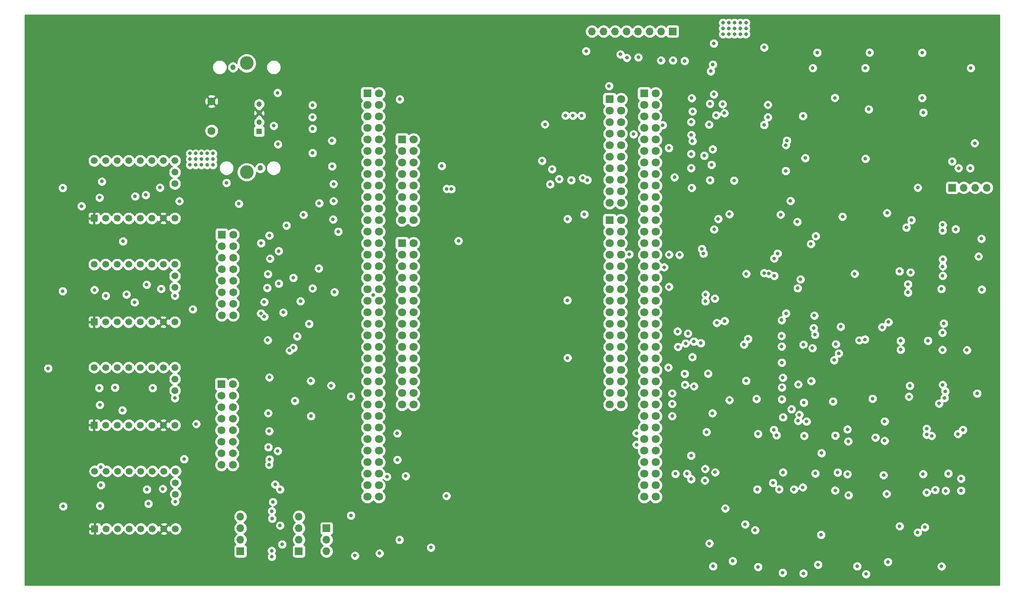
<source format=gbr>
G04 #@! TF.GenerationSoftware,KiCad,Pcbnew,(5.1.5-0-10_14)*
G04 #@! TF.CreationDate,2020-06-29T22:51:02-04:00*
G04 #@! TF.ProjectId,Pufferfish-Controller-1,50756666-6572-4666-9973-682d436f6e74,rev?*
G04 #@! TF.SameCoordinates,Original*
G04 #@! TF.FileFunction,Copper,L2,Inr*
G04 #@! TF.FilePolarity,Positive*
%FSLAX46Y46*%
G04 Gerber Fmt 4.6, Leading zero omitted, Abs format (unit mm)*
G04 Created by KiCad (PCBNEW (5.1.5-0-10_14)) date 2020-06-29 22:51:02*
%MOMM*%
%LPD*%
G04 APERTURE LIST*
%ADD10C,1.800000*%
%ADD11R,1.800000X1.800000*%
%ADD12R,1.508000X1.508000*%
%ADD13C,1.508000*%
%ADD14C,6.350000*%
%ADD15C,1.725000*%
%ADD16R,1.725000X1.725000*%
%ADD17R,1.300000X1.300000*%
%ADD18C,1.200000*%
%ADD19C,3.000000*%
%ADD20C,1.778000*%
%ADD21O,1.700000X1.700000*%
%ADD22R,1.700000X1.700000*%
%ADD23C,0.800000*%
%ADD24C,0.254000*%
G04 APERTURE END LIST*
D10*
X276708000Y-288209000D03*
X274168000Y-288209000D03*
X276708000Y-285669000D03*
X274168000Y-285669000D03*
X276708000Y-283129000D03*
X274168000Y-283129000D03*
X276708000Y-280589000D03*
X274168000Y-280589000D03*
X276708000Y-278049000D03*
X274168000Y-278049000D03*
X276708000Y-275509000D03*
X274168000Y-275509000D03*
X276708000Y-272969000D03*
X274168000Y-272969000D03*
X276708000Y-270429000D03*
X274168000Y-270429000D03*
X276708000Y-267889000D03*
X274168000Y-267889000D03*
X276708000Y-265349000D03*
X274168000Y-265349000D03*
X276708000Y-262809000D03*
X274168000Y-262809000D03*
X276708000Y-260269000D03*
X274168000Y-260269000D03*
X276708000Y-257729000D03*
X274168000Y-257729000D03*
X276708000Y-255189000D03*
X274168000Y-255189000D03*
X276708000Y-252649000D03*
X274168000Y-252649000D03*
X276708000Y-250109000D03*
X274168000Y-250109000D03*
X276708000Y-247569000D03*
X274168000Y-247569000D03*
X276708000Y-245029000D03*
X274168000Y-245029000D03*
X276708000Y-242489000D03*
X274168000Y-242489000D03*
X276708000Y-239949000D03*
X274168000Y-239949000D03*
X276708000Y-237409000D03*
X274168000Y-237409000D03*
X276708000Y-234869000D03*
X274168000Y-234869000D03*
X276708000Y-232329000D03*
X274168000Y-232329000D03*
X276708000Y-229789000D03*
X274168000Y-229789000D03*
X276708000Y-227249000D03*
X274168000Y-227249000D03*
X276708000Y-224709000D03*
X274168000Y-224709000D03*
X276708000Y-222169000D03*
X274168000Y-222169000D03*
X276708000Y-219629000D03*
X274168000Y-219629000D03*
X276708000Y-217089000D03*
X274168000Y-217089000D03*
X276708000Y-214549000D03*
X274168000Y-214549000D03*
X276708000Y-212009000D03*
X274168000Y-212009000D03*
X276708000Y-209469000D03*
X274168000Y-209469000D03*
X276708000Y-206929000D03*
X274168000Y-206929000D03*
X276708000Y-204389000D03*
X274168000Y-204389000D03*
X276708000Y-201849000D03*
X274168000Y-201849000D03*
X276708000Y-199309000D03*
D11*
X274168000Y-199309000D03*
D10*
X269088000Y-267889000D03*
X266548000Y-267889000D03*
X269088000Y-265349000D03*
X266548000Y-265349000D03*
X269088000Y-262809000D03*
X266548000Y-262809000D03*
X269088000Y-260269000D03*
X266548000Y-260269000D03*
X269088000Y-257729000D03*
X266548000Y-257729000D03*
X269088000Y-255189000D03*
X266548000Y-255189000D03*
X269088000Y-252649000D03*
X266548000Y-252649000D03*
X269088000Y-250109000D03*
X266548000Y-250109000D03*
X269088000Y-247569000D03*
X266548000Y-247569000D03*
X269088000Y-245029000D03*
X266548000Y-245029000D03*
X269088000Y-242489000D03*
X266548000Y-242489000D03*
X269088000Y-239949000D03*
X266548000Y-239949000D03*
X269088000Y-237409000D03*
X266548000Y-237409000D03*
X269088000Y-234869000D03*
X266548000Y-234869000D03*
X269088000Y-232329000D03*
X266548000Y-232329000D03*
X269088000Y-229789000D03*
X266548000Y-229789000D03*
X269088000Y-227249000D03*
D11*
X266548000Y-227249000D03*
D10*
X269088000Y-223439000D03*
X266548000Y-223439000D03*
X269088000Y-220899000D03*
X266548000Y-220899000D03*
X269088000Y-218359000D03*
X266548000Y-218359000D03*
X269088000Y-215819000D03*
X266548000Y-215819000D03*
X269088000Y-213279000D03*
X266548000Y-213279000D03*
X269088000Y-210739000D03*
X266548000Y-210739000D03*
X269088000Y-208199000D03*
X266548000Y-208199000D03*
X269088000Y-205659000D03*
X266548000Y-205659000D03*
X269088000Y-203119000D03*
X266548000Y-203119000D03*
X269088000Y-200579000D03*
D11*
X266548000Y-200579000D03*
D10*
X223368000Y-267889000D03*
X220828000Y-267889000D03*
X223368000Y-265349000D03*
X220828000Y-265349000D03*
X223368000Y-262809000D03*
X220828000Y-262809000D03*
X223368000Y-260269000D03*
X220828000Y-260269000D03*
X223368000Y-257729000D03*
X220828000Y-257729000D03*
X223368000Y-255189000D03*
X220828000Y-255189000D03*
X223368000Y-252649000D03*
X220828000Y-252649000D03*
X223368000Y-250109000D03*
X220828000Y-250109000D03*
X223368000Y-247569000D03*
X220828000Y-247569000D03*
X223368000Y-245029000D03*
X220828000Y-245029000D03*
X223368000Y-242489000D03*
X220828000Y-242489000D03*
X223368000Y-239949000D03*
X220828000Y-239949000D03*
X223368000Y-237409000D03*
X220828000Y-237409000D03*
X223368000Y-234869000D03*
X220828000Y-234869000D03*
X223368000Y-232329000D03*
D11*
X220828000Y-232329000D03*
D10*
X223368000Y-227249000D03*
X220828000Y-227249000D03*
X223368000Y-224709000D03*
X220828000Y-224709000D03*
X223368000Y-222169000D03*
X220828000Y-222169000D03*
X223368000Y-219629000D03*
X220828000Y-219629000D03*
X223368000Y-217089000D03*
X220828000Y-217089000D03*
X223368000Y-214549000D03*
X220828000Y-214549000D03*
X223368000Y-212009000D03*
X220828000Y-212009000D03*
X223368000Y-209469000D03*
D11*
X220828000Y-209469000D03*
D10*
X215748000Y-288209000D03*
X213208000Y-288209000D03*
X215748000Y-285669000D03*
X213208000Y-285669000D03*
X215748000Y-283129000D03*
X213208000Y-283129000D03*
X215748000Y-280589000D03*
X213208000Y-280589000D03*
X215748000Y-278049000D03*
X213208000Y-278049000D03*
X215748000Y-275509000D03*
X213208000Y-275509000D03*
X215748000Y-272969000D03*
X213208000Y-272969000D03*
X215748000Y-270429000D03*
X213208000Y-270429000D03*
X215748000Y-267889000D03*
X213208000Y-267889000D03*
X215748000Y-265349000D03*
X213208000Y-265349000D03*
X215748000Y-262809000D03*
X213208000Y-262809000D03*
X215748000Y-260269000D03*
X213208000Y-260269000D03*
X215748000Y-257729000D03*
X213208000Y-257729000D03*
X215748000Y-255189000D03*
X213208000Y-255189000D03*
X215748000Y-252649000D03*
X213208000Y-252649000D03*
X215748000Y-250109000D03*
X213208000Y-250109000D03*
X215748000Y-247569000D03*
X213208000Y-247569000D03*
X215748000Y-245029000D03*
X213208000Y-245029000D03*
X215748000Y-242489000D03*
X213208000Y-242489000D03*
X215748000Y-239949000D03*
X213208000Y-239949000D03*
X215748000Y-237409000D03*
X213208000Y-237409000D03*
X215748000Y-234869000D03*
X213208000Y-234869000D03*
X215748000Y-232329000D03*
X213208000Y-232329000D03*
X215748000Y-229789000D03*
X213208000Y-229789000D03*
X215748000Y-227249000D03*
X213208000Y-227249000D03*
X215748000Y-224709000D03*
X213208000Y-224709000D03*
X215748000Y-222169000D03*
X213208000Y-222169000D03*
X215748000Y-219629000D03*
X213208000Y-219629000D03*
X215748000Y-217089000D03*
X213208000Y-217089000D03*
X215748000Y-214549000D03*
X213208000Y-214549000D03*
X215748000Y-212009000D03*
X213208000Y-212009000D03*
X215748000Y-209469000D03*
X213208000Y-209469000D03*
X215748000Y-206929000D03*
X213208000Y-206929000D03*
X215748000Y-204389000D03*
X213208000Y-204389000D03*
X215748000Y-201849000D03*
X213208000Y-201849000D03*
X215748000Y-199309000D03*
D11*
X213208000Y-199309000D03*
D12*
X153035000Y-272415000D03*
D13*
X160655000Y-272415000D03*
X170815000Y-272415000D03*
X165735000Y-272415000D03*
X158115000Y-272415000D03*
X155575000Y-272415000D03*
X168275000Y-272415000D03*
X163195000Y-272415000D03*
X160655000Y-259715000D03*
X158115000Y-259715000D03*
X155575000Y-259715000D03*
X168275000Y-259715000D03*
X163195000Y-259715000D03*
X153035000Y-259715000D03*
X165735000Y-259715000D03*
X170815000Y-259715000D03*
X170815000Y-264795000D03*
X170815000Y-262255000D03*
D12*
X153035000Y-226822000D03*
D13*
X160655000Y-226822000D03*
X170815000Y-226822000D03*
X165735000Y-226822000D03*
X158115000Y-226822000D03*
X155575000Y-226822000D03*
X168275000Y-226822000D03*
X163195000Y-226822000D03*
X160655000Y-214122000D03*
X158115000Y-214122000D03*
X155575000Y-214122000D03*
X168275000Y-214122000D03*
X163195000Y-214122000D03*
X153035000Y-214122000D03*
X165735000Y-214122000D03*
X170815000Y-214122000D03*
X170815000Y-219202000D03*
X170815000Y-216662000D03*
D12*
X153035000Y-249682000D03*
D13*
X160655000Y-249682000D03*
X170815000Y-249682000D03*
X165735000Y-249682000D03*
X158115000Y-249682000D03*
X155575000Y-249682000D03*
X168275000Y-249682000D03*
X163195000Y-249682000D03*
X160655000Y-236982000D03*
X158115000Y-236982000D03*
X155575000Y-236982000D03*
X168275000Y-236982000D03*
X163195000Y-236982000D03*
X153035000Y-236982000D03*
X165735000Y-236982000D03*
X170815000Y-236982000D03*
X170815000Y-242062000D03*
X170815000Y-239522000D03*
D12*
X153162000Y-295275000D03*
D13*
X160782000Y-295275000D03*
X170942000Y-295275000D03*
X165862000Y-295275000D03*
X158242000Y-295275000D03*
X155702000Y-295275000D03*
X168402000Y-295275000D03*
X163322000Y-295275000D03*
X160782000Y-282575000D03*
X158242000Y-282575000D03*
X155702000Y-282575000D03*
X168402000Y-282575000D03*
X163322000Y-282575000D03*
X153162000Y-282575000D03*
X165862000Y-282575000D03*
X170942000Y-282575000D03*
X170942000Y-287655000D03*
X170942000Y-285115000D03*
D14*
X245046000Y-276555000D03*
X142748000Y-186944000D03*
X142684000Y-302832000D03*
X347408000Y-186944000D03*
X245008000Y-213106000D03*
X347408000Y-302768000D03*
D15*
X183566000Y-281163000D03*
X181026000Y-281163000D03*
X183566000Y-278623000D03*
X181026000Y-278623000D03*
X183566000Y-276083000D03*
X181026000Y-276083000D03*
X183566000Y-273543000D03*
X181026000Y-273543000D03*
X183566000Y-271003000D03*
X181026000Y-271003000D03*
X183566000Y-268463000D03*
X181026000Y-268463000D03*
X183566000Y-265923000D03*
X181026000Y-265923000D03*
X183566000Y-263383000D03*
D16*
X181026000Y-263383000D03*
D15*
X183667000Y-248196000D03*
X181127000Y-248196000D03*
X183667000Y-245656000D03*
X181127000Y-245656000D03*
X183667000Y-243116000D03*
X181127000Y-243116000D03*
X183667000Y-240576000D03*
X181127000Y-240576000D03*
X183667000Y-238036000D03*
X181127000Y-238036000D03*
X183667000Y-235496000D03*
X181127000Y-235496000D03*
X183667000Y-232956000D03*
X181127000Y-232956000D03*
X183667000Y-230416000D03*
D16*
X181127000Y-230416000D03*
D17*
X189370000Y-207645000D03*
D18*
X189370000Y-205645000D03*
X189370000Y-203645000D03*
X189370000Y-201645000D03*
X183620000Y-193545000D03*
X189620000Y-215745000D03*
D19*
X186620000Y-192645000D03*
X186620000Y-216645000D03*
D20*
X178892000Y-207555000D03*
X178892000Y-201055000D03*
D21*
X349631500Y-220091500D03*
X347091500Y-220091500D03*
D22*
X342011500Y-220091500D03*
D21*
X344551500Y-220091500D03*
D22*
X204203500Y-295160500D03*
D21*
X204203500Y-297700500D03*
X204203500Y-300240500D03*
X198119500Y-292595500D03*
X198119500Y-295135500D03*
D22*
X198119500Y-300215500D03*
D21*
X198119500Y-297675500D03*
X262674500Y-185648500D03*
X265214500Y-185648500D03*
X267754500Y-185648500D03*
X270294500Y-185648500D03*
X272834500Y-185648500D03*
X275374500Y-185648500D03*
D22*
X280454500Y-185648500D03*
D21*
X277914500Y-185648500D03*
X185229500Y-292595500D03*
X185229500Y-295135500D03*
D22*
X185229500Y-300215500D03*
D21*
X185229500Y-297675500D03*
D23*
X317436500Y-252603000D03*
X310705500Y-252476000D03*
X291782500Y-263588500D03*
X283083000Y-187007500D03*
X260096000Y-185801000D03*
X258318000Y-231076500D03*
X249745500Y-212407500D03*
X249745500Y-216852500D03*
X228473000Y-222123000D03*
X223710500Y-202311000D03*
X209359500Y-205549500D03*
X201104500Y-223012000D03*
X186880500Y-229616000D03*
X233934000Y-244983000D03*
X256857500Y-260286500D03*
X145732500Y-227901500D03*
X145923000Y-296418000D03*
X145669000Y-273431000D03*
X145732500Y-250698000D03*
X142557500Y-270002000D03*
X142621000Y-281940000D03*
X142430500Y-213804500D03*
X142430500Y-236474000D03*
X142684500Y-258699000D03*
X142557500Y-247269000D03*
X142557500Y-224599500D03*
X142557500Y-292735000D03*
X350393000Y-201803000D03*
X306006500Y-212471000D03*
X306260500Y-220789500D03*
X338836000Y-222059500D03*
X350456500Y-211963000D03*
X339852000Y-190944500D03*
X306578000Y-191897000D03*
X306133500Y-201549000D03*
X317119000Y-212407500D03*
X328676000Y-212407500D03*
X340804500Y-211709000D03*
X214630000Y-295846500D03*
X214566500Y-300418500D03*
X332816600Y-249794600D03*
X316883100Y-248582400D03*
X293949100Y-247791800D03*
X320615600Y-226071000D03*
X192345000Y-263111400D03*
X322813200Y-258128400D03*
X293720200Y-206003600D03*
X190687500Y-235173000D03*
X335256600Y-279289000D03*
X318201400Y-291030000D03*
X300091500Y-279194000D03*
X335256600Y-291061500D03*
X300091500Y-290998500D03*
X318201400Y-279257000D03*
X324118600Y-306413500D03*
X192405000Y-304038000D03*
X187078700Y-293669700D03*
X187807600Y-298297600D03*
X166878000Y-233680000D03*
X167005000Y-210947000D03*
X167132000Y-256413000D03*
X167132000Y-279146000D03*
X199961500Y-286067500D03*
X194183000Y-281495500D03*
X191389000Y-256286000D03*
X202755500Y-260159500D03*
X193738500Y-244475000D03*
X200342500Y-243967000D03*
X188656100Y-287199900D03*
X317004400Y-190106600D03*
X317213200Y-201010300D03*
X328537700Y-191019300D03*
X328643200Y-201010300D03*
X340009700Y-201010300D03*
X317107700Y-220991300D03*
X328601200Y-220991300D03*
X218186000Y-300228000D03*
X190690500Y-221170500D03*
X207264000Y-214376000D03*
X198374000Y-278447500D03*
X260096000Y-208153000D03*
X342455500Y-306451000D03*
X305816000Y-306133500D03*
X287655000Y-306387500D03*
X349418000Y-243862500D03*
X349468000Y-258790000D03*
X345498500Y-252095000D03*
X335595600Y-259644700D03*
X323659500Y-264414000D03*
X294513000Y-253619000D03*
X288925000Y-248983500D03*
X293687500Y-238950500D03*
X287401000Y-235902500D03*
X290037000Y-234411000D03*
X294449500Y-233934000D03*
X334890800Y-230195700D03*
X332422500Y-225234500D03*
X309270500Y-234861000D03*
X324040500Y-238379000D03*
X308864000Y-244411500D03*
X311721500Y-244919500D03*
X309753000Y-255778000D03*
X335807800Y-244645700D03*
X293560500Y-189166500D03*
X348488000Y-215773000D03*
X147828000Y-214376000D03*
X147828000Y-237109000D03*
X147828000Y-259588000D03*
X147955000Y-284226000D03*
X296672000Y-208026000D03*
X339946200Y-235887200D03*
X192125600Y-300101000D03*
X317857500Y-226466000D03*
X317479600Y-250718900D03*
X255448000Y-218180300D03*
X336392100Y-287265600D03*
X299085400Y-286576000D03*
X316261200Y-274729500D03*
X336392100Y-274504000D03*
X316244400Y-286818200D03*
X299237900Y-274352400D03*
X227203000Y-299402500D03*
X321552800Y-253714800D03*
X297044900Y-253416500D03*
X296672000Y-239062800D03*
X304442700Y-252767100D03*
X348462500Y-231333600D03*
X337490000Y-274780700D03*
X319196200Y-287861900D03*
X303327000Y-274644700D03*
X304457100Y-255072700D03*
X304484100Y-258634400D03*
X304711100Y-261951600D03*
X304526700Y-264100600D03*
X304487100Y-266718500D03*
X339115500Y-267653900D03*
X339935500Y-263520000D03*
X339872200Y-255829000D03*
X304451600Y-249276900D03*
X339871700Y-252045700D03*
X258115000Y-218415900D03*
X256845000Y-204183900D03*
X261671000Y-218404900D03*
X252324600Y-206117000D03*
X253476200Y-219338900D03*
X260401000Y-204203200D03*
X302800200Y-235670000D03*
X302828000Y-239508200D03*
X339649200Y-242393200D03*
X339940100Y-239502900D03*
X339932900Y-237450500D03*
X339905100Y-229504100D03*
X304216700Y-226013500D03*
X339923000Y-228287400D03*
X205447000Y-215369900D03*
X205400700Y-209712400D03*
X201102200Y-204563900D03*
X201143000Y-207093500D03*
X251692800Y-214138100D03*
X253897500Y-216006100D03*
X192596000Y-206444700D03*
X338311200Y-286694300D03*
X303911000Y-286550500D03*
X289370000Y-303532000D03*
X309248900Y-305089800D03*
X319122800Y-275999500D03*
X304673800Y-304944400D03*
X323066800Y-305247200D03*
X189806100Y-232306900D03*
X192176400Y-301421800D03*
X154214100Y-222278000D03*
X155575000Y-243905200D03*
X154268700Y-267970300D03*
X154311400Y-290190500D03*
X191620600Y-230621100D03*
X261385000Y-190004600D03*
X347535600Y-265444000D03*
X332502300Y-266148800D03*
X320548000Y-239061100D03*
X315773100Y-267182600D03*
X298916900Y-266633400D03*
X293650000Y-302374000D03*
X312475100Y-303172500D03*
X327869300Y-302571000D03*
X299271700Y-303682500D03*
X321085600Y-303530000D03*
X339671200Y-303557200D03*
X195394800Y-228412300D03*
X205746400Y-223040200D03*
X257289500Y-226968500D03*
X309353500Y-267441400D03*
X324471800Y-266598700D03*
X308114000Y-263444600D03*
X292963500Y-266901200D03*
X205757400Y-219257500D03*
X215900000Y-300672500D03*
X194437000Y-298704000D03*
X280518000Y-192024000D03*
X220345500Y-200592200D03*
X283083000Y-192151000D03*
X193973400Y-294543500D03*
X347821100Y-235244400D03*
X340512600Y-264973100D03*
X284505400Y-205596000D03*
X266446000Y-197675500D03*
X300609000Y-206248000D03*
X300609000Y-189166500D03*
X164402027Y-221677973D03*
X150241000Y-224155000D03*
X295338500Y-186245500D03*
X296608500Y-186245500D03*
X291528500Y-183705500D03*
X296608500Y-184975500D03*
X296608500Y-183705500D03*
X294068500Y-183705500D03*
X291528500Y-184975500D03*
X292798500Y-184975500D03*
X292798500Y-183705500D03*
X295338500Y-183705500D03*
X294068500Y-184975500D03*
X295338500Y-184975500D03*
X292798500Y-186245500D03*
X291528500Y-186245500D03*
X294068500Y-186245500D03*
X184899700Y-223611900D03*
X205653600Y-227072900D03*
X192227200Y-293039800D03*
X192134000Y-291388900D03*
X171804300Y-223046800D03*
X170815000Y-243878600D03*
X170815000Y-266469100D03*
X170866000Y-289296500D03*
X301418300Y-204564300D03*
X301424800Y-201806100D03*
X192405000Y-289369500D03*
X199136000Y-226060000D03*
X174117000Y-212534500D03*
X175387000Y-212534500D03*
X176657000Y-212534500D03*
X177927000Y-212534500D03*
X179197000Y-212534500D03*
X174117000Y-213804500D03*
X175387000Y-213804500D03*
X176657000Y-213804500D03*
X177927000Y-213804500D03*
X179197000Y-213804500D03*
X174117000Y-215074500D03*
X175387000Y-215074500D03*
X176657000Y-215074500D03*
X177927000Y-215074500D03*
X179197000Y-215074500D03*
X303566000Y-234580300D03*
X296618000Y-262633600D03*
X300592700Y-238893500D03*
X296161200Y-254666400D03*
X310884800Y-232484900D03*
X311796000Y-252475800D03*
X311977300Y-230756400D03*
X311227400Y-255443400D03*
X316020500Y-258084000D03*
X317024700Y-256611500D03*
X309262900Y-254686200D03*
X345262900Y-255880600D03*
X316402000Y-254564500D03*
X305348400Y-216386700D03*
X334449400Y-220081600D03*
X322920100Y-213697100D03*
X309649500Y-213562900D03*
X305390300Y-210694600D03*
X346982500Y-210278500D03*
X305626100Y-209687800D03*
X335660200Y-203528600D03*
X323632200Y-202800300D03*
X309156100Y-204285900D03*
X346119200Y-193727200D03*
X316178200Y-200282300D03*
X335391000Y-200296000D03*
X322878200Y-193727200D03*
X311321200Y-193727200D03*
X335391000Y-190340500D03*
X323834000Y-190296300D03*
X312312300Y-190302500D03*
X164961800Y-289739300D03*
X146185200Y-290312000D03*
X159244300Y-269159000D03*
X142898100Y-259903000D03*
X161925000Y-245333500D03*
X146088100Y-242897000D03*
X162051700Y-221991000D03*
X146111800Y-220138000D03*
X210468700Y-301179400D03*
X209580100Y-266088800D03*
X209580100Y-292323900D03*
X285159800Y-263855300D03*
X217515100Y-283779000D03*
X302737100Y-273449500D03*
X309435200Y-274782300D03*
X309951600Y-271615700D03*
X318950300Y-273355300D03*
X327149700Y-275875700D03*
X327149700Y-271594300D03*
X318950300Y-283225700D03*
X327596600Y-287564900D03*
X326913700Y-283445000D03*
X302538500Y-285132800D03*
X309114200Y-286123800D03*
X311882400Y-283061700D03*
X336392100Y-273201100D03*
X343293400Y-274358000D03*
X344403500Y-273485700D03*
X335616300Y-283218100D03*
X343968800Y-286864700D03*
X343985400Y-284217400D03*
X258470100Y-204189600D03*
X193675000Y-234061000D03*
X191293200Y-239120100D03*
X229579200Y-215279100D03*
X190503500Y-245290100D03*
X230683600Y-220344800D03*
X189760800Y-247788100D03*
X233276400Y-231809100D03*
X202594500Y-223492300D03*
X278248800Y-206294000D03*
X164595800Y-241442900D03*
X201117300Y-201879000D03*
X201131200Y-212425400D03*
X174752000Y-246888000D03*
X193973400Y-286593500D03*
X201115800Y-242265000D03*
X191553400Y-281143200D03*
X198466800Y-245110000D03*
X191354400Y-269786700D03*
X194686800Y-247586000D03*
X200387500Y-250109000D03*
X191587500Y-273742600D03*
X197730700Y-252832000D03*
X193454100Y-278101800D03*
X196902300Y-255372000D03*
X200747100Y-262666700D03*
X192878700Y-285487600D03*
X197240700Y-267063600D03*
X164643100Y-286593500D03*
X191668700Y-279967100D03*
X200784700Y-270429000D03*
X182182500Y-219018500D03*
X196877000Y-239939500D03*
X205223600Y-263689900D03*
X191609100Y-261897000D03*
X206797600Y-229756300D03*
X271844000Y-208303700D03*
X191380900Y-277284700D03*
X196089800Y-255974200D03*
X304749500Y-282829300D03*
X230634200Y-288015800D03*
X288841700Y-194425600D03*
X284646200Y-200341400D03*
X291917000Y-249475400D03*
X291846000Y-203644500D03*
X305435000Y-247777000D03*
X284827900Y-203258500D03*
X293981002Y-218503500D03*
X284646500Y-220111400D03*
X289296400Y-192941000D03*
X289265100Y-211629400D03*
X289581300Y-229284100D03*
X281949600Y-234894500D03*
X284557900Y-208454600D03*
X289009700Y-215043500D03*
X287256100Y-234613300D03*
X288688800Y-218412600D03*
X287692300Y-243637000D03*
X279654000Y-234823000D03*
X287655000Y-245110000D03*
X279601000Y-211325700D03*
X260663300Y-217961000D03*
X298615800Y-295576900D03*
X313143700Y-296594800D03*
X334421800Y-296064500D03*
X279654000Y-241935000D03*
X288547100Y-298490600D03*
X284515400Y-212637800D03*
X284518600Y-215747500D03*
X277876000Y-192024000D03*
X280852200Y-217782900D03*
X307909700Y-227617500D03*
X290484900Y-226968500D03*
X272898000Y-191353500D03*
X278574500Y-237617000D03*
X270891000Y-234759500D03*
X220287400Y-297697300D03*
X281074500Y-283143100D03*
X281524800Y-251750800D03*
X272478500Y-274193000D03*
X154505800Y-285647100D03*
X285122300Y-253974500D03*
X219787300Y-274242700D03*
X283306800Y-254394600D03*
X154494900Y-281645300D03*
X167772800Y-242385300D03*
X283817400Y-252225000D03*
X153088000Y-242611800D03*
X279499900Y-259719100D03*
X283093100Y-261094900D03*
X160146800Y-243612900D03*
X165924200Y-264246900D03*
X280349100Y-265409800D03*
X154136400Y-264230000D03*
X280349100Y-267725000D03*
X157631100Y-264143100D03*
X283153700Y-263525500D03*
X167517200Y-220075400D03*
X175514000Y-272161000D03*
X280349100Y-270437500D03*
X272478500Y-276733000D03*
X154730500Y-218725300D03*
X172847000Y-279908000D03*
X219813000Y-280059000D03*
X284505800Y-279118600D03*
X281619900Y-255171900D03*
X159385000Y-231902000D03*
X283620000Y-283122300D03*
X168140600Y-286461600D03*
X284532900Y-284328000D03*
X342790200Y-229226700D03*
X288480300Y-206156200D03*
X288653300Y-201574100D03*
X287426500Y-213022000D03*
X270358000Y-191453000D03*
X268935400Y-190699200D03*
X284819600Y-209806000D03*
X306404100Y-222993500D03*
X289510800Y-188294300D03*
X292943400Y-225912200D03*
X286665400Y-254344400D03*
X291442600Y-201656100D03*
X284785300Y-257431900D03*
X289506100Y-199497400D03*
X288251300Y-261047800D03*
X221645200Y-283648300D03*
X330453700Y-294705300D03*
X304741400Y-270676400D03*
X289208100Y-269792500D03*
X296421700Y-294282900D03*
X287901000Y-273939000D03*
X292035600Y-290763800D03*
X336019500Y-294923000D03*
X289817800Y-282810900D03*
X287612600Y-282062900D03*
X322808600Y-253539700D03*
X327665700Y-225661600D03*
X326567900Y-250819100D03*
X287541600Y-284612600D03*
X190503500Y-248501800D03*
X257252400Y-244907000D03*
X191261800Y-253685200D03*
X257302400Y-257607000D03*
X286877400Y-233572100D03*
X193695900Y-241219100D03*
X260977900Y-225966200D03*
X202501800Y-237878900D03*
X330657000Y-253839200D03*
X308067300Y-271464700D03*
X330682400Y-255777100D03*
X308352900Y-270136900D03*
X325122400Y-275156100D03*
X332690900Y-263735500D03*
X307174500Y-286576400D03*
X336698700Y-253821400D03*
X313244500Y-278571000D03*
X340327800Y-266423500D03*
X340560800Y-286890300D03*
X316796900Y-282842500D03*
X310970300Y-262708000D03*
X341164500Y-283093000D03*
X306626700Y-268894600D03*
X193526700Y-210502500D03*
X331919000Y-228857100D03*
X193425300Y-199170200D03*
X333032900Y-227216700D03*
X330405400Y-238516800D03*
X332836100Y-238745000D03*
X307963800Y-242245300D03*
X308606500Y-240285000D03*
X348546900Y-242524800D03*
X340155500Y-250022500D03*
X332288100Y-241369500D03*
X290161900Y-249875800D03*
X332293000Y-243193200D03*
X311507600Y-251022400D03*
X311646700Y-248271200D03*
X327992700Y-249713300D03*
X205963100Y-243100000D03*
X214478100Y-243759000D03*
X341998000Y-214291700D03*
X290028900Y-204114000D03*
X343428500Y-215780500D03*
X301602100Y-239046000D03*
X345991000Y-215780500D03*
X289742100Y-244515800D03*
X191160100Y-242165400D03*
X231712200Y-220385900D03*
X191770000Y-235712000D03*
D24*
G36*
X352387300Y-307696000D02*
G01*
X137795000Y-307696000D01*
X137795000Y-304842461D01*
X303638800Y-304842461D01*
X303638800Y-305046339D01*
X303678574Y-305246298D01*
X303756595Y-305434656D01*
X303869863Y-305604174D01*
X304014026Y-305748337D01*
X304183544Y-305861605D01*
X304371902Y-305939626D01*
X304571861Y-305979400D01*
X304775739Y-305979400D01*
X304975698Y-305939626D01*
X305164056Y-305861605D01*
X305333574Y-305748337D01*
X305477737Y-305604174D01*
X305591005Y-305434656D01*
X305669026Y-305246298D01*
X305708800Y-305046339D01*
X305708800Y-304987861D01*
X308213900Y-304987861D01*
X308213900Y-305191739D01*
X308253674Y-305391698D01*
X308331695Y-305580056D01*
X308444963Y-305749574D01*
X308589126Y-305893737D01*
X308758644Y-306007005D01*
X308947002Y-306085026D01*
X309146961Y-306124800D01*
X309350839Y-306124800D01*
X309550798Y-306085026D01*
X309739156Y-306007005D01*
X309908674Y-305893737D01*
X310052837Y-305749574D01*
X310166105Y-305580056D01*
X310244126Y-305391698D01*
X310283900Y-305191739D01*
X310283900Y-305145261D01*
X322031800Y-305145261D01*
X322031800Y-305349139D01*
X322071574Y-305549098D01*
X322149595Y-305737456D01*
X322262863Y-305906974D01*
X322407026Y-306051137D01*
X322576544Y-306164405D01*
X322764902Y-306242426D01*
X322964861Y-306282200D01*
X323168739Y-306282200D01*
X323368698Y-306242426D01*
X323557056Y-306164405D01*
X323726574Y-306051137D01*
X323870737Y-305906974D01*
X323984005Y-305737456D01*
X324062026Y-305549098D01*
X324101800Y-305349139D01*
X324101800Y-305145261D01*
X324062026Y-304945302D01*
X323984005Y-304756944D01*
X323870737Y-304587426D01*
X323726574Y-304443263D01*
X323557056Y-304329995D01*
X323368698Y-304251974D01*
X323168739Y-304212200D01*
X322964861Y-304212200D01*
X322764902Y-304251974D01*
X322576544Y-304329995D01*
X322407026Y-304443263D01*
X322262863Y-304587426D01*
X322149595Y-304756944D01*
X322071574Y-304945302D01*
X322031800Y-305145261D01*
X310283900Y-305145261D01*
X310283900Y-304987861D01*
X310244126Y-304787902D01*
X310166105Y-304599544D01*
X310052837Y-304430026D01*
X309908674Y-304285863D01*
X309739156Y-304172595D01*
X309550798Y-304094574D01*
X309350839Y-304054800D01*
X309146961Y-304054800D01*
X308947002Y-304094574D01*
X308758644Y-304172595D01*
X308589126Y-304285863D01*
X308444963Y-304430026D01*
X308331695Y-304599544D01*
X308253674Y-304787902D01*
X308213900Y-304987861D01*
X305708800Y-304987861D01*
X305708800Y-304842461D01*
X305669026Y-304642502D01*
X305591005Y-304454144D01*
X305477737Y-304284626D01*
X305333574Y-304140463D01*
X305164056Y-304027195D01*
X304975698Y-303949174D01*
X304775739Y-303909400D01*
X304571861Y-303909400D01*
X304371902Y-303949174D01*
X304183544Y-304027195D01*
X304014026Y-304140463D01*
X303869863Y-304284626D01*
X303756595Y-304454144D01*
X303678574Y-304642502D01*
X303638800Y-304842461D01*
X137795000Y-304842461D01*
X137795000Y-303430061D01*
X288335000Y-303430061D01*
X288335000Y-303633939D01*
X288374774Y-303833898D01*
X288452795Y-304022256D01*
X288566063Y-304191774D01*
X288710226Y-304335937D01*
X288879744Y-304449205D01*
X289068102Y-304527226D01*
X289268061Y-304567000D01*
X289471939Y-304567000D01*
X289671898Y-304527226D01*
X289860256Y-304449205D01*
X290029774Y-304335937D01*
X290173937Y-304191774D01*
X290287205Y-304022256D01*
X290365226Y-303833898D01*
X290405000Y-303633939D01*
X290405000Y-303580561D01*
X298236700Y-303580561D01*
X298236700Y-303784439D01*
X298276474Y-303984398D01*
X298354495Y-304172756D01*
X298467763Y-304342274D01*
X298611926Y-304486437D01*
X298781444Y-304599705D01*
X298969802Y-304677726D01*
X299169761Y-304717500D01*
X299373639Y-304717500D01*
X299573598Y-304677726D01*
X299761956Y-304599705D01*
X299931474Y-304486437D01*
X300075637Y-304342274D01*
X300188905Y-304172756D01*
X300266926Y-303984398D01*
X300306700Y-303784439D01*
X300306700Y-303580561D01*
X300266926Y-303380602D01*
X300188905Y-303192244D01*
X300107600Y-303070561D01*
X311440100Y-303070561D01*
X311440100Y-303274439D01*
X311479874Y-303474398D01*
X311557895Y-303662756D01*
X311671163Y-303832274D01*
X311815326Y-303976437D01*
X311984844Y-304089705D01*
X312173202Y-304167726D01*
X312373161Y-304207500D01*
X312577039Y-304207500D01*
X312776998Y-304167726D01*
X312965356Y-304089705D01*
X313134874Y-303976437D01*
X313279037Y-303832274D01*
X313392305Y-303662756D01*
X313470326Y-303474398D01*
X313479542Y-303428061D01*
X320050600Y-303428061D01*
X320050600Y-303631939D01*
X320090374Y-303831898D01*
X320168395Y-304020256D01*
X320281663Y-304189774D01*
X320425826Y-304333937D01*
X320595344Y-304447205D01*
X320783702Y-304525226D01*
X320983661Y-304565000D01*
X321187539Y-304565000D01*
X321387498Y-304525226D01*
X321575856Y-304447205D01*
X321745374Y-304333937D01*
X321889537Y-304189774D01*
X322002805Y-304020256D01*
X322080826Y-303831898D01*
X322120600Y-303631939D01*
X322120600Y-303428061D01*
X322080826Y-303228102D01*
X322002805Y-303039744D01*
X321889537Y-302870226D01*
X321745374Y-302726063D01*
X321575856Y-302612795D01*
X321387498Y-302534774D01*
X321187539Y-302495000D01*
X320983661Y-302495000D01*
X320783702Y-302534774D01*
X320595344Y-302612795D01*
X320425826Y-302726063D01*
X320281663Y-302870226D01*
X320168395Y-303039744D01*
X320090374Y-303228102D01*
X320050600Y-303428061D01*
X313479542Y-303428061D01*
X313510100Y-303274439D01*
X313510100Y-303070561D01*
X313470326Y-302870602D01*
X313392305Y-302682244D01*
X313279037Y-302512726D01*
X313235372Y-302469061D01*
X326834300Y-302469061D01*
X326834300Y-302672939D01*
X326874074Y-302872898D01*
X326952095Y-303061256D01*
X327065363Y-303230774D01*
X327209526Y-303374937D01*
X327379044Y-303488205D01*
X327567402Y-303566226D01*
X327767361Y-303606000D01*
X327971239Y-303606000D01*
X328171198Y-303566226D01*
X328359556Y-303488205D01*
X328408860Y-303455261D01*
X338636200Y-303455261D01*
X338636200Y-303659139D01*
X338675974Y-303859098D01*
X338753995Y-304047456D01*
X338867263Y-304216974D01*
X339011426Y-304361137D01*
X339180944Y-304474405D01*
X339369302Y-304552426D01*
X339569261Y-304592200D01*
X339773139Y-304592200D01*
X339973098Y-304552426D01*
X340161456Y-304474405D01*
X340330974Y-304361137D01*
X340475137Y-304216974D01*
X340588405Y-304047456D01*
X340666426Y-303859098D01*
X340706200Y-303659139D01*
X340706200Y-303455261D01*
X340666426Y-303255302D01*
X340588405Y-303066944D01*
X340475137Y-302897426D01*
X340330974Y-302753263D01*
X340161456Y-302639995D01*
X339973098Y-302561974D01*
X339773139Y-302522200D01*
X339569261Y-302522200D01*
X339369302Y-302561974D01*
X339180944Y-302639995D01*
X339011426Y-302753263D01*
X338867263Y-302897426D01*
X338753995Y-303066944D01*
X338675974Y-303255302D01*
X338636200Y-303455261D01*
X328408860Y-303455261D01*
X328529074Y-303374937D01*
X328673237Y-303230774D01*
X328786505Y-303061256D01*
X328864526Y-302872898D01*
X328904300Y-302672939D01*
X328904300Y-302469061D01*
X328864526Y-302269102D01*
X328786505Y-302080744D01*
X328673237Y-301911226D01*
X328529074Y-301767063D01*
X328359556Y-301653795D01*
X328171198Y-301575774D01*
X327971239Y-301536000D01*
X327767361Y-301536000D01*
X327567402Y-301575774D01*
X327379044Y-301653795D01*
X327209526Y-301767063D01*
X327065363Y-301911226D01*
X326952095Y-302080744D01*
X326874074Y-302269102D01*
X326834300Y-302469061D01*
X313235372Y-302469061D01*
X313134874Y-302368563D01*
X312965356Y-302255295D01*
X312776998Y-302177274D01*
X312577039Y-302137500D01*
X312373161Y-302137500D01*
X312173202Y-302177274D01*
X311984844Y-302255295D01*
X311815326Y-302368563D01*
X311671163Y-302512726D01*
X311557895Y-302682244D01*
X311479874Y-302870602D01*
X311440100Y-303070561D01*
X300107600Y-303070561D01*
X300075637Y-303022726D01*
X299931474Y-302878563D01*
X299761956Y-302765295D01*
X299573598Y-302687274D01*
X299373639Y-302647500D01*
X299169761Y-302647500D01*
X298969802Y-302687274D01*
X298781444Y-302765295D01*
X298611926Y-302878563D01*
X298467763Y-303022726D01*
X298354495Y-303192244D01*
X298276474Y-303380602D01*
X298236700Y-303580561D01*
X290405000Y-303580561D01*
X290405000Y-303430061D01*
X290365226Y-303230102D01*
X290287205Y-303041744D01*
X290173937Y-302872226D01*
X290029774Y-302728063D01*
X289860256Y-302614795D01*
X289671898Y-302536774D01*
X289471939Y-302497000D01*
X289268061Y-302497000D01*
X289068102Y-302536774D01*
X288879744Y-302614795D01*
X288710226Y-302728063D01*
X288566063Y-302872226D01*
X288452795Y-303041744D01*
X288374774Y-303230102D01*
X288335000Y-303430061D01*
X137795000Y-303430061D01*
X137795000Y-299365500D01*
X183741428Y-299365500D01*
X183741428Y-301065500D01*
X183753688Y-301189982D01*
X183789998Y-301309680D01*
X183848963Y-301419994D01*
X183928315Y-301516685D01*
X184025006Y-301596037D01*
X184135320Y-301655002D01*
X184255018Y-301691312D01*
X184379500Y-301703572D01*
X186079500Y-301703572D01*
X186203982Y-301691312D01*
X186323680Y-301655002D01*
X186433994Y-301596037D01*
X186530685Y-301516685D01*
X186610037Y-301419994D01*
X186669002Y-301309680D01*
X186705312Y-301189982D01*
X186717572Y-301065500D01*
X186717572Y-299999061D01*
X191090600Y-299999061D01*
X191090600Y-300202939D01*
X191130374Y-300402898D01*
X191208395Y-300591256D01*
X191321663Y-300760774D01*
X191352617Y-300791728D01*
X191259195Y-300931544D01*
X191181174Y-301119902D01*
X191141400Y-301319861D01*
X191141400Y-301523739D01*
X191181174Y-301723698D01*
X191259195Y-301912056D01*
X191372463Y-302081574D01*
X191516626Y-302225737D01*
X191686144Y-302339005D01*
X191874502Y-302417026D01*
X192074461Y-302456800D01*
X192278339Y-302456800D01*
X192478298Y-302417026D01*
X192666656Y-302339005D01*
X192766845Y-302272061D01*
X292615000Y-302272061D01*
X292615000Y-302475939D01*
X292654774Y-302675898D01*
X292732795Y-302864256D01*
X292846063Y-303033774D01*
X292990226Y-303177937D01*
X293159744Y-303291205D01*
X293348102Y-303369226D01*
X293548061Y-303409000D01*
X293751939Y-303409000D01*
X293951898Y-303369226D01*
X294140256Y-303291205D01*
X294309774Y-303177937D01*
X294453937Y-303033774D01*
X294567205Y-302864256D01*
X294645226Y-302675898D01*
X294685000Y-302475939D01*
X294685000Y-302272061D01*
X294645226Y-302072102D01*
X294567205Y-301883744D01*
X294453937Y-301714226D01*
X294309774Y-301570063D01*
X294140256Y-301456795D01*
X293951898Y-301378774D01*
X293751939Y-301339000D01*
X293548061Y-301339000D01*
X293348102Y-301378774D01*
X293159744Y-301456795D01*
X292990226Y-301570063D01*
X292846063Y-301714226D01*
X292732795Y-301883744D01*
X292654774Y-302072102D01*
X292615000Y-302272061D01*
X192766845Y-302272061D01*
X192836174Y-302225737D01*
X192980337Y-302081574D01*
X193093605Y-301912056D01*
X193171626Y-301723698D01*
X193211400Y-301523739D01*
X193211400Y-301319861D01*
X193171626Y-301119902D01*
X193093605Y-300931544D01*
X192980337Y-300762026D01*
X192949383Y-300731072D01*
X193042805Y-300591256D01*
X193120826Y-300402898D01*
X193160600Y-300202939D01*
X193160600Y-299999061D01*
X193120826Y-299799102D01*
X193042805Y-299610744D01*
X192929537Y-299441226D01*
X192785374Y-299297063D01*
X192615856Y-299183795D01*
X192427498Y-299105774D01*
X192227539Y-299066000D01*
X192023661Y-299066000D01*
X191823702Y-299105774D01*
X191635344Y-299183795D01*
X191465826Y-299297063D01*
X191321663Y-299441226D01*
X191208395Y-299610744D01*
X191130374Y-299799102D01*
X191090600Y-299999061D01*
X186717572Y-299999061D01*
X186717572Y-299365500D01*
X186705312Y-299241018D01*
X186669002Y-299121320D01*
X186610037Y-299011006D01*
X186530685Y-298914315D01*
X186433994Y-298834963D01*
X186323680Y-298775998D01*
X186251120Y-298753987D01*
X186382975Y-298622132D01*
X186396386Y-298602061D01*
X193402000Y-298602061D01*
X193402000Y-298805939D01*
X193441774Y-299005898D01*
X193519795Y-299194256D01*
X193633063Y-299363774D01*
X193777226Y-299507937D01*
X193946744Y-299621205D01*
X194135102Y-299699226D01*
X194335061Y-299739000D01*
X194538939Y-299739000D01*
X194738898Y-299699226D01*
X194927256Y-299621205D01*
X195096774Y-299507937D01*
X195239211Y-299365500D01*
X196631428Y-299365500D01*
X196631428Y-301065500D01*
X196643688Y-301189982D01*
X196679998Y-301309680D01*
X196738963Y-301419994D01*
X196818315Y-301516685D01*
X196915006Y-301596037D01*
X197025320Y-301655002D01*
X197145018Y-301691312D01*
X197269500Y-301703572D01*
X198969500Y-301703572D01*
X199093982Y-301691312D01*
X199213680Y-301655002D01*
X199323994Y-301596037D01*
X199420685Y-301516685D01*
X199500037Y-301419994D01*
X199559002Y-301309680D01*
X199595312Y-301189982D01*
X199607572Y-301065500D01*
X199607572Y-299365500D01*
X199595312Y-299241018D01*
X199559002Y-299121320D01*
X199500037Y-299011006D01*
X199420685Y-298914315D01*
X199323994Y-298834963D01*
X199213680Y-298775998D01*
X199141120Y-298753987D01*
X199272975Y-298622132D01*
X199435490Y-298378911D01*
X199547432Y-298108658D01*
X199604500Y-297821760D01*
X199604500Y-297529240D01*
X199547432Y-297242342D01*
X199435490Y-296972089D01*
X199272975Y-296728868D01*
X199066132Y-296522025D01*
X198891740Y-296405500D01*
X199066132Y-296288975D01*
X199272975Y-296082132D01*
X199435490Y-295838911D01*
X199547432Y-295568658D01*
X199604500Y-295281760D01*
X199604500Y-294989240D01*
X199547432Y-294702342D01*
X199435490Y-294432089D01*
X199354247Y-294310500D01*
X202715428Y-294310500D01*
X202715428Y-296010500D01*
X202727688Y-296134982D01*
X202763998Y-296254680D01*
X202822963Y-296364994D01*
X202902315Y-296461685D01*
X202999006Y-296541037D01*
X203109320Y-296600002D01*
X203181880Y-296622013D01*
X203050025Y-296753868D01*
X202887510Y-296997089D01*
X202775568Y-297267342D01*
X202718500Y-297554240D01*
X202718500Y-297846760D01*
X202775568Y-298133658D01*
X202887510Y-298403911D01*
X203050025Y-298647132D01*
X203256868Y-298853975D01*
X203431260Y-298970500D01*
X203256868Y-299087025D01*
X203050025Y-299293868D01*
X202887510Y-299537089D01*
X202775568Y-299807342D01*
X202718500Y-300094240D01*
X202718500Y-300386760D01*
X202775568Y-300673658D01*
X202887510Y-300943911D01*
X203050025Y-301187132D01*
X203256868Y-301393975D01*
X203500089Y-301556490D01*
X203770342Y-301668432D01*
X204057240Y-301725500D01*
X204349760Y-301725500D01*
X204636658Y-301668432D01*
X204906911Y-301556490D01*
X205150132Y-301393975D01*
X205356975Y-301187132D01*
X205430254Y-301077461D01*
X209433700Y-301077461D01*
X209433700Y-301281339D01*
X209473474Y-301481298D01*
X209551495Y-301669656D01*
X209664763Y-301839174D01*
X209808926Y-301983337D01*
X209978444Y-302096605D01*
X210166802Y-302174626D01*
X210366761Y-302214400D01*
X210570639Y-302214400D01*
X210770598Y-302174626D01*
X210958956Y-302096605D01*
X211128474Y-301983337D01*
X211272637Y-301839174D01*
X211385905Y-301669656D01*
X211463926Y-301481298D01*
X211503700Y-301281339D01*
X211503700Y-301077461D01*
X211463926Y-300877502D01*
X211385905Y-300689144D01*
X211306671Y-300570561D01*
X214865000Y-300570561D01*
X214865000Y-300774439D01*
X214904774Y-300974398D01*
X214982795Y-301162756D01*
X215096063Y-301332274D01*
X215240226Y-301476437D01*
X215409744Y-301589705D01*
X215598102Y-301667726D01*
X215798061Y-301707500D01*
X216001939Y-301707500D01*
X216201898Y-301667726D01*
X216390256Y-301589705D01*
X216559774Y-301476437D01*
X216703937Y-301332274D01*
X216817205Y-301162756D01*
X216895226Y-300974398D01*
X216935000Y-300774439D01*
X216935000Y-300570561D01*
X216895226Y-300370602D01*
X216817205Y-300182244D01*
X216703937Y-300012726D01*
X216559774Y-299868563D01*
X216390256Y-299755295D01*
X216201898Y-299677274D01*
X216001939Y-299637500D01*
X215798061Y-299637500D01*
X215598102Y-299677274D01*
X215409744Y-299755295D01*
X215240226Y-299868563D01*
X215096063Y-300012726D01*
X214982795Y-300182244D01*
X214904774Y-300370602D01*
X214865000Y-300570561D01*
X211306671Y-300570561D01*
X211272637Y-300519626D01*
X211128474Y-300375463D01*
X210958956Y-300262195D01*
X210770598Y-300184174D01*
X210570639Y-300144400D01*
X210366761Y-300144400D01*
X210166802Y-300184174D01*
X209978444Y-300262195D01*
X209808926Y-300375463D01*
X209664763Y-300519626D01*
X209551495Y-300689144D01*
X209473474Y-300877502D01*
X209433700Y-301077461D01*
X205430254Y-301077461D01*
X205519490Y-300943911D01*
X205631432Y-300673658D01*
X205688500Y-300386760D01*
X205688500Y-300094240D01*
X205631432Y-299807342D01*
X205519490Y-299537089D01*
X205361448Y-299300561D01*
X226168000Y-299300561D01*
X226168000Y-299504439D01*
X226207774Y-299704398D01*
X226285795Y-299892756D01*
X226399063Y-300062274D01*
X226543226Y-300206437D01*
X226712744Y-300319705D01*
X226901102Y-300397726D01*
X227101061Y-300437500D01*
X227304939Y-300437500D01*
X227504898Y-300397726D01*
X227693256Y-300319705D01*
X227862774Y-300206437D01*
X228006937Y-300062274D01*
X228120205Y-299892756D01*
X228198226Y-299704398D01*
X228238000Y-299504439D01*
X228238000Y-299300561D01*
X228198226Y-299100602D01*
X228120205Y-298912244D01*
X228006937Y-298742726D01*
X227862774Y-298598563D01*
X227693256Y-298485295D01*
X227504898Y-298407274D01*
X227411324Y-298388661D01*
X287512100Y-298388661D01*
X287512100Y-298592539D01*
X287551874Y-298792498D01*
X287629895Y-298980856D01*
X287743163Y-299150374D01*
X287887326Y-299294537D01*
X288056844Y-299407805D01*
X288245202Y-299485826D01*
X288445161Y-299525600D01*
X288649039Y-299525600D01*
X288848998Y-299485826D01*
X289037356Y-299407805D01*
X289206874Y-299294537D01*
X289351037Y-299150374D01*
X289464305Y-298980856D01*
X289542326Y-298792498D01*
X289582100Y-298592539D01*
X289582100Y-298388661D01*
X289542326Y-298188702D01*
X289464305Y-298000344D01*
X289351037Y-297830826D01*
X289206874Y-297686663D01*
X289037356Y-297573395D01*
X288848998Y-297495374D01*
X288649039Y-297455600D01*
X288445161Y-297455600D01*
X288245202Y-297495374D01*
X288056844Y-297573395D01*
X287887326Y-297686663D01*
X287743163Y-297830826D01*
X287629895Y-298000344D01*
X287551874Y-298188702D01*
X287512100Y-298388661D01*
X227411324Y-298388661D01*
X227304939Y-298367500D01*
X227101061Y-298367500D01*
X226901102Y-298407274D01*
X226712744Y-298485295D01*
X226543226Y-298598563D01*
X226399063Y-298742726D01*
X226285795Y-298912244D01*
X226207774Y-299100602D01*
X226168000Y-299300561D01*
X205361448Y-299300561D01*
X205356975Y-299293868D01*
X205150132Y-299087025D01*
X204975740Y-298970500D01*
X205150132Y-298853975D01*
X205356975Y-298647132D01*
X205519490Y-298403911D01*
X205631432Y-298133658D01*
X205688500Y-297846760D01*
X205688500Y-297595361D01*
X219252400Y-297595361D01*
X219252400Y-297799239D01*
X219292174Y-297999198D01*
X219370195Y-298187556D01*
X219483463Y-298357074D01*
X219627626Y-298501237D01*
X219797144Y-298614505D01*
X219985502Y-298692526D01*
X220185461Y-298732300D01*
X220389339Y-298732300D01*
X220589298Y-298692526D01*
X220777656Y-298614505D01*
X220947174Y-298501237D01*
X221091337Y-298357074D01*
X221204605Y-298187556D01*
X221282626Y-297999198D01*
X221322400Y-297799239D01*
X221322400Y-297595361D01*
X221282626Y-297395402D01*
X221204605Y-297207044D01*
X221091337Y-297037526D01*
X220947174Y-296893363D01*
X220777656Y-296780095D01*
X220589298Y-296702074D01*
X220389339Y-296662300D01*
X220185461Y-296662300D01*
X219985502Y-296702074D01*
X219797144Y-296780095D01*
X219627626Y-296893363D01*
X219483463Y-297037526D01*
X219370195Y-297207044D01*
X219292174Y-297395402D01*
X219252400Y-297595361D01*
X205688500Y-297595361D01*
X205688500Y-297554240D01*
X205631432Y-297267342D01*
X205519490Y-296997089D01*
X205356975Y-296753868D01*
X205225120Y-296622013D01*
X205297680Y-296600002D01*
X205407994Y-296541037D01*
X205504685Y-296461685D01*
X205584037Y-296364994D01*
X205643002Y-296254680D01*
X205679312Y-296134982D01*
X205691572Y-296010500D01*
X205691572Y-295474961D01*
X297580800Y-295474961D01*
X297580800Y-295678839D01*
X297620574Y-295878798D01*
X297698595Y-296067156D01*
X297811863Y-296236674D01*
X297956026Y-296380837D01*
X298125544Y-296494105D01*
X298313902Y-296572126D01*
X298513861Y-296611900D01*
X298717739Y-296611900D01*
X298917698Y-296572126D01*
X299106056Y-296494105D01*
X299107917Y-296492861D01*
X312108700Y-296492861D01*
X312108700Y-296696739D01*
X312148474Y-296896698D01*
X312226495Y-297085056D01*
X312339763Y-297254574D01*
X312483926Y-297398737D01*
X312653444Y-297512005D01*
X312841802Y-297590026D01*
X313041761Y-297629800D01*
X313245639Y-297629800D01*
X313445598Y-297590026D01*
X313633956Y-297512005D01*
X313803474Y-297398737D01*
X313947637Y-297254574D01*
X314060905Y-297085056D01*
X314138926Y-296896698D01*
X314178700Y-296696739D01*
X314178700Y-296492861D01*
X314138926Y-296292902D01*
X314060905Y-296104544D01*
X313966036Y-295962561D01*
X333386800Y-295962561D01*
X333386800Y-296166439D01*
X333426574Y-296366398D01*
X333504595Y-296554756D01*
X333617863Y-296724274D01*
X333762026Y-296868437D01*
X333931544Y-296981705D01*
X334119902Y-297059726D01*
X334319861Y-297099500D01*
X334523739Y-297099500D01*
X334723698Y-297059726D01*
X334912056Y-296981705D01*
X335081574Y-296868437D01*
X335225737Y-296724274D01*
X335339005Y-296554756D01*
X335417026Y-296366398D01*
X335456800Y-296166439D01*
X335456800Y-295962561D01*
X335417627Y-295765625D01*
X335529244Y-295840205D01*
X335717602Y-295918226D01*
X335917561Y-295958000D01*
X336121439Y-295958000D01*
X336321398Y-295918226D01*
X336509756Y-295840205D01*
X336679274Y-295726937D01*
X336823437Y-295582774D01*
X336936705Y-295413256D01*
X337014726Y-295224898D01*
X337054500Y-295024939D01*
X337054500Y-294821061D01*
X337014726Y-294621102D01*
X336936705Y-294432744D01*
X336823437Y-294263226D01*
X336679274Y-294119063D01*
X336509756Y-294005795D01*
X336321398Y-293927774D01*
X336121439Y-293888000D01*
X335917561Y-293888000D01*
X335717602Y-293927774D01*
X335529244Y-294005795D01*
X335359726Y-294119063D01*
X335215563Y-294263226D01*
X335102295Y-294432744D01*
X335024274Y-294621102D01*
X334984500Y-294821061D01*
X334984500Y-295024939D01*
X335023673Y-295221875D01*
X334912056Y-295147295D01*
X334723698Y-295069274D01*
X334523739Y-295029500D01*
X334319861Y-295029500D01*
X334119902Y-295069274D01*
X333931544Y-295147295D01*
X333762026Y-295260563D01*
X333617863Y-295404726D01*
X333504595Y-295574244D01*
X333426574Y-295762602D01*
X333386800Y-295962561D01*
X313966036Y-295962561D01*
X313947637Y-295935026D01*
X313803474Y-295790863D01*
X313633956Y-295677595D01*
X313445598Y-295599574D01*
X313245639Y-295559800D01*
X313041761Y-295559800D01*
X312841802Y-295599574D01*
X312653444Y-295677595D01*
X312483926Y-295790863D01*
X312339763Y-295935026D01*
X312226495Y-296104544D01*
X312148474Y-296292902D01*
X312108700Y-296492861D01*
X299107917Y-296492861D01*
X299275574Y-296380837D01*
X299419737Y-296236674D01*
X299533005Y-296067156D01*
X299611026Y-295878798D01*
X299650800Y-295678839D01*
X299650800Y-295474961D01*
X299611026Y-295275002D01*
X299533005Y-295086644D01*
X299419737Y-294917126D01*
X299275574Y-294772963D01*
X299106056Y-294659695D01*
X298970055Y-294603361D01*
X329418700Y-294603361D01*
X329418700Y-294807239D01*
X329458474Y-295007198D01*
X329536495Y-295195556D01*
X329649763Y-295365074D01*
X329793926Y-295509237D01*
X329963444Y-295622505D01*
X330151802Y-295700526D01*
X330351761Y-295740300D01*
X330555639Y-295740300D01*
X330755598Y-295700526D01*
X330943956Y-295622505D01*
X331113474Y-295509237D01*
X331257637Y-295365074D01*
X331370905Y-295195556D01*
X331448926Y-295007198D01*
X331488700Y-294807239D01*
X331488700Y-294603361D01*
X331448926Y-294403402D01*
X331370905Y-294215044D01*
X331257637Y-294045526D01*
X331113474Y-293901363D01*
X330943956Y-293788095D01*
X330755598Y-293710074D01*
X330555639Y-293670300D01*
X330351761Y-293670300D01*
X330151802Y-293710074D01*
X329963444Y-293788095D01*
X329793926Y-293901363D01*
X329649763Y-294045526D01*
X329536495Y-294215044D01*
X329458474Y-294403402D01*
X329418700Y-294603361D01*
X298970055Y-294603361D01*
X298917698Y-294581674D01*
X298717739Y-294541900D01*
X298513861Y-294541900D01*
X298313902Y-294581674D01*
X298125544Y-294659695D01*
X297956026Y-294772963D01*
X297811863Y-294917126D01*
X297698595Y-295086644D01*
X297620574Y-295275002D01*
X297580800Y-295474961D01*
X205691572Y-295474961D01*
X205691572Y-294310500D01*
X205679312Y-294186018D01*
X205677778Y-294180961D01*
X295386700Y-294180961D01*
X295386700Y-294384839D01*
X295426474Y-294584798D01*
X295504495Y-294773156D01*
X295617763Y-294942674D01*
X295761926Y-295086837D01*
X295931444Y-295200105D01*
X296119802Y-295278126D01*
X296319761Y-295317900D01*
X296523639Y-295317900D01*
X296723598Y-295278126D01*
X296911956Y-295200105D01*
X297081474Y-295086837D01*
X297225637Y-294942674D01*
X297338905Y-294773156D01*
X297416926Y-294584798D01*
X297456700Y-294384839D01*
X297456700Y-294180961D01*
X297416926Y-293981002D01*
X297338905Y-293792644D01*
X297225637Y-293623126D01*
X297081474Y-293478963D01*
X296911956Y-293365695D01*
X296723598Y-293287674D01*
X296523639Y-293247900D01*
X296319761Y-293247900D01*
X296119802Y-293287674D01*
X295931444Y-293365695D01*
X295761926Y-293478963D01*
X295617763Y-293623126D01*
X295504495Y-293792644D01*
X295426474Y-293981002D01*
X295386700Y-294180961D01*
X205677778Y-294180961D01*
X205643002Y-294066320D01*
X205584037Y-293956006D01*
X205504685Y-293859315D01*
X205407994Y-293779963D01*
X205297680Y-293720998D01*
X205177982Y-293684688D01*
X205053500Y-293672428D01*
X203353500Y-293672428D01*
X203229018Y-293684688D01*
X203109320Y-293720998D01*
X202999006Y-293779963D01*
X202902315Y-293859315D01*
X202822963Y-293956006D01*
X202763998Y-294066320D01*
X202727688Y-294186018D01*
X202715428Y-294310500D01*
X199354247Y-294310500D01*
X199272975Y-294188868D01*
X199066132Y-293982025D01*
X198891740Y-293865500D01*
X199066132Y-293748975D01*
X199272975Y-293542132D01*
X199435490Y-293298911D01*
X199547432Y-293028658D01*
X199604500Y-292741760D01*
X199604500Y-292449240D01*
X199559292Y-292221961D01*
X208545100Y-292221961D01*
X208545100Y-292425839D01*
X208584874Y-292625798D01*
X208662895Y-292814156D01*
X208776163Y-292983674D01*
X208920326Y-293127837D01*
X209089844Y-293241105D01*
X209278202Y-293319126D01*
X209478161Y-293358900D01*
X209682039Y-293358900D01*
X209881998Y-293319126D01*
X210070356Y-293241105D01*
X210239874Y-293127837D01*
X210384037Y-292983674D01*
X210497305Y-292814156D01*
X210575326Y-292625798D01*
X210615100Y-292425839D01*
X210615100Y-292221961D01*
X210575326Y-292022002D01*
X210497305Y-291833644D01*
X210384037Y-291664126D01*
X210239874Y-291519963D01*
X210070356Y-291406695D01*
X209881998Y-291328674D01*
X209682039Y-291288900D01*
X209478161Y-291288900D01*
X209278202Y-291328674D01*
X209089844Y-291406695D01*
X208920326Y-291519963D01*
X208776163Y-291664126D01*
X208662895Y-291833644D01*
X208584874Y-292022002D01*
X208545100Y-292221961D01*
X199559292Y-292221961D01*
X199547432Y-292162342D01*
X199435490Y-291892089D01*
X199272975Y-291648868D01*
X199066132Y-291442025D01*
X198822911Y-291279510D01*
X198552658Y-291167568D01*
X198265760Y-291110500D01*
X197973240Y-291110500D01*
X197686342Y-291167568D01*
X197416089Y-291279510D01*
X197172868Y-291442025D01*
X196966025Y-291648868D01*
X196803510Y-291892089D01*
X196691568Y-292162342D01*
X196634500Y-292449240D01*
X196634500Y-292741760D01*
X196691568Y-293028658D01*
X196803510Y-293298911D01*
X196966025Y-293542132D01*
X197172868Y-293748975D01*
X197347260Y-293865500D01*
X197172868Y-293982025D01*
X196966025Y-294188868D01*
X196803510Y-294432089D01*
X196691568Y-294702342D01*
X196634500Y-294989240D01*
X196634500Y-295281760D01*
X196691568Y-295568658D01*
X196803510Y-295838911D01*
X196966025Y-296082132D01*
X197172868Y-296288975D01*
X197347260Y-296405500D01*
X197172868Y-296522025D01*
X196966025Y-296728868D01*
X196803510Y-296972089D01*
X196691568Y-297242342D01*
X196634500Y-297529240D01*
X196634500Y-297821760D01*
X196691568Y-298108658D01*
X196803510Y-298378911D01*
X196966025Y-298622132D01*
X197097880Y-298753987D01*
X197025320Y-298775998D01*
X196915006Y-298834963D01*
X196818315Y-298914315D01*
X196738963Y-299011006D01*
X196679998Y-299121320D01*
X196643688Y-299241018D01*
X196631428Y-299365500D01*
X195239211Y-299365500D01*
X195240937Y-299363774D01*
X195354205Y-299194256D01*
X195432226Y-299005898D01*
X195472000Y-298805939D01*
X195472000Y-298602061D01*
X195432226Y-298402102D01*
X195354205Y-298213744D01*
X195240937Y-298044226D01*
X195096774Y-297900063D01*
X194927256Y-297786795D01*
X194738898Y-297708774D01*
X194538939Y-297669000D01*
X194335061Y-297669000D01*
X194135102Y-297708774D01*
X193946744Y-297786795D01*
X193777226Y-297900063D01*
X193633063Y-298044226D01*
X193519795Y-298213744D01*
X193441774Y-298402102D01*
X193402000Y-298602061D01*
X186396386Y-298602061D01*
X186545490Y-298378911D01*
X186657432Y-298108658D01*
X186714500Y-297821760D01*
X186714500Y-297529240D01*
X186657432Y-297242342D01*
X186545490Y-296972089D01*
X186382975Y-296728868D01*
X186176132Y-296522025D01*
X186001740Y-296405500D01*
X186176132Y-296288975D01*
X186382975Y-296082132D01*
X186545490Y-295838911D01*
X186657432Y-295568658D01*
X186714500Y-295281760D01*
X186714500Y-294989240D01*
X186657432Y-294702342D01*
X186549414Y-294441561D01*
X192938400Y-294441561D01*
X192938400Y-294645439D01*
X192978174Y-294845398D01*
X193056195Y-295033756D01*
X193169463Y-295203274D01*
X193313626Y-295347437D01*
X193483144Y-295460705D01*
X193671502Y-295538726D01*
X193871461Y-295578500D01*
X194075339Y-295578500D01*
X194275298Y-295538726D01*
X194463656Y-295460705D01*
X194633174Y-295347437D01*
X194777337Y-295203274D01*
X194890605Y-295033756D01*
X194968626Y-294845398D01*
X195008400Y-294645439D01*
X195008400Y-294441561D01*
X194968626Y-294241602D01*
X194890605Y-294053244D01*
X194777337Y-293883726D01*
X194633174Y-293739563D01*
X194463656Y-293626295D01*
X194275298Y-293548274D01*
X194075339Y-293508500D01*
X193871461Y-293508500D01*
X193671502Y-293548274D01*
X193483144Y-293626295D01*
X193313626Y-293739563D01*
X193169463Y-293883726D01*
X193056195Y-294053244D01*
X192978174Y-294241602D01*
X192938400Y-294441561D01*
X186549414Y-294441561D01*
X186545490Y-294432089D01*
X186382975Y-294188868D01*
X186176132Y-293982025D01*
X186001740Y-293865500D01*
X186176132Y-293748975D01*
X186382975Y-293542132D01*
X186545490Y-293298911D01*
X186657432Y-293028658D01*
X186714500Y-292741760D01*
X186714500Y-292449240D01*
X186657432Y-292162342D01*
X186545490Y-291892089D01*
X186382975Y-291648868D01*
X186176132Y-291442025D01*
X185944063Y-291286961D01*
X191099000Y-291286961D01*
X191099000Y-291490839D01*
X191138774Y-291690798D01*
X191216795Y-291879156D01*
X191330063Y-292048674D01*
X191474226Y-292192837D01*
X191555888Y-292247401D01*
X191423263Y-292380026D01*
X191309995Y-292549544D01*
X191231974Y-292737902D01*
X191192200Y-292937861D01*
X191192200Y-293141739D01*
X191231974Y-293341698D01*
X191309995Y-293530056D01*
X191423263Y-293699574D01*
X191567426Y-293843737D01*
X191736944Y-293957005D01*
X191925302Y-294035026D01*
X192125261Y-294074800D01*
X192329139Y-294074800D01*
X192529098Y-294035026D01*
X192717456Y-293957005D01*
X192886974Y-293843737D01*
X193031137Y-293699574D01*
X193144405Y-293530056D01*
X193222426Y-293341698D01*
X193262200Y-293141739D01*
X193262200Y-292937861D01*
X193222426Y-292737902D01*
X193144405Y-292549544D01*
X193031137Y-292380026D01*
X192886974Y-292235863D01*
X192805312Y-292181299D01*
X192937937Y-292048674D01*
X193051205Y-291879156D01*
X193129226Y-291690798D01*
X193169000Y-291490839D01*
X193169000Y-291286961D01*
X193129226Y-291087002D01*
X193051205Y-290898644D01*
X192937937Y-290729126D01*
X192870672Y-290661861D01*
X291000600Y-290661861D01*
X291000600Y-290865739D01*
X291040374Y-291065698D01*
X291118395Y-291254056D01*
X291231663Y-291423574D01*
X291375826Y-291567737D01*
X291545344Y-291681005D01*
X291733702Y-291759026D01*
X291933661Y-291798800D01*
X292137539Y-291798800D01*
X292337498Y-291759026D01*
X292525856Y-291681005D01*
X292695374Y-291567737D01*
X292839537Y-291423574D01*
X292952805Y-291254056D01*
X293030826Y-291065698D01*
X293070600Y-290865739D01*
X293070600Y-290661861D01*
X293030826Y-290461902D01*
X292952805Y-290273544D01*
X292839537Y-290104026D01*
X292695374Y-289959863D01*
X292525856Y-289846595D01*
X292337498Y-289768574D01*
X292137539Y-289728800D01*
X291933661Y-289728800D01*
X291733702Y-289768574D01*
X291545344Y-289846595D01*
X291375826Y-289959863D01*
X291231663Y-290104026D01*
X291118395Y-290273544D01*
X291040374Y-290461902D01*
X291000600Y-290661861D01*
X192870672Y-290661861D01*
X192793774Y-290584963D01*
X192624256Y-290471695D01*
X192462034Y-290404500D01*
X192506939Y-290404500D01*
X192706898Y-290364726D01*
X192895256Y-290286705D01*
X193064774Y-290173437D01*
X193208937Y-290029274D01*
X193322205Y-289859756D01*
X193400226Y-289671398D01*
X193440000Y-289471439D01*
X193440000Y-289267561D01*
X193400226Y-289067602D01*
X193322205Y-288879244D01*
X193208937Y-288709726D01*
X193064774Y-288565563D01*
X192895256Y-288452295D01*
X192706898Y-288374274D01*
X192506939Y-288334500D01*
X192303061Y-288334500D01*
X192103102Y-288374274D01*
X191914744Y-288452295D01*
X191745226Y-288565563D01*
X191601063Y-288709726D01*
X191487795Y-288879244D01*
X191409774Y-289067602D01*
X191370000Y-289267561D01*
X191370000Y-289471439D01*
X191409774Y-289671398D01*
X191487795Y-289859756D01*
X191601063Y-290029274D01*
X191745226Y-290173437D01*
X191914744Y-290286705D01*
X192076966Y-290353900D01*
X192032061Y-290353900D01*
X191832102Y-290393674D01*
X191643744Y-290471695D01*
X191474226Y-290584963D01*
X191330063Y-290729126D01*
X191216795Y-290898644D01*
X191138774Y-291087002D01*
X191099000Y-291286961D01*
X185944063Y-291286961D01*
X185932911Y-291279510D01*
X185662658Y-291167568D01*
X185375760Y-291110500D01*
X185083240Y-291110500D01*
X184796342Y-291167568D01*
X184526089Y-291279510D01*
X184282868Y-291442025D01*
X184076025Y-291648868D01*
X183913510Y-291892089D01*
X183801568Y-292162342D01*
X183744500Y-292449240D01*
X183744500Y-292741760D01*
X183801568Y-293028658D01*
X183913510Y-293298911D01*
X184076025Y-293542132D01*
X184282868Y-293748975D01*
X184457260Y-293865500D01*
X184282868Y-293982025D01*
X184076025Y-294188868D01*
X183913510Y-294432089D01*
X183801568Y-294702342D01*
X183744500Y-294989240D01*
X183744500Y-295281760D01*
X183801568Y-295568658D01*
X183913510Y-295838911D01*
X184076025Y-296082132D01*
X184282868Y-296288975D01*
X184457260Y-296405500D01*
X184282868Y-296522025D01*
X184076025Y-296728868D01*
X183913510Y-296972089D01*
X183801568Y-297242342D01*
X183744500Y-297529240D01*
X183744500Y-297821760D01*
X183801568Y-298108658D01*
X183913510Y-298378911D01*
X184076025Y-298622132D01*
X184207880Y-298753987D01*
X184135320Y-298775998D01*
X184025006Y-298834963D01*
X183928315Y-298914315D01*
X183848963Y-299011006D01*
X183789998Y-299121320D01*
X183753688Y-299241018D01*
X183741428Y-299365500D01*
X137795000Y-299365500D01*
X137795000Y-296029000D01*
X151769928Y-296029000D01*
X151782188Y-296153482D01*
X151818498Y-296273180D01*
X151877463Y-296383494D01*
X151956815Y-296480185D01*
X152053506Y-296559537D01*
X152163820Y-296618502D01*
X152283518Y-296654812D01*
X152408000Y-296667072D01*
X152876250Y-296664000D01*
X153035000Y-296505250D01*
X153035000Y-295402000D01*
X151931750Y-295402000D01*
X151773000Y-295560750D01*
X151769928Y-296029000D01*
X137795000Y-296029000D01*
X137795000Y-294521000D01*
X151769928Y-294521000D01*
X151773000Y-294989250D01*
X151931750Y-295148000D01*
X153035000Y-295148000D01*
X153035000Y-294044750D01*
X153289000Y-294044750D01*
X153289000Y-295148000D01*
X153309000Y-295148000D01*
X153309000Y-295402000D01*
X153289000Y-295402000D01*
X153289000Y-296505250D01*
X153447750Y-296664000D01*
X153916000Y-296667072D01*
X154040482Y-296654812D01*
X154160180Y-296618502D01*
X154270494Y-296559537D01*
X154367185Y-296480185D01*
X154446537Y-296383494D01*
X154505502Y-296273180D01*
X154541812Y-296153482D01*
X154551657Y-296053524D01*
X154623093Y-296160436D01*
X154816564Y-296353907D01*
X155044062Y-296505916D01*
X155296844Y-296610622D01*
X155565195Y-296664000D01*
X155838805Y-296664000D01*
X156107156Y-296610622D01*
X156359938Y-296505916D01*
X156587436Y-296353907D01*
X156780907Y-296160436D01*
X156932916Y-295932938D01*
X156972000Y-295838581D01*
X157011084Y-295932938D01*
X157163093Y-296160436D01*
X157356564Y-296353907D01*
X157584062Y-296505916D01*
X157836844Y-296610622D01*
X158105195Y-296664000D01*
X158378805Y-296664000D01*
X158647156Y-296610622D01*
X158899938Y-296505916D01*
X159127436Y-296353907D01*
X159320907Y-296160436D01*
X159472916Y-295932938D01*
X159512000Y-295838581D01*
X159551084Y-295932938D01*
X159703093Y-296160436D01*
X159896564Y-296353907D01*
X160124062Y-296505916D01*
X160376844Y-296610622D01*
X160645195Y-296664000D01*
X160918805Y-296664000D01*
X161187156Y-296610622D01*
X161439938Y-296505916D01*
X161667436Y-296353907D01*
X161860907Y-296160436D01*
X162012916Y-295932938D01*
X162052000Y-295838581D01*
X162091084Y-295932938D01*
X162243093Y-296160436D01*
X162436564Y-296353907D01*
X162664062Y-296505916D01*
X162916844Y-296610622D01*
X163185195Y-296664000D01*
X163458805Y-296664000D01*
X163727156Y-296610622D01*
X163979938Y-296505916D01*
X164207436Y-296353907D01*
X164400907Y-296160436D01*
X164552916Y-295932938D01*
X164592000Y-295838581D01*
X164631084Y-295932938D01*
X164783093Y-296160436D01*
X164976564Y-296353907D01*
X165204062Y-296505916D01*
X165456844Y-296610622D01*
X165725195Y-296664000D01*
X165998805Y-296664000D01*
X166267156Y-296610622D01*
X166519938Y-296505916D01*
X166747436Y-296353907D01*
X166866492Y-296234851D01*
X167621754Y-296234851D01*
X167687765Y-296474127D01*
X167935426Y-296590426D01*
X168201018Y-296656174D01*
X168474334Y-296668845D01*
X168744870Y-296627951D01*
X169002229Y-296535063D01*
X169116235Y-296474127D01*
X169182246Y-296234851D01*
X168402000Y-295454605D01*
X167621754Y-296234851D01*
X166866492Y-296234851D01*
X166940907Y-296160436D01*
X167092916Y-295932938D01*
X167130242Y-295842826D01*
X167141937Y-295875229D01*
X167202873Y-295989235D01*
X167442149Y-296055246D01*
X168222395Y-295275000D01*
X168581605Y-295275000D01*
X169361851Y-296055246D01*
X169601127Y-295989235D01*
X169671940Y-295838437D01*
X169711084Y-295932938D01*
X169863093Y-296160436D01*
X170056564Y-296353907D01*
X170284062Y-296505916D01*
X170536844Y-296610622D01*
X170805195Y-296664000D01*
X171078805Y-296664000D01*
X171347156Y-296610622D01*
X171599938Y-296505916D01*
X171827436Y-296353907D01*
X172020907Y-296160436D01*
X172172916Y-295932938D01*
X172277622Y-295680156D01*
X172331000Y-295411805D01*
X172331000Y-295138195D01*
X172277622Y-294869844D01*
X172172916Y-294617062D01*
X172020907Y-294389564D01*
X171827436Y-294196093D01*
X171599938Y-294044084D01*
X171347156Y-293939378D01*
X171078805Y-293886000D01*
X170805195Y-293886000D01*
X170536844Y-293939378D01*
X170284062Y-294044084D01*
X170056564Y-294196093D01*
X169863093Y-294389564D01*
X169711084Y-294617062D01*
X169673758Y-294707174D01*
X169662063Y-294674771D01*
X169601127Y-294560765D01*
X169361851Y-294494754D01*
X168581605Y-295275000D01*
X168222395Y-295275000D01*
X167442149Y-294494754D01*
X167202873Y-294560765D01*
X167132060Y-294711563D01*
X167092916Y-294617062D01*
X166940907Y-294389564D01*
X166866492Y-294315149D01*
X167621754Y-294315149D01*
X168402000Y-295095395D01*
X169182246Y-294315149D01*
X169116235Y-294075873D01*
X168868574Y-293959574D01*
X168602982Y-293893826D01*
X168329666Y-293881155D01*
X168059130Y-293922049D01*
X167801771Y-294014937D01*
X167687765Y-294075873D01*
X167621754Y-294315149D01*
X166866492Y-294315149D01*
X166747436Y-294196093D01*
X166519938Y-294044084D01*
X166267156Y-293939378D01*
X165998805Y-293886000D01*
X165725195Y-293886000D01*
X165456844Y-293939378D01*
X165204062Y-294044084D01*
X164976564Y-294196093D01*
X164783093Y-294389564D01*
X164631084Y-294617062D01*
X164592000Y-294711419D01*
X164552916Y-294617062D01*
X164400907Y-294389564D01*
X164207436Y-294196093D01*
X163979938Y-294044084D01*
X163727156Y-293939378D01*
X163458805Y-293886000D01*
X163185195Y-293886000D01*
X162916844Y-293939378D01*
X162664062Y-294044084D01*
X162436564Y-294196093D01*
X162243093Y-294389564D01*
X162091084Y-294617062D01*
X162052000Y-294711419D01*
X162012916Y-294617062D01*
X161860907Y-294389564D01*
X161667436Y-294196093D01*
X161439938Y-294044084D01*
X161187156Y-293939378D01*
X160918805Y-293886000D01*
X160645195Y-293886000D01*
X160376844Y-293939378D01*
X160124062Y-294044084D01*
X159896564Y-294196093D01*
X159703093Y-294389564D01*
X159551084Y-294617062D01*
X159512000Y-294711419D01*
X159472916Y-294617062D01*
X159320907Y-294389564D01*
X159127436Y-294196093D01*
X158899938Y-294044084D01*
X158647156Y-293939378D01*
X158378805Y-293886000D01*
X158105195Y-293886000D01*
X157836844Y-293939378D01*
X157584062Y-294044084D01*
X157356564Y-294196093D01*
X157163093Y-294389564D01*
X157011084Y-294617062D01*
X156972000Y-294711419D01*
X156932916Y-294617062D01*
X156780907Y-294389564D01*
X156587436Y-294196093D01*
X156359938Y-294044084D01*
X156107156Y-293939378D01*
X155838805Y-293886000D01*
X155565195Y-293886000D01*
X155296844Y-293939378D01*
X155044062Y-294044084D01*
X154816564Y-294196093D01*
X154623093Y-294389564D01*
X154551657Y-294496476D01*
X154541812Y-294396518D01*
X154505502Y-294276820D01*
X154446537Y-294166506D01*
X154367185Y-294069815D01*
X154270494Y-293990463D01*
X154160180Y-293931498D01*
X154040482Y-293895188D01*
X153916000Y-293882928D01*
X153447750Y-293886000D01*
X153289000Y-294044750D01*
X153035000Y-294044750D01*
X152876250Y-293886000D01*
X152408000Y-293882928D01*
X152283518Y-293895188D01*
X152163820Y-293931498D01*
X152053506Y-293990463D01*
X151956815Y-294069815D01*
X151877463Y-294166506D01*
X151818498Y-294276820D01*
X151782188Y-294396518D01*
X151769928Y-294521000D01*
X137795000Y-294521000D01*
X137795000Y-290210061D01*
X145150200Y-290210061D01*
X145150200Y-290413939D01*
X145189974Y-290613898D01*
X145267995Y-290802256D01*
X145381263Y-290971774D01*
X145525426Y-291115937D01*
X145694944Y-291229205D01*
X145883302Y-291307226D01*
X146083261Y-291347000D01*
X146287139Y-291347000D01*
X146487098Y-291307226D01*
X146675456Y-291229205D01*
X146844974Y-291115937D01*
X146989137Y-290971774D01*
X147102405Y-290802256D01*
X147180426Y-290613898D01*
X147220200Y-290413939D01*
X147220200Y-290210061D01*
X147196033Y-290088561D01*
X153276400Y-290088561D01*
X153276400Y-290292439D01*
X153316174Y-290492398D01*
X153394195Y-290680756D01*
X153507463Y-290850274D01*
X153651626Y-290994437D01*
X153821144Y-291107705D01*
X154009502Y-291185726D01*
X154209461Y-291225500D01*
X154413339Y-291225500D01*
X154613298Y-291185726D01*
X154801656Y-291107705D01*
X154971174Y-290994437D01*
X155115337Y-290850274D01*
X155228605Y-290680756D01*
X155306626Y-290492398D01*
X155346400Y-290292439D01*
X155346400Y-290088561D01*
X155306626Y-289888602D01*
X155228605Y-289700244D01*
X155186589Y-289637361D01*
X163926800Y-289637361D01*
X163926800Y-289841239D01*
X163966574Y-290041198D01*
X164044595Y-290229556D01*
X164157863Y-290399074D01*
X164302026Y-290543237D01*
X164471544Y-290656505D01*
X164659902Y-290734526D01*
X164859861Y-290774300D01*
X165063739Y-290774300D01*
X165263698Y-290734526D01*
X165452056Y-290656505D01*
X165621574Y-290543237D01*
X165765737Y-290399074D01*
X165879005Y-290229556D01*
X165957026Y-290041198D01*
X165996800Y-289841239D01*
X165996800Y-289637361D01*
X165957026Y-289437402D01*
X165879005Y-289249044D01*
X165765737Y-289079526D01*
X165621574Y-288935363D01*
X165452056Y-288822095D01*
X165263698Y-288744074D01*
X165063739Y-288704300D01*
X164859861Y-288704300D01*
X164659902Y-288744074D01*
X164471544Y-288822095D01*
X164302026Y-288935363D01*
X164157863Y-289079526D01*
X164044595Y-289249044D01*
X163966574Y-289437402D01*
X163926800Y-289637361D01*
X155186589Y-289637361D01*
X155115337Y-289530726D01*
X154971174Y-289386563D01*
X154801656Y-289273295D01*
X154613298Y-289195274D01*
X154413339Y-289155500D01*
X154209461Y-289155500D01*
X154009502Y-289195274D01*
X153821144Y-289273295D01*
X153651626Y-289386563D01*
X153507463Y-289530726D01*
X153394195Y-289700244D01*
X153316174Y-289888602D01*
X153276400Y-290088561D01*
X147196033Y-290088561D01*
X147180426Y-290010102D01*
X147102405Y-289821744D01*
X146989137Y-289652226D01*
X146844974Y-289508063D01*
X146675456Y-289394795D01*
X146487098Y-289316774D01*
X146287139Y-289277000D01*
X146083261Y-289277000D01*
X145883302Y-289316774D01*
X145694944Y-289394795D01*
X145525426Y-289508063D01*
X145381263Y-289652226D01*
X145267995Y-289821744D01*
X145189974Y-290010102D01*
X145150200Y-290210061D01*
X137795000Y-290210061D01*
X137795000Y-285545161D01*
X153470800Y-285545161D01*
X153470800Y-285749039D01*
X153510574Y-285948998D01*
X153588595Y-286137356D01*
X153701863Y-286306874D01*
X153846026Y-286451037D01*
X154015544Y-286564305D01*
X154203902Y-286642326D01*
X154403861Y-286682100D01*
X154607739Y-286682100D01*
X154807698Y-286642326D01*
X154996056Y-286564305D01*
X155104925Y-286491561D01*
X163608100Y-286491561D01*
X163608100Y-286695439D01*
X163647874Y-286895398D01*
X163725895Y-287083756D01*
X163839163Y-287253274D01*
X163983326Y-287397437D01*
X164152844Y-287510705D01*
X164341202Y-287588726D01*
X164541161Y-287628500D01*
X164745039Y-287628500D01*
X164944998Y-287588726D01*
X165133356Y-287510705D01*
X165302874Y-287397437D01*
X165447037Y-287253274D01*
X165560305Y-287083756D01*
X165638326Y-286895398D01*
X165678100Y-286695439D01*
X165678100Y-286491561D01*
X165651864Y-286359661D01*
X167105600Y-286359661D01*
X167105600Y-286563539D01*
X167145374Y-286763498D01*
X167223395Y-286951856D01*
X167336663Y-287121374D01*
X167480826Y-287265537D01*
X167650344Y-287378805D01*
X167838702Y-287456826D01*
X168038661Y-287496600D01*
X168242539Y-287496600D01*
X168442498Y-287456826D01*
X168630856Y-287378805D01*
X168800374Y-287265537D01*
X168944537Y-287121374D01*
X169057805Y-286951856D01*
X169135826Y-286763498D01*
X169175600Y-286563539D01*
X169175600Y-286359661D01*
X169135826Y-286159702D01*
X169057805Y-285971344D01*
X168944537Y-285801826D01*
X168800374Y-285657663D01*
X168630856Y-285544395D01*
X168442498Y-285466374D01*
X168242539Y-285426600D01*
X168038661Y-285426600D01*
X167838702Y-285466374D01*
X167650344Y-285544395D01*
X167480826Y-285657663D01*
X167336663Y-285801826D01*
X167223395Y-285971344D01*
X167145374Y-286159702D01*
X167105600Y-286359661D01*
X165651864Y-286359661D01*
X165638326Y-286291602D01*
X165560305Y-286103244D01*
X165447037Y-285933726D01*
X165302874Y-285789563D01*
X165133356Y-285676295D01*
X164944998Y-285598274D01*
X164745039Y-285558500D01*
X164541161Y-285558500D01*
X164341202Y-285598274D01*
X164152844Y-285676295D01*
X163983326Y-285789563D01*
X163839163Y-285933726D01*
X163725895Y-286103244D01*
X163647874Y-286291602D01*
X163608100Y-286491561D01*
X155104925Y-286491561D01*
X155165574Y-286451037D01*
X155309737Y-286306874D01*
X155423005Y-286137356D01*
X155501026Y-285948998D01*
X155540800Y-285749039D01*
X155540800Y-285545161D01*
X155501026Y-285345202D01*
X155423005Y-285156844D01*
X155309737Y-284987326D01*
X155165574Y-284843163D01*
X154996056Y-284729895D01*
X154807698Y-284651874D01*
X154607739Y-284612100D01*
X154403861Y-284612100D01*
X154203902Y-284651874D01*
X154015544Y-284729895D01*
X153846026Y-284843163D01*
X153701863Y-284987326D01*
X153588595Y-285156844D01*
X153510574Y-285345202D01*
X153470800Y-285545161D01*
X137795000Y-285545161D01*
X137795000Y-282438195D01*
X151773000Y-282438195D01*
X151773000Y-282711805D01*
X151826378Y-282980156D01*
X151931084Y-283232938D01*
X152083093Y-283460436D01*
X152276564Y-283653907D01*
X152504062Y-283805916D01*
X152756844Y-283910622D01*
X153025195Y-283964000D01*
X153298805Y-283964000D01*
X153567156Y-283910622D01*
X153819938Y-283805916D01*
X154047436Y-283653907D01*
X154240907Y-283460436D01*
X154392916Y-283232938D01*
X154432000Y-283138581D01*
X154471084Y-283232938D01*
X154623093Y-283460436D01*
X154816564Y-283653907D01*
X155044062Y-283805916D01*
X155296844Y-283910622D01*
X155565195Y-283964000D01*
X155838805Y-283964000D01*
X156107156Y-283910622D01*
X156359938Y-283805916D01*
X156587436Y-283653907D01*
X156780907Y-283460436D01*
X156932916Y-283232938D01*
X156972000Y-283138581D01*
X157011084Y-283232938D01*
X157163093Y-283460436D01*
X157356564Y-283653907D01*
X157584062Y-283805916D01*
X157836844Y-283910622D01*
X158105195Y-283964000D01*
X158378805Y-283964000D01*
X158647156Y-283910622D01*
X158899938Y-283805916D01*
X159127436Y-283653907D01*
X159320907Y-283460436D01*
X159472916Y-283232938D01*
X159512000Y-283138581D01*
X159551084Y-283232938D01*
X159703093Y-283460436D01*
X159896564Y-283653907D01*
X160124062Y-283805916D01*
X160376844Y-283910622D01*
X160645195Y-283964000D01*
X160918805Y-283964000D01*
X161187156Y-283910622D01*
X161439938Y-283805916D01*
X161667436Y-283653907D01*
X161860907Y-283460436D01*
X162012916Y-283232938D01*
X162052000Y-283138581D01*
X162091084Y-283232938D01*
X162243093Y-283460436D01*
X162436564Y-283653907D01*
X162664062Y-283805916D01*
X162916844Y-283910622D01*
X163185195Y-283964000D01*
X163458805Y-283964000D01*
X163727156Y-283910622D01*
X163979938Y-283805916D01*
X164207436Y-283653907D01*
X164400907Y-283460436D01*
X164552916Y-283232938D01*
X164592000Y-283138581D01*
X164631084Y-283232938D01*
X164783093Y-283460436D01*
X164976564Y-283653907D01*
X165204062Y-283805916D01*
X165456844Y-283910622D01*
X165725195Y-283964000D01*
X165998805Y-283964000D01*
X166267156Y-283910622D01*
X166519938Y-283805916D01*
X166747436Y-283653907D01*
X166940907Y-283460436D01*
X167092916Y-283232938D01*
X167132000Y-283138581D01*
X167171084Y-283232938D01*
X167323093Y-283460436D01*
X167516564Y-283653907D01*
X167744062Y-283805916D01*
X167996844Y-283910622D01*
X168265195Y-283964000D01*
X168538805Y-283964000D01*
X168807156Y-283910622D01*
X169059938Y-283805916D01*
X169287436Y-283653907D01*
X169480907Y-283460436D01*
X169632916Y-283232938D01*
X169672000Y-283138581D01*
X169711084Y-283232938D01*
X169863093Y-283460436D01*
X170056564Y-283653907D01*
X170284062Y-283805916D01*
X170378419Y-283845000D01*
X170284062Y-283884084D01*
X170056564Y-284036093D01*
X169863093Y-284229564D01*
X169711084Y-284457062D01*
X169606378Y-284709844D01*
X169553000Y-284978195D01*
X169553000Y-285251805D01*
X169606378Y-285520156D01*
X169711084Y-285772938D01*
X169863093Y-286000436D01*
X170056564Y-286193907D01*
X170284062Y-286345916D01*
X170378419Y-286385000D01*
X170284062Y-286424084D01*
X170056564Y-286576093D01*
X169863093Y-286769564D01*
X169711084Y-286997062D01*
X169606378Y-287249844D01*
X169553000Y-287518195D01*
X169553000Y-287791805D01*
X169606378Y-288060156D01*
X169711084Y-288312938D01*
X169863093Y-288540436D01*
X170020935Y-288698278D01*
X169948795Y-288806244D01*
X169870774Y-288994602D01*
X169831000Y-289194561D01*
X169831000Y-289398439D01*
X169870774Y-289598398D01*
X169948795Y-289786756D01*
X170062063Y-289956274D01*
X170206226Y-290100437D01*
X170375744Y-290213705D01*
X170564102Y-290291726D01*
X170764061Y-290331500D01*
X170967939Y-290331500D01*
X171167898Y-290291726D01*
X171356256Y-290213705D01*
X171525774Y-290100437D01*
X171669937Y-289956274D01*
X171783205Y-289786756D01*
X171861226Y-289598398D01*
X171901000Y-289398439D01*
X171901000Y-289194561D01*
X171861226Y-288994602D01*
X171783205Y-288806244D01*
X171763442Y-288776666D01*
X171827436Y-288733907D01*
X172020907Y-288540436D01*
X172172916Y-288312938D01*
X172277622Y-288060156D01*
X172331000Y-287791805D01*
X172331000Y-287518195D01*
X172277622Y-287249844D01*
X172172916Y-286997062D01*
X172020907Y-286769564D01*
X171827436Y-286576093D01*
X171599938Y-286424084D01*
X171505581Y-286385000D01*
X171599938Y-286345916D01*
X171827436Y-286193907D01*
X172020907Y-286000436D01*
X172172916Y-285772938D01*
X172277622Y-285520156D01*
X172304374Y-285385661D01*
X191843700Y-285385661D01*
X191843700Y-285589539D01*
X191883474Y-285789498D01*
X191961495Y-285977856D01*
X192074763Y-286147374D01*
X192218926Y-286291537D01*
X192388444Y-286404805D01*
X192576802Y-286482826D01*
X192776761Y-286522600D01*
X192938400Y-286522600D01*
X192938400Y-286695439D01*
X192978174Y-286895398D01*
X193056195Y-287083756D01*
X193169463Y-287253274D01*
X193313626Y-287397437D01*
X193483144Y-287510705D01*
X193671502Y-287588726D01*
X193871461Y-287628500D01*
X194075339Y-287628500D01*
X194275298Y-287588726D01*
X194463656Y-287510705D01*
X194633174Y-287397437D01*
X194777337Y-287253274D01*
X194890605Y-287083756D01*
X194968626Y-286895398D01*
X195008400Y-286695439D01*
X195008400Y-286491561D01*
X194968626Y-286291602D01*
X194890605Y-286103244D01*
X194777337Y-285933726D01*
X194633174Y-285789563D01*
X194463656Y-285676295D01*
X194275298Y-285598274D01*
X194075339Y-285558500D01*
X193913700Y-285558500D01*
X193913700Y-285385661D01*
X193873926Y-285185702D01*
X193795905Y-284997344D01*
X193682637Y-284827826D01*
X193538474Y-284683663D01*
X193368956Y-284570395D01*
X193180598Y-284492374D01*
X192980639Y-284452600D01*
X192776761Y-284452600D01*
X192576802Y-284492374D01*
X192388444Y-284570395D01*
X192218926Y-284683663D01*
X192074763Y-284827826D01*
X191961495Y-284997344D01*
X191883474Y-285185702D01*
X191843700Y-285385661D01*
X172304374Y-285385661D01*
X172331000Y-285251805D01*
X172331000Y-284978195D01*
X172277622Y-284709844D01*
X172172916Y-284457062D01*
X172020907Y-284229564D01*
X171827436Y-284036093D01*
X171599938Y-283884084D01*
X171505581Y-283845000D01*
X171599938Y-283805916D01*
X171827436Y-283653907D01*
X172020907Y-283460436D01*
X172172916Y-283232938D01*
X172277622Y-282980156D01*
X172331000Y-282711805D01*
X172331000Y-282438195D01*
X172277622Y-282169844D01*
X172172916Y-281917062D01*
X172020907Y-281689564D01*
X171827436Y-281496093D01*
X171599938Y-281344084D01*
X171347156Y-281239378D01*
X171078805Y-281186000D01*
X170805195Y-281186000D01*
X170536844Y-281239378D01*
X170284062Y-281344084D01*
X170056564Y-281496093D01*
X169863093Y-281689564D01*
X169711084Y-281917062D01*
X169672000Y-282011419D01*
X169632916Y-281917062D01*
X169480907Y-281689564D01*
X169287436Y-281496093D01*
X169059938Y-281344084D01*
X168807156Y-281239378D01*
X168538805Y-281186000D01*
X168265195Y-281186000D01*
X167996844Y-281239378D01*
X167744062Y-281344084D01*
X167516564Y-281496093D01*
X167323093Y-281689564D01*
X167171084Y-281917062D01*
X167132000Y-282011419D01*
X167092916Y-281917062D01*
X166940907Y-281689564D01*
X166747436Y-281496093D01*
X166519938Y-281344084D01*
X166267156Y-281239378D01*
X165998805Y-281186000D01*
X165725195Y-281186000D01*
X165456844Y-281239378D01*
X165204062Y-281344084D01*
X164976564Y-281496093D01*
X164783093Y-281689564D01*
X164631084Y-281917062D01*
X164592000Y-282011419D01*
X164552916Y-281917062D01*
X164400907Y-281689564D01*
X164207436Y-281496093D01*
X163979938Y-281344084D01*
X163727156Y-281239378D01*
X163458805Y-281186000D01*
X163185195Y-281186000D01*
X162916844Y-281239378D01*
X162664062Y-281344084D01*
X162436564Y-281496093D01*
X162243093Y-281689564D01*
X162091084Y-281917062D01*
X162052000Y-282011419D01*
X162012916Y-281917062D01*
X161860907Y-281689564D01*
X161667436Y-281496093D01*
X161439938Y-281344084D01*
X161187156Y-281239378D01*
X160918805Y-281186000D01*
X160645195Y-281186000D01*
X160376844Y-281239378D01*
X160124062Y-281344084D01*
X159896564Y-281496093D01*
X159703093Y-281689564D01*
X159551084Y-281917062D01*
X159512000Y-282011419D01*
X159472916Y-281917062D01*
X159320907Y-281689564D01*
X159127436Y-281496093D01*
X158899938Y-281344084D01*
X158647156Y-281239378D01*
X158378805Y-281186000D01*
X158105195Y-281186000D01*
X157836844Y-281239378D01*
X157584062Y-281344084D01*
X157356564Y-281496093D01*
X157163093Y-281689564D01*
X157011084Y-281917062D01*
X156972000Y-282011419D01*
X156932916Y-281917062D01*
X156780907Y-281689564D01*
X156587436Y-281496093D01*
X156359938Y-281344084D01*
X156107156Y-281239378D01*
X155838805Y-281186000D01*
X155565195Y-281186000D01*
X155435605Y-281211777D01*
X155412105Y-281155044D01*
X155298837Y-280985526D01*
X155154674Y-280841363D01*
X154985156Y-280728095D01*
X154796798Y-280650074D01*
X154596839Y-280610300D01*
X154392961Y-280610300D01*
X154193002Y-280650074D01*
X154004644Y-280728095D01*
X153835126Y-280841363D01*
X153690963Y-280985526D01*
X153577695Y-281155044D01*
X153544619Y-281234895D01*
X153298805Y-281186000D01*
X153025195Y-281186000D01*
X152756844Y-281239378D01*
X152504062Y-281344084D01*
X152276564Y-281496093D01*
X152083093Y-281689564D01*
X151931084Y-281917062D01*
X151826378Y-282169844D01*
X151773000Y-282438195D01*
X137795000Y-282438195D01*
X137795000Y-279806061D01*
X171812000Y-279806061D01*
X171812000Y-280009939D01*
X171851774Y-280209898D01*
X171929795Y-280398256D01*
X172043063Y-280567774D01*
X172187226Y-280711937D01*
X172356744Y-280825205D01*
X172545102Y-280903226D01*
X172745061Y-280943000D01*
X172948939Y-280943000D01*
X173148898Y-280903226D01*
X173337256Y-280825205D01*
X173506774Y-280711937D01*
X173650937Y-280567774D01*
X173764205Y-280398256D01*
X173842226Y-280209898D01*
X173882000Y-280009939D01*
X173882000Y-279806061D01*
X173842226Y-279606102D01*
X173764205Y-279417744D01*
X173650937Y-279248226D01*
X173506774Y-279104063D01*
X173337256Y-278990795D01*
X173148898Y-278912774D01*
X172948939Y-278873000D01*
X172745061Y-278873000D01*
X172545102Y-278912774D01*
X172356744Y-278990795D01*
X172187226Y-279104063D01*
X172043063Y-279248226D01*
X171929795Y-279417744D01*
X171851774Y-279606102D01*
X171812000Y-279806061D01*
X137795000Y-279806061D01*
X137795000Y-273169000D01*
X151642928Y-273169000D01*
X151655188Y-273293482D01*
X151691498Y-273413180D01*
X151750463Y-273523494D01*
X151829815Y-273620185D01*
X151926506Y-273699537D01*
X152036820Y-273758502D01*
X152156518Y-273794812D01*
X152281000Y-273807072D01*
X152749250Y-273804000D01*
X152908000Y-273645250D01*
X152908000Y-272542000D01*
X151804750Y-272542000D01*
X151646000Y-272700750D01*
X151642928Y-273169000D01*
X137795000Y-273169000D01*
X137795000Y-271661000D01*
X151642928Y-271661000D01*
X151646000Y-272129250D01*
X151804750Y-272288000D01*
X152908000Y-272288000D01*
X152908000Y-271184750D01*
X153162000Y-271184750D01*
X153162000Y-272288000D01*
X153182000Y-272288000D01*
X153182000Y-272542000D01*
X153162000Y-272542000D01*
X153162000Y-273645250D01*
X153320750Y-273804000D01*
X153789000Y-273807072D01*
X153913482Y-273794812D01*
X154033180Y-273758502D01*
X154143494Y-273699537D01*
X154240185Y-273620185D01*
X154319537Y-273523494D01*
X154378502Y-273413180D01*
X154414812Y-273293482D01*
X154424657Y-273193524D01*
X154496093Y-273300436D01*
X154689564Y-273493907D01*
X154917062Y-273645916D01*
X155169844Y-273750622D01*
X155438195Y-273804000D01*
X155711805Y-273804000D01*
X155980156Y-273750622D01*
X156232938Y-273645916D01*
X156460436Y-273493907D01*
X156653907Y-273300436D01*
X156805916Y-273072938D01*
X156845000Y-272978581D01*
X156884084Y-273072938D01*
X157036093Y-273300436D01*
X157229564Y-273493907D01*
X157457062Y-273645916D01*
X157709844Y-273750622D01*
X157978195Y-273804000D01*
X158251805Y-273804000D01*
X158520156Y-273750622D01*
X158772938Y-273645916D01*
X159000436Y-273493907D01*
X159193907Y-273300436D01*
X159345916Y-273072938D01*
X159385000Y-272978581D01*
X159424084Y-273072938D01*
X159576093Y-273300436D01*
X159769564Y-273493907D01*
X159997062Y-273645916D01*
X160249844Y-273750622D01*
X160518195Y-273804000D01*
X160791805Y-273804000D01*
X161060156Y-273750622D01*
X161312938Y-273645916D01*
X161540436Y-273493907D01*
X161733907Y-273300436D01*
X161885916Y-273072938D01*
X161925000Y-272978581D01*
X161964084Y-273072938D01*
X162116093Y-273300436D01*
X162309564Y-273493907D01*
X162537062Y-273645916D01*
X162789844Y-273750622D01*
X163058195Y-273804000D01*
X163331805Y-273804000D01*
X163600156Y-273750622D01*
X163852938Y-273645916D01*
X164080436Y-273493907D01*
X164273907Y-273300436D01*
X164425916Y-273072938D01*
X164465000Y-272978581D01*
X164504084Y-273072938D01*
X164656093Y-273300436D01*
X164849564Y-273493907D01*
X165077062Y-273645916D01*
X165329844Y-273750622D01*
X165598195Y-273804000D01*
X165871805Y-273804000D01*
X166140156Y-273750622D01*
X166392938Y-273645916D01*
X166620436Y-273493907D01*
X166739492Y-273374851D01*
X167494754Y-273374851D01*
X167560765Y-273614127D01*
X167808426Y-273730426D01*
X168074018Y-273796174D01*
X168347334Y-273808845D01*
X168617870Y-273767951D01*
X168875229Y-273675063D01*
X168989235Y-273614127D01*
X169055246Y-273374851D01*
X168275000Y-272594605D01*
X167494754Y-273374851D01*
X166739492Y-273374851D01*
X166813907Y-273300436D01*
X166965916Y-273072938D01*
X167003242Y-272982826D01*
X167014937Y-273015229D01*
X167075873Y-273129235D01*
X167315149Y-273195246D01*
X168095395Y-272415000D01*
X168454605Y-272415000D01*
X169234851Y-273195246D01*
X169474127Y-273129235D01*
X169544940Y-272978437D01*
X169584084Y-273072938D01*
X169736093Y-273300436D01*
X169929564Y-273493907D01*
X170157062Y-273645916D01*
X170409844Y-273750622D01*
X170678195Y-273804000D01*
X170951805Y-273804000D01*
X171220156Y-273750622D01*
X171472938Y-273645916D01*
X171700436Y-273493907D01*
X171893907Y-273300436D01*
X172045916Y-273072938D01*
X172150622Y-272820156D01*
X172204000Y-272551805D01*
X172204000Y-272278195D01*
X172160412Y-272059061D01*
X174479000Y-272059061D01*
X174479000Y-272262939D01*
X174518774Y-272462898D01*
X174596795Y-272651256D01*
X174710063Y-272820774D01*
X174854226Y-272964937D01*
X175023744Y-273078205D01*
X175212102Y-273156226D01*
X175412061Y-273196000D01*
X175615939Y-273196000D01*
X175815898Y-273156226D01*
X176004256Y-273078205D01*
X176173774Y-272964937D01*
X176317937Y-272820774D01*
X176431205Y-272651256D01*
X176509226Y-272462898D01*
X176549000Y-272262939D01*
X176549000Y-272059061D01*
X176509226Y-271859102D01*
X176431205Y-271670744D01*
X176317937Y-271501226D01*
X176173774Y-271357063D01*
X176004256Y-271243795D01*
X175815898Y-271165774D01*
X175615939Y-271126000D01*
X175412061Y-271126000D01*
X175212102Y-271165774D01*
X175023744Y-271243795D01*
X174854226Y-271357063D01*
X174710063Y-271501226D01*
X174596795Y-271670744D01*
X174518774Y-271859102D01*
X174479000Y-272059061D01*
X172160412Y-272059061D01*
X172150622Y-272009844D01*
X172045916Y-271757062D01*
X171893907Y-271529564D01*
X171700436Y-271336093D01*
X171472938Y-271184084D01*
X171220156Y-271079378D01*
X170951805Y-271026000D01*
X170678195Y-271026000D01*
X170409844Y-271079378D01*
X170157062Y-271184084D01*
X169929564Y-271336093D01*
X169736093Y-271529564D01*
X169584084Y-271757062D01*
X169546758Y-271847174D01*
X169535063Y-271814771D01*
X169474127Y-271700765D01*
X169234851Y-271634754D01*
X168454605Y-272415000D01*
X168095395Y-272415000D01*
X167315149Y-271634754D01*
X167075873Y-271700765D01*
X167005060Y-271851563D01*
X166965916Y-271757062D01*
X166813907Y-271529564D01*
X166739492Y-271455149D01*
X167494754Y-271455149D01*
X168275000Y-272235395D01*
X169055246Y-271455149D01*
X168989235Y-271215873D01*
X168741574Y-271099574D01*
X168475982Y-271033826D01*
X168202666Y-271021155D01*
X167932130Y-271062049D01*
X167674771Y-271154937D01*
X167560765Y-271215873D01*
X167494754Y-271455149D01*
X166739492Y-271455149D01*
X166620436Y-271336093D01*
X166392938Y-271184084D01*
X166140156Y-271079378D01*
X165871805Y-271026000D01*
X165598195Y-271026000D01*
X165329844Y-271079378D01*
X165077062Y-271184084D01*
X164849564Y-271336093D01*
X164656093Y-271529564D01*
X164504084Y-271757062D01*
X164465000Y-271851419D01*
X164425916Y-271757062D01*
X164273907Y-271529564D01*
X164080436Y-271336093D01*
X163852938Y-271184084D01*
X163600156Y-271079378D01*
X163331805Y-271026000D01*
X163058195Y-271026000D01*
X162789844Y-271079378D01*
X162537062Y-271184084D01*
X162309564Y-271336093D01*
X162116093Y-271529564D01*
X161964084Y-271757062D01*
X161925000Y-271851419D01*
X161885916Y-271757062D01*
X161733907Y-271529564D01*
X161540436Y-271336093D01*
X161312938Y-271184084D01*
X161060156Y-271079378D01*
X160791805Y-271026000D01*
X160518195Y-271026000D01*
X160249844Y-271079378D01*
X159997062Y-271184084D01*
X159769564Y-271336093D01*
X159576093Y-271529564D01*
X159424084Y-271757062D01*
X159385000Y-271851419D01*
X159345916Y-271757062D01*
X159193907Y-271529564D01*
X159000436Y-271336093D01*
X158772938Y-271184084D01*
X158520156Y-271079378D01*
X158251805Y-271026000D01*
X157978195Y-271026000D01*
X157709844Y-271079378D01*
X157457062Y-271184084D01*
X157229564Y-271336093D01*
X157036093Y-271529564D01*
X156884084Y-271757062D01*
X156845000Y-271851419D01*
X156805916Y-271757062D01*
X156653907Y-271529564D01*
X156460436Y-271336093D01*
X156232938Y-271184084D01*
X155980156Y-271079378D01*
X155711805Y-271026000D01*
X155438195Y-271026000D01*
X155169844Y-271079378D01*
X154917062Y-271184084D01*
X154689564Y-271336093D01*
X154496093Y-271529564D01*
X154424657Y-271636476D01*
X154414812Y-271536518D01*
X154378502Y-271416820D01*
X154319537Y-271306506D01*
X154240185Y-271209815D01*
X154143494Y-271130463D01*
X154033180Y-271071498D01*
X153913482Y-271035188D01*
X153789000Y-271022928D01*
X153320750Y-271026000D01*
X153162000Y-271184750D01*
X152908000Y-271184750D01*
X152749250Y-271026000D01*
X152281000Y-271022928D01*
X152156518Y-271035188D01*
X152036820Y-271071498D01*
X151926506Y-271130463D01*
X151829815Y-271209815D01*
X151750463Y-271306506D01*
X151691498Y-271416820D01*
X151655188Y-271536518D01*
X151642928Y-271661000D01*
X137795000Y-271661000D01*
X137795000Y-269057061D01*
X158209300Y-269057061D01*
X158209300Y-269260939D01*
X158249074Y-269460898D01*
X158327095Y-269649256D01*
X158440363Y-269818774D01*
X158584526Y-269962937D01*
X158754044Y-270076205D01*
X158942402Y-270154226D01*
X159142361Y-270194000D01*
X159346239Y-270194000D01*
X159546198Y-270154226D01*
X159734556Y-270076205D01*
X159904074Y-269962937D01*
X160048237Y-269818774D01*
X160161505Y-269649256D01*
X160239526Y-269460898D01*
X160279300Y-269260939D01*
X160279300Y-269057061D01*
X160239526Y-268857102D01*
X160161505Y-268668744D01*
X160048237Y-268499226D01*
X159904074Y-268355063D01*
X159734556Y-268241795D01*
X159546198Y-268163774D01*
X159346239Y-268124000D01*
X159142361Y-268124000D01*
X158942402Y-268163774D01*
X158754044Y-268241795D01*
X158584526Y-268355063D01*
X158440363Y-268499226D01*
X158327095Y-268668744D01*
X158249074Y-268857102D01*
X158209300Y-269057061D01*
X137795000Y-269057061D01*
X137795000Y-267868361D01*
X153233700Y-267868361D01*
X153233700Y-268072239D01*
X153273474Y-268272198D01*
X153351495Y-268460556D01*
X153464763Y-268630074D01*
X153608926Y-268774237D01*
X153778444Y-268887505D01*
X153966802Y-268965526D01*
X154166761Y-269005300D01*
X154370639Y-269005300D01*
X154570598Y-268965526D01*
X154758956Y-268887505D01*
X154928474Y-268774237D01*
X155072637Y-268630074D01*
X155185905Y-268460556D01*
X155263926Y-268272198D01*
X155303700Y-268072239D01*
X155303700Y-267868361D01*
X155263926Y-267668402D01*
X155185905Y-267480044D01*
X155072637Y-267310526D01*
X154928474Y-267166363D01*
X154758956Y-267053095D01*
X154570598Y-266975074D01*
X154370639Y-266935300D01*
X154166761Y-266935300D01*
X153966802Y-266975074D01*
X153778444Y-267053095D01*
X153608926Y-267166363D01*
X153464763Y-267310526D01*
X153351495Y-267480044D01*
X153273474Y-267668402D01*
X153233700Y-267868361D01*
X137795000Y-267868361D01*
X137795000Y-264128061D01*
X153101400Y-264128061D01*
X153101400Y-264331939D01*
X153141174Y-264531898D01*
X153219195Y-264720256D01*
X153332463Y-264889774D01*
X153476626Y-265033937D01*
X153646144Y-265147205D01*
X153834502Y-265225226D01*
X154034461Y-265265000D01*
X154238339Y-265265000D01*
X154438298Y-265225226D01*
X154626656Y-265147205D01*
X154796174Y-265033937D01*
X154940337Y-264889774D01*
X155053605Y-264720256D01*
X155131626Y-264531898D01*
X155171400Y-264331939D01*
X155171400Y-264128061D01*
X155154115Y-264041161D01*
X156596100Y-264041161D01*
X156596100Y-264245039D01*
X156635874Y-264444998D01*
X156713895Y-264633356D01*
X156827163Y-264802874D01*
X156971326Y-264947037D01*
X157140844Y-265060305D01*
X157329202Y-265138326D01*
X157529161Y-265178100D01*
X157733039Y-265178100D01*
X157932998Y-265138326D01*
X158121356Y-265060305D01*
X158290874Y-264947037D01*
X158435037Y-264802874D01*
X158548305Y-264633356D01*
X158626326Y-264444998D01*
X158666100Y-264245039D01*
X158666100Y-264144961D01*
X164889200Y-264144961D01*
X164889200Y-264348839D01*
X164928974Y-264548798D01*
X165006995Y-264737156D01*
X165120263Y-264906674D01*
X165264426Y-265050837D01*
X165433944Y-265164105D01*
X165622302Y-265242126D01*
X165822261Y-265281900D01*
X166026139Y-265281900D01*
X166226098Y-265242126D01*
X166414456Y-265164105D01*
X166583974Y-265050837D01*
X166728137Y-264906674D01*
X166841405Y-264737156D01*
X166919426Y-264548798D01*
X166959200Y-264348839D01*
X166959200Y-264144961D01*
X166919426Y-263945002D01*
X166841405Y-263756644D01*
X166728137Y-263587126D01*
X166583974Y-263442963D01*
X166414456Y-263329695D01*
X166226098Y-263251674D01*
X166026139Y-263211900D01*
X165822261Y-263211900D01*
X165622302Y-263251674D01*
X165433944Y-263329695D01*
X165264426Y-263442963D01*
X165120263Y-263587126D01*
X165006995Y-263756644D01*
X164928974Y-263945002D01*
X164889200Y-264144961D01*
X158666100Y-264144961D01*
X158666100Y-264041161D01*
X158626326Y-263841202D01*
X158548305Y-263652844D01*
X158435037Y-263483326D01*
X158290874Y-263339163D01*
X158121356Y-263225895D01*
X157932998Y-263147874D01*
X157733039Y-263108100D01*
X157529161Y-263108100D01*
X157329202Y-263147874D01*
X157140844Y-263225895D01*
X156971326Y-263339163D01*
X156827163Y-263483326D01*
X156713895Y-263652844D01*
X156635874Y-263841202D01*
X156596100Y-264041161D01*
X155154115Y-264041161D01*
X155131626Y-263928102D01*
X155053605Y-263739744D01*
X154940337Y-263570226D01*
X154796174Y-263426063D01*
X154626656Y-263312795D01*
X154438298Y-263234774D01*
X154238339Y-263195000D01*
X154034461Y-263195000D01*
X153834502Y-263234774D01*
X153646144Y-263312795D01*
X153476626Y-263426063D01*
X153332463Y-263570226D01*
X153219195Y-263739744D01*
X153141174Y-263928102D01*
X153101400Y-264128061D01*
X137795000Y-264128061D01*
X137795000Y-259801061D01*
X141863100Y-259801061D01*
X141863100Y-260004939D01*
X141902874Y-260204898D01*
X141980895Y-260393256D01*
X142094163Y-260562774D01*
X142238326Y-260706937D01*
X142407844Y-260820205D01*
X142596202Y-260898226D01*
X142796161Y-260938000D01*
X143000039Y-260938000D01*
X143199998Y-260898226D01*
X143388356Y-260820205D01*
X143557874Y-260706937D01*
X143702037Y-260562774D01*
X143815305Y-260393256D01*
X143893326Y-260204898D01*
X143933100Y-260004939D01*
X143933100Y-259801061D01*
X143893326Y-259601102D01*
X143883838Y-259578195D01*
X151646000Y-259578195D01*
X151646000Y-259851805D01*
X151699378Y-260120156D01*
X151804084Y-260372938D01*
X151956093Y-260600436D01*
X152149564Y-260793907D01*
X152377062Y-260945916D01*
X152629844Y-261050622D01*
X152898195Y-261104000D01*
X153171805Y-261104000D01*
X153440156Y-261050622D01*
X153692938Y-260945916D01*
X153920436Y-260793907D01*
X154113907Y-260600436D01*
X154265916Y-260372938D01*
X154305000Y-260278581D01*
X154344084Y-260372938D01*
X154496093Y-260600436D01*
X154689564Y-260793907D01*
X154917062Y-260945916D01*
X155169844Y-261050622D01*
X155438195Y-261104000D01*
X155711805Y-261104000D01*
X155980156Y-261050622D01*
X156232938Y-260945916D01*
X156460436Y-260793907D01*
X156653907Y-260600436D01*
X156805916Y-260372938D01*
X156845000Y-260278581D01*
X156884084Y-260372938D01*
X157036093Y-260600436D01*
X157229564Y-260793907D01*
X157457062Y-260945916D01*
X157709844Y-261050622D01*
X157978195Y-261104000D01*
X158251805Y-261104000D01*
X158520156Y-261050622D01*
X158772938Y-260945916D01*
X159000436Y-260793907D01*
X159193907Y-260600436D01*
X159345916Y-260372938D01*
X159385000Y-260278581D01*
X159424084Y-260372938D01*
X159576093Y-260600436D01*
X159769564Y-260793907D01*
X159997062Y-260945916D01*
X160249844Y-261050622D01*
X160518195Y-261104000D01*
X160791805Y-261104000D01*
X161060156Y-261050622D01*
X161312938Y-260945916D01*
X161540436Y-260793907D01*
X161733907Y-260600436D01*
X161885916Y-260372938D01*
X161925000Y-260278581D01*
X161964084Y-260372938D01*
X162116093Y-260600436D01*
X162309564Y-260793907D01*
X162537062Y-260945916D01*
X162789844Y-261050622D01*
X163058195Y-261104000D01*
X163331805Y-261104000D01*
X163600156Y-261050622D01*
X163852938Y-260945916D01*
X164080436Y-260793907D01*
X164273907Y-260600436D01*
X164425916Y-260372938D01*
X164465000Y-260278581D01*
X164504084Y-260372938D01*
X164656093Y-260600436D01*
X164849564Y-260793907D01*
X165077062Y-260945916D01*
X165329844Y-261050622D01*
X165598195Y-261104000D01*
X165871805Y-261104000D01*
X166140156Y-261050622D01*
X166392938Y-260945916D01*
X166620436Y-260793907D01*
X166813907Y-260600436D01*
X166965916Y-260372938D01*
X167005000Y-260278581D01*
X167044084Y-260372938D01*
X167196093Y-260600436D01*
X167389564Y-260793907D01*
X167617062Y-260945916D01*
X167869844Y-261050622D01*
X168138195Y-261104000D01*
X168411805Y-261104000D01*
X168680156Y-261050622D01*
X168932938Y-260945916D01*
X169160436Y-260793907D01*
X169353907Y-260600436D01*
X169505916Y-260372938D01*
X169545000Y-260278581D01*
X169584084Y-260372938D01*
X169736093Y-260600436D01*
X169929564Y-260793907D01*
X170157062Y-260945916D01*
X170251419Y-260985000D01*
X170157062Y-261024084D01*
X169929564Y-261176093D01*
X169736093Y-261369564D01*
X169584084Y-261597062D01*
X169479378Y-261849844D01*
X169426000Y-262118195D01*
X169426000Y-262391805D01*
X169479378Y-262660156D01*
X169584084Y-262912938D01*
X169736093Y-263140436D01*
X169929564Y-263333907D01*
X170157062Y-263485916D01*
X170251419Y-263525000D01*
X170157062Y-263564084D01*
X169929564Y-263716093D01*
X169736093Y-263909564D01*
X169584084Y-264137062D01*
X169479378Y-264389844D01*
X169426000Y-264658195D01*
X169426000Y-264931805D01*
X169479378Y-265200156D01*
X169584084Y-265452938D01*
X169736093Y-265680436D01*
X169929564Y-265873907D01*
X169956075Y-265891621D01*
X169897795Y-265978844D01*
X169819774Y-266167202D01*
X169780000Y-266367161D01*
X169780000Y-266571039D01*
X169819774Y-266770998D01*
X169897795Y-266959356D01*
X170011063Y-267128874D01*
X170155226Y-267273037D01*
X170324744Y-267386305D01*
X170513102Y-267464326D01*
X170713061Y-267504100D01*
X170916939Y-267504100D01*
X171116898Y-267464326D01*
X171305256Y-267386305D01*
X171474774Y-267273037D01*
X171618937Y-267128874D01*
X171732205Y-266959356D01*
X171810226Y-266770998D01*
X171850000Y-266571039D01*
X171850000Y-266367161D01*
X171810226Y-266167202D01*
X171732205Y-265978844D01*
X171673925Y-265891621D01*
X171700436Y-265873907D01*
X171893907Y-265680436D01*
X172045916Y-265452938D01*
X172150622Y-265200156D01*
X172204000Y-264931805D01*
X172204000Y-264658195D01*
X172150622Y-264389844D01*
X172045916Y-264137062D01*
X171893907Y-263909564D01*
X171700436Y-263716093D01*
X171472938Y-263564084D01*
X171378581Y-263525000D01*
X171472938Y-263485916D01*
X171700436Y-263333907D01*
X171893907Y-263140436D01*
X172045916Y-262912938D01*
X172150622Y-262660156D01*
X172178401Y-262520500D01*
X179525428Y-262520500D01*
X179525428Y-264245500D01*
X179537688Y-264369982D01*
X179573998Y-264489680D01*
X179632963Y-264599994D01*
X179712315Y-264696685D01*
X179809006Y-264776037D01*
X179919320Y-264835002D01*
X179978317Y-264852898D01*
X179862816Y-264968399D01*
X179698933Y-265213668D01*
X179586048Y-265486195D01*
X179528500Y-265775509D01*
X179528500Y-266070491D01*
X179586048Y-266359805D01*
X179698933Y-266632332D01*
X179862816Y-266877601D01*
X180071399Y-267086184D01*
X180231261Y-267193000D01*
X180071399Y-267299816D01*
X179862816Y-267508399D01*
X179698933Y-267753668D01*
X179586048Y-268026195D01*
X179528500Y-268315509D01*
X179528500Y-268610491D01*
X179586048Y-268899805D01*
X179698933Y-269172332D01*
X179862816Y-269417601D01*
X180071399Y-269626184D01*
X180231261Y-269733000D01*
X180071399Y-269839816D01*
X179862816Y-270048399D01*
X179698933Y-270293668D01*
X179586048Y-270566195D01*
X179528500Y-270855509D01*
X179528500Y-271150491D01*
X179586048Y-271439805D01*
X179698933Y-271712332D01*
X179862816Y-271957601D01*
X180071399Y-272166184D01*
X180231261Y-272273000D01*
X180071399Y-272379816D01*
X179862816Y-272588399D01*
X179698933Y-272833668D01*
X179586048Y-273106195D01*
X179528500Y-273395509D01*
X179528500Y-273690491D01*
X179586048Y-273979805D01*
X179698933Y-274252332D01*
X179862816Y-274497601D01*
X180071399Y-274706184D01*
X180231261Y-274813000D01*
X180071399Y-274919816D01*
X179862816Y-275128399D01*
X179698933Y-275373668D01*
X179586048Y-275646195D01*
X179528500Y-275935509D01*
X179528500Y-276230491D01*
X179586048Y-276519805D01*
X179698933Y-276792332D01*
X179862816Y-277037601D01*
X180071399Y-277246184D01*
X180231261Y-277353000D01*
X180071399Y-277459816D01*
X179862816Y-277668399D01*
X179698933Y-277913668D01*
X179586048Y-278186195D01*
X179528500Y-278475509D01*
X179528500Y-278770491D01*
X179586048Y-279059805D01*
X179698933Y-279332332D01*
X179862816Y-279577601D01*
X180071399Y-279786184D01*
X180231261Y-279893000D01*
X180071399Y-279999816D01*
X179862816Y-280208399D01*
X179698933Y-280453668D01*
X179586048Y-280726195D01*
X179528500Y-281015509D01*
X179528500Y-281310491D01*
X179586048Y-281599805D01*
X179698933Y-281872332D01*
X179862816Y-282117601D01*
X180071399Y-282326184D01*
X180316668Y-282490067D01*
X180589195Y-282602952D01*
X180878509Y-282660500D01*
X181173491Y-282660500D01*
X181462805Y-282602952D01*
X181735332Y-282490067D01*
X181980601Y-282326184D01*
X182189184Y-282117601D01*
X182296000Y-281957739D01*
X182402816Y-282117601D01*
X182611399Y-282326184D01*
X182856668Y-282490067D01*
X183129195Y-282602952D01*
X183418509Y-282660500D01*
X183713491Y-282660500D01*
X184002805Y-282602952D01*
X184275332Y-282490067D01*
X184520601Y-282326184D01*
X184729184Y-282117601D01*
X184893067Y-281872332D01*
X185005952Y-281599805D01*
X185063500Y-281310491D01*
X185063500Y-281041261D01*
X190518400Y-281041261D01*
X190518400Y-281245139D01*
X190558174Y-281445098D01*
X190636195Y-281633456D01*
X190749463Y-281802974D01*
X190893626Y-281947137D01*
X191063144Y-282060405D01*
X191251502Y-282138426D01*
X191451461Y-282178200D01*
X191655339Y-282178200D01*
X191855298Y-282138426D01*
X192043656Y-282060405D01*
X192213174Y-281947137D01*
X192357337Y-281802974D01*
X192470605Y-281633456D01*
X192548626Y-281445098D01*
X192588400Y-281245139D01*
X192588400Y-281041261D01*
X192548626Y-280841302D01*
X192470605Y-280652944D01*
X192460977Y-280638534D01*
X192472637Y-280626874D01*
X192585905Y-280457356D01*
X192663926Y-280268998D01*
X192703700Y-280069039D01*
X192703700Y-279865161D01*
X192663926Y-279665202D01*
X192585905Y-279476844D01*
X192472637Y-279307326D01*
X192328474Y-279163163D01*
X192158956Y-279049895D01*
X191970598Y-278971874D01*
X191770639Y-278932100D01*
X191566761Y-278932100D01*
X191366802Y-278971874D01*
X191178444Y-279049895D01*
X191008926Y-279163163D01*
X190864763Y-279307326D01*
X190751495Y-279476844D01*
X190673474Y-279665202D01*
X190633700Y-279865161D01*
X190633700Y-280069039D01*
X190673474Y-280268998D01*
X190751495Y-280457356D01*
X190761123Y-280471766D01*
X190749463Y-280483426D01*
X190636195Y-280652944D01*
X190558174Y-280841302D01*
X190518400Y-281041261D01*
X185063500Y-281041261D01*
X185063500Y-281015509D01*
X185005952Y-280726195D01*
X184893067Y-280453668D01*
X184729184Y-280208399D01*
X184520601Y-279999816D01*
X184360739Y-279893000D01*
X184520601Y-279786184D01*
X184729184Y-279577601D01*
X184893067Y-279332332D01*
X185005952Y-279059805D01*
X185063500Y-278770491D01*
X185063500Y-278475509D01*
X185005952Y-278186195D01*
X184893067Y-277913668D01*
X184729184Y-277668399D01*
X184520601Y-277459816D01*
X184360739Y-277353000D01*
X184520601Y-277246184D01*
X184584024Y-277182761D01*
X190345900Y-277182761D01*
X190345900Y-277386639D01*
X190385674Y-277586598D01*
X190463695Y-277774956D01*
X190576963Y-277944474D01*
X190721126Y-278088637D01*
X190890644Y-278201905D01*
X191079002Y-278279926D01*
X191278961Y-278319700D01*
X191482839Y-278319700D01*
X191682798Y-278279926D01*
X191871156Y-278201905D01*
X192040674Y-278088637D01*
X192129450Y-277999861D01*
X192419100Y-277999861D01*
X192419100Y-278203739D01*
X192458874Y-278403698D01*
X192536895Y-278592056D01*
X192650163Y-278761574D01*
X192794326Y-278905737D01*
X192963844Y-279019005D01*
X193152202Y-279097026D01*
X193352161Y-279136800D01*
X193556039Y-279136800D01*
X193755998Y-279097026D01*
X193944356Y-279019005D01*
X194113874Y-278905737D01*
X194258037Y-278761574D01*
X194371305Y-278592056D01*
X194449326Y-278403698D01*
X194489100Y-278203739D01*
X194489100Y-277999861D01*
X194449326Y-277799902D01*
X194371305Y-277611544D01*
X194258037Y-277442026D01*
X194113874Y-277297863D01*
X193944356Y-277184595D01*
X193755998Y-277106574D01*
X193556039Y-277066800D01*
X193352161Y-277066800D01*
X193152202Y-277106574D01*
X192963844Y-277184595D01*
X192794326Y-277297863D01*
X192650163Y-277442026D01*
X192536895Y-277611544D01*
X192458874Y-277799902D01*
X192419100Y-277999861D01*
X192129450Y-277999861D01*
X192184837Y-277944474D01*
X192298105Y-277774956D01*
X192376126Y-277586598D01*
X192415900Y-277386639D01*
X192415900Y-277182761D01*
X192376126Y-276982802D01*
X192298105Y-276794444D01*
X192184837Y-276624926D01*
X192040674Y-276480763D01*
X191871156Y-276367495D01*
X191682798Y-276289474D01*
X191482839Y-276249700D01*
X191278961Y-276249700D01*
X191079002Y-276289474D01*
X190890644Y-276367495D01*
X190721126Y-276480763D01*
X190576963Y-276624926D01*
X190463695Y-276794444D01*
X190385674Y-276982802D01*
X190345900Y-277182761D01*
X184584024Y-277182761D01*
X184729184Y-277037601D01*
X184893067Y-276792332D01*
X185005952Y-276519805D01*
X185063500Y-276230491D01*
X185063500Y-275935509D01*
X185005952Y-275646195D01*
X184893067Y-275373668D01*
X184729184Y-275128399D01*
X184520601Y-274919816D01*
X184360739Y-274813000D01*
X184520601Y-274706184D01*
X184729184Y-274497601D01*
X184893067Y-274252332D01*
X185005952Y-273979805D01*
X185063500Y-273690491D01*
X185063500Y-273640661D01*
X190552500Y-273640661D01*
X190552500Y-273844539D01*
X190592274Y-274044498D01*
X190670295Y-274232856D01*
X190783563Y-274402374D01*
X190927726Y-274546537D01*
X191097244Y-274659805D01*
X191285602Y-274737826D01*
X191485561Y-274777600D01*
X191689439Y-274777600D01*
X191889398Y-274737826D01*
X192077756Y-274659805D01*
X192247274Y-274546537D01*
X192391437Y-274402374D01*
X192504705Y-274232856D01*
X192582726Y-274044498D01*
X192622500Y-273844539D01*
X192622500Y-273640661D01*
X192582726Y-273440702D01*
X192504705Y-273252344D01*
X192391437Y-273082826D01*
X192247274Y-272938663D01*
X192077756Y-272825395D01*
X191889398Y-272747374D01*
X191689439Y-272707600D01*
X191485561Y-272707600D01*
X191285602Y-272747374D01*
X191097244Y-272825395D01*
X190927726Y-272938663D01*
X190783563Y-273082826D01*
X190670295Y-273252344D01*
X190592274Y-273440702D01*
X190552500Y-273640661D01*
X185063500Y-273640661D01*
X185063500Y-273395509D01*
X185005952Y-273106195D01*
X184893067Y-272833668D01*
X184729184Y-272588399D01*
X184520601Y-272379816D01*
X184360739Y-272273000D01*
X184520601Y-272166184D01*
X184729184Y-271957601D01*
X184893067Y-271712332D01*
X185005952Y-271439805D01*
X185063500Y-271150491D01*
X185063500Y-270855509D01*
X185005952Y-270566195D01*
X184893067Y-270293668D01*
X184729184Y-270048399D01*
X184520601Y-269839816D01*
X184360739Y-269733000D01*
X184432934Y-269684761D01*
X190319400Y-269684761D01*
X190319400Y-269888639D01*
X190359174Y-270088598D01*
X190437195Y-270276956D01*
X190550463Y-270446474D01*
X190694626Y-270590637D01*
X190864144Y-270703905D01*
X191052502Y-270781926D01*
X191252461Y-270821700D01*
X191456339Y-270821700D01*
X191656298Y-270781926D01*
X191844656Y-270703905D01*
X192014174Y-270590637D01*
X192158337Y-270446474D01*
X192238125Y-270327061D01*
X199749700Y-270327061D01*
X199749700Y-270530939D01*
X199789474Y-270730898D01*
X199867495Y-270919256D01*
X199980763Y-271088774D01*
X200124926Y-271232937D01*
X200294444Y-271346205D01*
X200482802Y-271424226D01*
X200682761Y-271464000D01*
X200886639Y-271464000D01*
X201086598Y-271424226D01*
X201274956Y-271346205D01*
X201444474Y-271232937D01*
X201588637Y-271088774D01*
X201701905Y-270919256D01*
X201779926Y-270730898D01*
X201819700Y-270530939D01*
X201819700Y-270327061D01*
X201779926Y-270127102D01*
X201701905Y-269938744D01*
X201588637Y-269769226D01*
X201444474Y-269625063D01*
X201274956Y-269511795D01*
X201086598Y-269433774D01*
X200886639Y-269394000D01*
X200682761Y-269394000D01*
X200482802Y-269433774D01*
X200294444Y-269511795D01*
X200124926Y-269625063D01*
X199980763Y-269769226D01*
X199867495Y-269938744D01*
X199789474Y-270127102D01*
X199749700Y-270327061D01*
X192238125Y-270327061D01*
X192271605Y-270276956D01*
X192349626Y-270088598D01*
X192389400Y-269888639D01*
X192389400Y-269684761D01*
X192349626Y-269484802D01*
X192271605Y-269296444D01*
X192158337Y-269126926D01*
X192014174Y-268982763D01*
X191844656Y-268869495D01*
X191656298Y-268791474D01*
X191456339Y-268751700D01*
X191252461Y-268751700D01*
X191052502Y-268791474D01*
X190864144Y-268869495D01*
X190694626Y-268982763D01*
X190550463Y-269126926D01*
X190437195Y-269296444D01*
X190359174Y-269484802D01*
X190319400Y-269684761D01*
X184432934Y-269684761D01*
X184520601Y-269626184D01*
X184729184Y-269417601D01*
X184893067Y-269172332D01*
X185005952Y-268899805D01*
X185063500Y-268610491D01*
X185063500Y-268315509D01*
X185005952Y-268026195D01*
X184893067Y-267753668D01*
X184729184Y-267508399D01*
X184520601Y-267299816D01*
X184360739Y-267193000D01*
X184520601Y-267086184D01*
X184645124Y-266961661D01*
X196205700Y-266961661D01*
X196205700Y-267165539D01*
X196245474Y-267365498D01*
X196323495Y-267553856D01*
X196436763Y-267723374D01*
X196580926Y-267867537D01*
X196750444Y-267980805D01*
X196938802Y-268058826D01*
X197138761Y-268098600D01*
X197342639Y-268098600D01*
X197542598Y-268058826D01*
X197730956Y-267980805D01*
X197900474Y-267867537D01*
X198044637Y-267723374D01*
X198157905Y-267553856D01*
X198235926Y-267365498D01*
X198275700Y-267165539D01*
X198275700Y-266961661D01*
X198235926Y-266761702D01*
X198157905Y-266573344D01*
X198044637Y-266403826D01*
X197900474Y-266259663D01*
X197730956Y-266146395D01*
X197542598Y-266068374D01*
X197342639Y-266028600D01*
X197138761Y-266028600D01*
X196938802Y-266068374D01*
X196750444Y-266146395D01*
X196580926Y-266259663D01*
X196436763Y-266403826D01*
X196323495Y-266573344D01*
X196245474Y-266761702D01*
X196205700Y-266961661D01*
X184645124Y-266961661D01*
X184729184Y-266877601D01*
X184893067Y-266632332D01*
X185005952Y-266359805D01*
X185063500Y-266070491D01*
X185063500Y-265986861D01*
X208545100Y-265986861D01*
X208545100Y-266190739D01*
X208584874Y-266390698D01*
X208662895Y-266579056D01*
X208776163Y-266748574D01*
X208920326Y-266892737D01*
X209089844Y-267006005D01*
X209278202Y-267084026D01*
X209478161Y-267123800D01*
X209682039Y-267123800D01*
X209881998Y-267084026D01*
X210070356Y-267006005D01*
X210239874Y-266892737D01*
X210384037Y-266748574D01*
X210497305Y-266579056D01*
X210575326Y-266390698D01*
X210615100Y-266190739D01*
X210615100Y-265986861D01*
X210575326Y-265786902D01*
X210497305Y-265598544D01*
X210384037Y-265429026D01*
X210239874Y-265284863D01*
X210070356Y-265171595D01*
X209881998Y-265093574D01*
X209682039Y-265053800D01*
X209478161Y-265053800D01*
X209278202Y-265093574D01*
X209089844Y-265171595D01*
X208920326Y-265284863D01*
X208776163Y-265429026D01*
X208662895Y-265598544D01*
X208584874Y-265786902D01*
X208545100Y-265986861D01*
X185063500Y-265986861D01*
X185063500Y-265775509D01*
X185005952Y-265486195D01*
X184893067Y-265213668D01*
X184729184Y-264968399D01*
X184520601Y-264759816D01*
X184360739Y-264653000D01*
X184520601Y-264546184D01*
X184729184Y-264337601D01*
X184893067Y-264092332D01*
X185005952Y-263819805D01*
X185063500Y-263530491D01*
X185063500Y-263235509D01*
X185005952Y-262946195D01*
X184893067Y-262673668D01*
X184729184Y-262428399D01*
X184520601Y-262219816D01*
X184275332Y-262055933D01*
X184002805Y-261943048D01*
X183713491Y-261885500D01*
X183418509Y-261885500D01*
X183129195Y-261943048D01*
X182856668Y-262055933D01*
X182611399Y-262219816D01*
X182495898Y-262335317D01*
X182478002Y-262276320D01*
X182419037Y-262166006D01*
X182339685Y-262069315D01*
X182242994Y-261989963D01*
X182132680Y-261930998D01*
X182012982Y-261894688D01*
X181888500Y-261882428D01*
X180163500Y-261882428D01*
X180039018Y-261894688D01*
X179919320Y-261930998D01*
X179809006Y-261989963D01*
X179712315Y-262069315D01*
X179632963Y-262166006D01*
X179573998Y-262276320D01*
X179537688Y-262396018D01*
X179525428Y-262520500D01*
X172178401Y-262520500D01*
X172204000Y-262391805D01*
X172204000Y-262118195D01*
X172150622Y-261849844D01*
X172127931Y-261795061D01*
X190574100Y-261795061D01*
X190574100Y-261998939D01*
X190613874Y-262198898D01*
X190691895Y-262387256D01*
X190805163Y-262556774D01*
X190949326Y-262700937D01*
X191118844Y-262814205D01*
X191307202Y-262892226D01*
X191507161Y-262932000D01*
X191711039Y-262932000D01*
X191910998Y-262892226D01*
X192099356Y-262814205D01*
X192268874Y-262700937D01*
X192405050Y-262564761D01*
X199712100Y-262564761D01*
X199712100Y-262768639D01*
X199751874Y-262968598D01*
X199829895Y-263156956D01*
X199943163Y-263326474D01*
X200087326Y-263470637D01*
X200256844Y-263583905D01*
X200445202Y-263661926D01*
X200645161Y-263701700D01*
X200849039Y-263701700D01*
X201048998Y-263661926D01*
X201227564Y-263587961D01*
X204188600Y-263587961D01*
X204188600Y-263791839D01*
X204228374Y-263991798D01*
X204306395Y-264180156D01*
X204419663Y-264349674D01*
X204563826Y-264493837D01*
X204733344Y-264607105D01*
X204921702Y-264685126D01*
X205121661Y-264724900D01*
X205325539Y-264724900D01*
X205525498Y-264685126D01*
X205713856Y-264607105D01*
X205883374Y-264493837D01*
X206027537Y-264349674D01*
X206140805Y-264180156D01*
X206218826Y-263991798D01*
X206258600Y-263791839D01*
X206258600Y-263587961D01*
X206218826Y-263388002D01*
X206140805Y-263199644D01*
X206027537Y-263030126D01*
X205883374Y-262885963D01*
X205713856Y-262772695D01*
X205525498Y-262694674D01*
X205325539Y-262654900D01*
X205121661Y-262654900D01*
X204921702Y-262694674D01*
X204733344Y-262772695D01*
X204563826Y-262885963D01*
X204419663Y-263030126D01*
X204306395Y-263199644D01*
X204228374Y-263388002D01*
X204188600Y-263587961D01*
X201227564Y-263587961D01*
X201237356Y-263583905D01*
X201406874Y-263470637D01*
X201551037Y-263326474D01*
X201664305Y-263156956D01*
X201742326Y-262968598D01*
X201782100Y-262768639D01*
X201782100Y-262564761D01*
X201742326Y-262364802D01*
X201664305Y-262176444D01*
X201551037Y-262006926D01*
X201406874Y-261862763D01*
X201237356Y-261749495D01*
X201048998Y-261671474D01*
X200849039Y-261631700D01*
X200645161Y-261631700D01*
X200445202Y-261671474D01*
X200256844Y-261749495D01*
X200087326Y-261862763D01*
X199943163Y-262006926D01*
X199829895Y-262176444D01*
X199751874Y-262364802D01*
X199712100Y-262564761D01*
X192405050Y-262564761D01*
X192413037Y-262556774D01*
X192526305Y-262387256D01*
X192604326Y-262198898D01*
X192644100Y-261998939D01*
X192644100Y-261795061D01*
X192604326Y-261595102D01*
X192526305Y-261406744D01*
X192413037Y-261237226D01*
X192268874Y-261093063D01*
X192099356Y-260979795D01*
X191910998Y-260901774D01*
X191711039Y-260862000D01*
X191507161Y-260862000D01*
X191307202Y-260901774D01*
X191118844Y-260979795D01*
X190949326Y-261093063D01*
X190805163Y-261237226D01*
X190691895Y-261406744D01*
X190613874Y-261595102D01*
X190574100Y-261795061D01*
X172127931Y-261795061D01*
X172045916Y-261597062D01*
X171893907Y-261369564D01*
X171700436Y-261176093D01*
X171472938Y-261024084D01*
X171378581Y-260985000D01*
X171472938Y-260945916D01*
X171700436Y-260793907D01*
X171893907Y-260600436D01*
X172045916Y-260372938D01*
X172150622Y-260120156D01*
X172204000Y-259851805D01*
X172204000Y-259578195D01*
X172150622Y-259309844D01*
X172045916Y-259057062D01*
X171893907Y-258829564D01*
X171700436Y-258636093D01*
X171472938Y-258484084D01*
X171220156Y-258379378D01*
X170951805Y-258326000D01*
X170678195Y-258326000D01*
X170409844Y-258379378D01*
X170157062Y-258484084D01*
X169929564Y-258636093D01*
X169736093Y-258829564D01*
X169584084Y-259057062D01*
X169545000Y-259151419D01*
X169505916Y-259057062D01*
X169353907Y-258829564D01*
X169160436Y-258636093D01*
X168932938Y-258484084D01*
X168680156Y-258379378D01*
X168411805Y-258326000D01*
X168138195Y-258326000D01*
X167869844Y-258379378D01*
X167617062Y-258484084D01*
X167389564Y-258636093D01*
X167196093Y-258829564D01*
X167044084Y-259057062D01*
X167005000Y-259151419D01*
X166965916Y-259057062D01*
X166813907Y-258829564D01*
X166620436Y-258636093D01*
X166392938Y-258484084D01*
X166140156Y-258379378D01*
X165871805Y-258326000D01*
X165598195Y-258326000D01*
X165329844Y-258379378D01*
X165077062Y-258484084D01*
X164849564Y-258636093D01*
X164656093Y-258829564D01*
X164504084Y-259057062D01*
X164465000Y-259151419D01*
X164425916Y-259057062D01*
X164273907Y-258829564D01*
X164080436Y-258636093D01*
X163852938Y-258484084D01*
X163600156Y-258379378D01*
X163331805Y-258326000D01*
X163058195Y-258326000D01*
X162789844Y-258379378D01*
X162537062Y-258484084D01*
X162309564Y-258636093D01*
X162116093Y-258829564D01*
X161964084Y-259057062D01*
X161925000Y-259151419D01*
X161885916Y-259057062D01*
X161733907Y-258829564D01*
X161540436Y-258636093D01*
X161312938Y-258484084D01*
X161060156Y-258379378D01*
X160791805Y-258326000D01*
X160518195Y-258326000D01*
X160249844Y-258379378D01*
X159997062Y-258484084D01*
X159769564Y-258636093D01*
X159576093Y-258829564D01*
X159424084Y-259057062D01*
X159385000Y-259151419D01*
X159345916Y-259057062D01*
X159193907Y-258829564D01*
X159000436Y-258636093D01*
X158772938Y-258484084D01*
X158520156Y-258379378D01*
X158251805Y-258326000D01*
X157978195Y-258326000D01*
X157709844Y-258379378D01*
X157457062Y-258484084D01*
X157229564Y-258636093D01*
X157036093Y-258829564D01*
X156884084Y-259057062D01*
X156845000Y-259151419D01*
X156805916Y-259057062D01*
X156653907Y-258829564D01*
X156460436Y-258636093D01*
X156232938Y-258484084D01*
X155980156Y-258379378D01*
X155711805Y-258326000D01*
X155438195Y-258326000D01*
X155169844Y-258379378D01*
X154917062Y-258484084D01*
X154689564Y-258636093D01*
X154496093Y-258829564D01*
X154344084Y-259057062D01*
X154305000Y-259151419D01*
X154265916Y-259057062D01*
X154113907Y-258829564D01*
X153920436Y-258636093D01*
X153692938Y-258484084D01*
X153440156Y-258379378D01*
X153171805Y-258326000D01*
X152898195Y-258326000D01*
X152629844Y-258379378D01*
X152377062Y-258484084D01*
X152149564Y-258636093D01*
X151956093Y-258829564D01*
X151804084Y-259057062D01*
X151699378Y-259309844D01*
X151646000Y-259578195D01*
X143883838Y-259578195D01*
X143815305Y-259412744D01*
X143702037Y-259243226D01*
X143557874Y-259099063D01*
X143388356Y-258985795D01*
X143199998Y-258907774D01*
X143000039Y-258868000D01*
X142796161Y-258868000D01*
X142596202Y-258907774D01*
X142407844Y-258985795D01*
X142238326Y-259099063D01*
X142094163Y-259243226D01*
X141980895Y-259412744D01*
X141902874Y-259601102D01*
X141863100Y-259801061D01*
X137795000Y-259801061D01*
X137795000Y-255872261D01*
X195054800Y-255872261D01*
X195054800Y-256076139D01*
X195094574Y-256276098D01*
X195172595Y-256464456D01*
X195285863Y-256633974D01*
X195430026Y-256778137D01*
X195599544Y-256891405D01*
X195787902Y-256969426D01*
X195987861Y-257009200D01*
X196191739Y-257009200D01*
X196391698Y-256969426D01*
X196580056Y-256891405D01*
X196749574Y-256778137D01*
X196893737Y-256633974D01*
X197007005Y-256464456D01*
X197033190Y-256401241D01*
X197204198Y-256367226D01*
X197392556Y-256289205D01*
X197562074Y-256175937D01*
X197706237Y-256031774D01*
X197819505Y-255862256D01*
X197897526Y-255673898D01*
X197937300Y-255473939D01*
X197937300Y-255270061D01*
X197897526Y-255070102D01*
X197819505Y-254881744D01*
X197706237Y-254712226D01*
X197562074Y-254568063D01*
X197392556Y-254454795D01*
X197204198Y-254376774D01*
X197004239Y-254337000D01*
X196800361Y-254337000D01*
X196600402Y-254376774D01*
X196412044Y-254454795D01*
X196242526Y-254568063D01*
X196098363Y-254712226D01*
X195985095Y-254881744D01*
X195958910Y-254944959D01*
X195787902Y-254978974D01*
X195599544Y-255056995D01*
X195430026Y-255170263D01*
X195285863Y-255314426D01*
X195172595Y-255483944D01*
X195094574Y-255672302D01*
X195054800Y-255872261D01*
X137795000Y-255872261D01*
X137795000Y-253583261D01*
X190226800Y-253583261D01*
X190226800Y-253787139D01*
X190266574Y-253987098D01*
X190344595Y-254175456D01*
X190457863Y-254344974D01*
X190602026Y-254489137D01*
X190771544Y-254602405D01*
X190959902Y-254680426D01*
X191159861Y-254720200D01*
X191363739Y-254720200D01*
X191563698Y-254680426D01*
X191752056Y-254602405D01*
X191921574Y-254489137D01*
X192065737Y-254344974D01*
X192179005Y-254175456D01*
X192257026Y-253987098D01*
X192296800Y-253787139D01*
X192296800Y-253583261D01*
X192257026Y-253383302D01*
X192179005Y-253194944D01*
X192065737Y-253025426D01*
X191921574Y-252881263D01*
X191752056Y-252767995D01*
X191660476Y-252730061D01*
X196695700Y-252730061D01*
X196695700Y-252933939D01*
X196735474Y-253133898D01*
X196813495Y-253322256D01*
X196926763Y-253491774D01*
X197070926Y-253635937D01*
X197240444Y-253749205D01*
X197428802Y-253827226D01*
X197628761Y-253867000D01*
X197832639Y-253867000D01*
X198032598Y-253827226D01*
X198220956Y-253749205D01*
X198390474Y-253635937D01*
X198534637Y-253491774D01*
X198647905Y-253322256D01*
X198725926Y-253133898D01*
X198765700Y-252933939D01*
X198765700Y-252730061D01*
X198725926Y-252530102D01*
X198647905Y-252341744D01*
X198534637Y-252172226D01*
X198390474Y-252028063D01*
X198220956Y-251914795D01*
X198032598Y-251836774D01*
X197832639Y-251797000D01*
X197628761Y-251797000D01*
X197428802Y-251836774D01*
X197240444Y-251914795D01*
X197070926Y-252028063D01*
X196926763Y-252172226D01*
X196813495Y-252341744D01*
X196735474Y-252530102D01*
X196695700Y-252730061D01*
X191660476Y-252730061D01*
X191563698Y-252689974D01*
X191363739Y-252650200D01*
X191159861Y-252650200D01*
X190959902Y-252689974D01*
X190771544Y-252767995D01*
X190602026Y-252881263D01*
X190457863Y-253025426D01*
X190344595Y-253194944D01*
X190266574Y-253383302D01*
X190226800Y-253583261D01*
X137795000Y-253583261D01*
X137795000Y-250436000D01*
X151642928Y-250436000D01*
X151655188Y-250560482D01*
X151691498Y-250680180D01*
X151750463Y-250790494D01*
X151829815Y-250887185D01*
X151926506Y-250966537D01*
X152036820Y-251025502D01*
X152156518Y-251061812D01*
X152281000Y-251074072D01*
X152749250Y-251071000D01*
X152908000Y-250912250D01*
X152908000Y-249809000D01*
X151804750Y-249809000D01*
X151646000Y-249967750D01*
X151642928Y-250436000D01*
X137795000Y-250436000D01*
X137795000Y-248928000D01*
X151642928Y-248928000D01*
X151646000Y-249396250D01*
X151804750Y-249555000D01*
X152908000Y-249555000D01*
X152908000Y-248451750D01*
X153162000Y-248451750D01*
X153162000Y-249555000D01*
X153182000Y-249555000D01*
X153182000Y-249809000D01*
X153162000Y-249809000D01*
X153162000Y-250912250D01*
X153320750Y-251071000D01*
X153789000Y-251074072D01*
X153913482Y-251061812D01*
X154033180Y-251025502D01*
X154143494Y-250966537D01*
X154240185Y-250887185D01*
X154319537Y-250790494D01*
X154378502Y-250680180D01*
X154414812Y-250560482D01*
X154424657Y-250460524D01*
X154496093Y-250567436D01*
X154689564Y-250760907D01*
X154917062Y-250912916D01*
X155169844Y-251017622D01*
X155438195Y-251071000D01*
X155711805Y-251071000D01*
X155980156Y-251017622D01*
X156232938Y-250912916D01*
X156460436Y-250760907D01*
X156653907Y-250567436D01*
X156805916Y-250339938D01*
X156845000Y-250245581D01*
X156884084Y-250339938D01*
X157036093Y-250567436D01*
X157229564Y-250760907D01*
X157457062Y-250912916D01*
X157709844Y-251017622D01*
X157978195Y-251071000D01*
X158251805Y-251071000D01*
X158520156Y-251017622D01*
X158772938Y-250912916D01*
X159000436Y-250760907D01*
X159193907Y-250567436D01*
X159345916Y-250339938D01*
X159385000Y-250245581D01*
X159424084Y-250339938D01*
X159576093Y-250567436D01*
X159769564Y-250760907D01*
X159997062Y-250912916D01*
X160249844Y-251017622D01*
X160518195Y-251071000D01*
X160791805Y-251071000D01*
X161060156Y-251017622D01*
X161312938Y-250912916D01*
X161540436Y-250760907D01*
X161733907Y-250567436D01*
X161885916Y-250339938D01*
X161925000Y-250245581D01*
X161964084Y-250339938D01*
X162116093Y-250567436D01*
X162309564Y-250760907D01*
X162537062Y-250912916D01*
X162789844Y-251017622D01*
X163058195Y-251071000D01*
X163331805Y-251071000D01*
X163600156Y-251017622D01*
X163852938Y-250912916D01*
X164080436Y-250760907D01*
X164273907Y-250567436D01*
X164425916Y-250339938D01*
X164465000Y-250245581D01*
X164504084Y-250339938D01*
X164656093Y-250567436D01*
X164849564Y-250760907D01*
X165077062Y-250912916D01*
X165329844Y-251017622D01*
X165598195Y-251071000D01*
X165871805Y-251071000D01*
X166140156Y-251017622D01*
X166392938Y-250912916D01*
X166620436Y-250760907D01*
X166739492Y-250641851D01*
X167494754Y-250641851D01*
X167560765Y-250881127D01*
X167808426Y-250997426D01*
X168074018Y-251063174D01*
X168347334Y-251075845D01*
X168617870Y-251034951D01*
X168875229Y-250942063D01*
X168989235Y-250881127D01*
X169055246Y-250641851D01*
X168275000Y-249861605D01*
X167494754Y-250641851D01*
X166739492Y-250641851D01*
X166813907Y-250567436D01*
X166965916Y-250339938D01*
X167003242Y-250249826D01*
X167014937Y-250282229D01*
X167075873Y-250396235D01*
X167315149Y-250462246D01*
X168095395Y-249682000D01*
X168454605Y-249682000D01*
X169234851Y-250462246D01*
X169474127Y-250396235D01*
X169544940Y-250245437D01*
X169584084Y-250339938D01*
X169736093Y-250567436D01*
X169929564Y-250760907D01*
X170157062Y-250912916D01*
X170409844Y-251017622D01*
X170678195Y-251071000D01*
X170951805Y-251071000D01*
X171220156Y-251017622D01*
X171472938Y-250912916D01*
X171700436Y-250760907D01*
X171893907Y-250567436D01*
X172045916Y-250339938D01*
X172150622Y-250087156D01*
X172166553Y-250007061D01*
X199352500Y-250007061D01*
X199352500Y-250210939D01*
X199392274Y-250410898D01*
X199470295Y-250599256D01*
X199583563Y-250768774D01*
X199727726Y-250912937D01*
X199897244Y-251026205D01*
X200085602Y-251104226D01*
X200285561Y-251144000D01*
X200489439Y-251144000D01*
X200689398Y-251104226D01*
X200877756Y-251026205D01*
X201047274Y-250912937D01*
X201191437Y-250768774D01*
X201304705Y-250599256D01*
X201382726Y-250410898D01*
X201422500Y-250210939D01*
X201422500Y-250007061D01*
X201382726Y-249807102D01*
X201304705Y-249618744D01*
X201191437Y-249449226D01*
X201047274Y-249305063D01*
X200877756Y-249191795D01*
X200689398Y-249113774D01*
X200489439Y-249074000D01*
X200285561Y-249074000D01*
X200085602Y-249113774D01*
X199897244Y-249191795D01*
X199727726Y-249305063D01*
X199583563Y-249449226D01*
X199470295Y-249618744D01*
X199392274Y-249807102D01*
X199352500Y-250007061D01*
X172166553Y-250007061D01*
X172204000Y-249818805D01*
X172204000Y-249545195D01*
X172150622Y-249276844D01*
X172045916Y-249024062D01*
X171893907Y-248796564D01*
X171700436Y-248603093D01*
X171472938Y-248451084D01*
X171220156Y-248346378D01*
X170951805Y-248293000D01*
X170678195Y-248293000D01*
X170409844Y-248346378D01*
X170157062Y-248451084D01*
X169929564Y-248603093D01*
X169736093Y-248796564D01*
X169584084Y-249024062D01*
X169546758Y-249114174D01*
X169535063Y-249081771D01*
X169474127Y-248967765D01*
X169234851Y-248901754D01*
X168454605Y-249682000D01*
X168095395Y-249682000D01*
X167315149Y-248901754D01*
X167075873Y-248967765D01*
X167005060Y-249118563D01*
X166965916Y-249024062D01*
X166813907Y-248796564D01*
X166739492Y-248722149D01*
X167494754Y-248722149D01*
X168275000Y-249502395D01*
X169055246Y-248722149D01*
X168989235Y-248482873D01*
X168741574Y-248366574D01*
X168475982Y-248300826D01*
X168202666Y-248288155D01*
X167932130Y-248329049D01*
X167674771Y-248421937D01*
X167560765Y-248482873D01*
X167494754Y-248722149D01*
X166739492Y-248722149D01*
X166620436Y-248603093D01*
X166392938Y-248451084D01*
X166140156Y-248346378D01*
X165871805Y-248293000D01*
X165598195Y-248293000D01*
X165329844Y-248346378D01*
X165077062Y-248451084D01*
X164849564Y-248603093D01*
X164656093Y-248796564D01*
X164504084Y-249024062D01*
X164465000Y-249118419D01*
X164425916Y-249024062D01*
X164273907Y-248796564D01*
X164080436Y-248603093D01*
X163852938Y-248451084D01*
X163600156Y-248346378D01*
X163331805Y-248293000D01*
X163058195Y-248293000D01*
X162789844Y-248346378D01*
X162537062Y-248451084D01*
X162309564Y-248603093D01*
X162116093Y-248796564D01*
X161964084Y-249024062D01*
X161925000Y-249118419D01*
X161885916Y-249024062D01*
X161733907Y-248796564D01*
X161540436Y-248603093D01*
X161312938Y-248451084D01*
X161060156Y-248346378D01*
X160791805Y-248293000D01*
X160518195Y-248293000D01*
X160249844Y-248346378D01*
X159997062Y-248451084D01*
X159769564Y-248603093D01*
X159576093Y-248796564D01*
X159424084Y-249024062D01*
X159385000Y-249118419D01*
X159345916Y-249024062D01*
X159193907Y-248796564D01*
X159000436Y-248603093D01*
X158772938Y-248451084D01*
X158520156Y-248346378D01*
X158251805Y-248293000D01*
X157978195Y-248293000D01*
X157709844Y-248346378D01*
X157457062Y-248451084D01*
X157229564Y-248603093D01*
X157036093Y-248796564D01*
X156884084Y-249024062D01*
X156845000Y-249118419D01*
X156805916Y-249024062D01*
X156653907Y-248796564D01*
X156460436Y-248603093D01*
X156232938Y-248451084D01*
X155980156Y-248346378D01*
X155711805Y-248293000D01*
X155438195Y-248293000D01*
X155169844Y-248346378D01*
X154917062Y-248451084D01*
X154689564Y-248603093D01*
X154496093Y-248796564D01*
X154424657Y-248903476D01*
X154414812Y-248803518D01*
X154378502Y-248683820D01*
X154319537Y-248573506D01*
X154240185Y-248476815D01*
X154143494Y-248397463D01*
X154033180Y-248338498D01*
X153913482Y-248302188D01*
X153789000Y-248289928D01*
X153320750Y-248293000D01*
X153162000Y-248451750D01*
X152908000Y-248451750D01*
X152749250Y-248293000D01*
X152281000Y-248289928D01*
X152156518Y-248302188D01*
X152036820Y-248338498D01*
X151926506Y-248397463D01*
X151829815Y-248476815D01*
X151750463Y-248573506D01*
X151691498Y-248683820D01*
X151655188Y-248803518D01*
X151642928Y-248928000D01*
X137795000Y-248928000D01*
X137795000Y-246786061D01*
X173717000Y-246786061D01*
X173717000Y-246989939D01*
X173756774Y-247189898D01*
X173834795Y-247378256D01*
X173948063Y-247547774D01*
X174092226Y-247691937D01*
X174261744Y-247805205D01*
X174450102Y-247883226D01*
X174650061Y-247923000D01*
X174853939Y-247923000D01*
X175053898Y-247883226D01*
X175242256Y-247805205D01*
X175411774Y-247691937D01*
X175555937Y-247547774D01*
X175669205Y-247378256D01*
X175747226Y-247189898D01*
X175787000Y-246989939D01*
X175787000Y-246786061D01*
X175747226Y-246586102D01*
X175669205Y-246397744D01*
X175555937Y-246228226D01*
X175411774Y-246084063D01*
X175242256Y-245970795D01*
X175053898Y-245892774D01*
X174853939Y-245853000D01*
X174650061Y-245853000D01*
X174450102Y-245892774D01*
X174261744Y-245970795D01*
X174092226Y-246084063D01*
X173948063Y-246228226D01*
X173834795Y-246397744D01*
X173756774Y-246586102D01*
X173717000Y-246786061D01*
X137795000Y-246786061D01*
X137795000Y-245231561D01*
X160890000Y-245231561D01*
X160890000Y-245435439D01*
X160929774Y-245635398D01*
X161007795Y-245823756D01*
X161121063Y-245993274D01*
X161265226Y-246137437D01*
X161434744Y-246250705D01*
X161623102Y-246328726D01*
X161823061Y-246368500D01*
X162026939Y-246368500D01*
X162226898Y-246328726D01*
X162415256Y-246250705D01*
X162584774Y-246137437D01*
X162728937Y-245993274D01*
X162842205Y-245823756D01*
X162920226Y-245635398D01*
X162960000Y-245435439D01*
X162960000Y-245231561D01*
X162920226Y-245031602D01*
X162842205Y-244843244D01*
X162728937Y-244673726D01*
X162584774Y-244529563D01*
X162415256Y-244416295D01*
X162226898Y-244338274D01*
X162026939Y-244298500D01*
X161823061Y-244298500D01*
X161623102Y-244338274D01*
X161434744Y-244416295D01*
X161265226Y-244529563D01*
X161121063Y-244673726D01*
X161007795Y-244843244D01*
X160929774Y-245031602D01*
X160890000Y-245231561D01*
X137795000Y-245231561D01*
X137795000Y-242795061D01*
X145053100Y-242795061D01*
X145053100Y-242998939D01*
X145092874Y-243198898D01*
X145170895Y-243387256D01*
X145284163Y-243556774D01*
X145428326Y-243700937D01*
X145597844Y-243814205D01*
X145786202Y-243892226D01*
X145986161Y-243932000D01*
X146190039Y-243932000D01*
X146389998Y-243892226D01*
X146578356Y-243814205D01*
X146594734Y-243803261D01*
X154540000Y-243803261D01*
X154540000Y-244007139D01*
X154579774Y-244207098D01*
X154657795Y-244395456D01*
X154771063Y-244564974D01*
X154915226Y-244709137D01*
X155084744Y-244822405D01*
X155273102Y-244900426D01*
X155473061Y-244940200D01*
X155676939Y-244940200D01*
X155876898Y-244900426D01*
X156065256Y-244822405D01*
X156234774Y-244709137D01*
X156378937Y-244564974D01*
X156492205Y-244395456D01*
X156570226Y-244207098D01*
X156610000Y-244007139D01*
X156610000Y-243803261D01*
X156570226Y-243603302D01*
X156531977Y-243510961D01*
X159111800Y-243510961D01*
X159111800Y-243714839D01*
X159151574Y-243914798D01*
X159229595Y-244103156D01*
X159342863Y-244272674D01*
X159487026Y-244416837D01*
X159656544Y-244530105D01*
X159844902Y-244608126D01*
X160044861Y-244647900D01*
X160248739Y-244647900D01*
X160448698Y-244608126D01*
X160637056Y-244530105D01*
X160806574Y-244416837D01*
X160950737Y-244272674D01*
X161064005Y-244103156D01*
X161142026Y-243914798D01*
X161181800Y-243714839D01*
X161181800Y-243510961D01*
X161142026Y-243311002D01*
X161064005Y-243122644D01*
X160950737Y-242953126D01*
X160806574Y-242808963D01*
X160637056Y-242695695D01*
X160448698Y-242617674D01*
X160248739Y-242577900D01*
X160044861Y-242577900D01*
X159844902Y-242617674D01*
X159656544Y-242695695D01*
X159487026Y-242808963D01*
X159342863Y-242953126D01*
X159229595Y-243122644D01*
X159151574Y-243311002D01*
X159111800Y-243510961D01*
X156531977Y-243510961D01*
X156492205Y-243414944D01*
X156378937Y-243245426D01*
X156234774Y-243101263D01*
X156065256Y-242987995D01*
X155876898Y-242909974D01*
X155676939Y-242870200D01*
X155473061Y-242870200D01*
X155273102Y-242909974D01*
X155084744Y-242987995D01*
X154915226Y-243101263D01*
X154771063Y-243245426D01*
X154657795Y-243414944D01*
X154579774Y-243603302D01*
X154540000Y-243803261D01*
X146594734Y-243803261D01*
X146747874Y-243700937D01*
X146892037Y-243556774D01*
X147005305Y-243387256D01*
X147083326Y-243198898D01*
X147123100Y-242998939D01*
X147123100Y-242795061D01*
X147083326Y-242595102D01*
X147048018Y-242509861D01*
X152053000Y-242509861D01*
X152053000Y-242713739D01*
X152092774Y-242913698D01*
X152170795Y-243102056D01*
X152284063Y-243271574D01*
X152428226Y-243415737D01*
X152597744Y-243529005D01*
X152786102Y-243607026D01*
X152986061Y-243646800D01*
X153189939Y-243646800D01*
X153389898Y-243607026D01*
X153578256Y-243529005D01*
X153747774Y-243415737D01*
X153891937Y-243271574D01*
X154005205Y-243102056D01*
X154083226Y-242913698D01*
X154123000Y-242713739D01*
X154123000Y-242509861D01*
X154083226Y-242309902D01*
X154005205Y-242121544D01*
X153891937Y-241952026D01*
X153747774Y-241807863D01*
X153578256Y-241694595D01*
X153389898Y-241616574D01*
X153189939Y-241576800D01*
X152986061Y-241576800D01*
X152786102Y-241616574D01*
X152597744Y-241694595D01*
X152428226Y-241807863D01*
X152284063Y-241952026D01*
X152170795Y-242121544D01*
X152092774Y-242309902D01*
X152053000Y-242509861D01*
X147048018Y-242509861D01*
X147005305Y-242406744D01*
X146892037Y-242237226D01*
X146747874Y-242093063D01*
X146578356Y-241979795D01*
X146389998Y-241901774D01*
X146190039Y-241862000D01*
X145986161Y-241862000D01*
X145786202Y-241901774D01*
X145597844Y-241979795D01*
X145428326Y-242093063D01*
X145284163Y-242237226D01*
X145170895Y-242406744D01*
X145092874Y-242595102D01*
X145053100Y-242795061D01*
X137795000Y-242795061D01*
X137795000Y-241340961D01*
X163560800Y-241340961D01*
X163560800Y-241544839D01*
X163600574Y-241744798D01*
X163678595Y-241933156D01*
X163791863Y-242102674D01*
X163936026Y-242246837D01*
X164105544Y-242360105D01*
X164293902Y-242438126D01*
X164493861Y-242477900D01*
X164697739Y-242477900D01*
X164897698Y-242438126D01*
X165086056Y-242360105D01*
X165200911Y-242283361D01*
X166737800Y-242283361D01*
X166737800Y-242487239D01*
X166777574Y-242687198D01*
X166855595Y-242875556D01*
X166968863Y-243045074D01*
X167113026Y-243189237D01*
X167282544Y-243302505D01*
X167470902Y-243380526D01*
X167670861Y-243420300D01*
X167874739Y-243420300D01*
X168074698Y-243380526D01*
X168263056Y-243302505D01*
X168432574Y-243189237D01*
X168576737Y-243045074D01*
X168690005Y-242875556D01*
X168768026Y-242687198D01*
X168807800Y-242487239D01*
X168807800Y-242283361D01*
X168768026Y-242083402D01*
X168690005Y-241895044D01*
X168576737Y-241725526D01*
X168432574Y-241581363D01*
X168263056Y-241468095D01*
X168074698Y-241390074D01*
X167874739Y-241350300D01*
X167670861Y-241350300D01*
X167470902Y-241390074D01*
X167282544Y-241468095D01*
X167113026Y-241581363D01*
X166968863Y-241725526D01*
X166855595Y-241895044D01*
X166777574Y-242083402D01*
X166737800Y-242283361D01*
X165200911Y-242283361D01*
X165255574Y-242246837D01*
X165399737Y-242102674D01*
X165513005Y-241933156D01*
X165591026Y-241744798D01*
X165630800Y-241544839D01*
X165630800Y-241340961D01*
X165591026Y-241141002D01*
X165513005Y-240952644D01*
X165399737Y-240783126D01*
X165255574Y-240638963D01*
X165086056Y-240525695D01*
X164897698Y-240447674D01*
X164697739Y-240407900D01*
X164493861Y-240407900D01*
X164293902Y-240447674D01*
X164105544Y-240525695D01*
X163936026Y-240638963D01*
X163791863Y-240783126D01*
X163678595Y-240952644D01*
X163600574Y-241141002D01*
X163560800Y-241340961D01*
X137795000Y-241340961D01*
X137795000Y-236845195D01*
X151646000Y-236845195D01*
X151646000Y-237118805D01*
X151699378Y-237387156D01*
X151804084Y-237639938D01*
X151956093Y-237867436D01*
X152149564Y-238060907D01*
X152377062Y-238212916D01*
X152629844Y-238317622D01*
X152898195Y-238371000D01*
X153171805Y-238371000D01*
X153440156Y-238317622D01*
X153692938Y-238212916D01*
X153920436Y-238060907D01*
X154113907Y-237867436D01*
X154265916Y-237639938D01*
X154305000Y-237545581D01*
X154344084Y-237639938D01*
X154496093Y-237867436D01*
X154689564Y-238060907D01*
X154917062Y-238212916D01*
X155169844Y-238317622D01*
X155438195Y-238371000D01*
X155711805Y-238371000D01*
X155980156Y-238317622D01*
X156232938Y-238212916D01*
X156460436Y-238060907D01*
X156653907Y-237867436D01*
X156805916Y-237639938D01*
X156845000Y-237545581D01*
X156884084Y-237639938D01*
X157036093Y-237867436D01*
X157229564Y-238060907D01*
X157457062Y-238212916D01*
X157709844Y-238317622D01*
X157978195Y-238371000D01*
X158251805Y-238371000D01*
X158520156Y-238317622D01*
X158772938Y-238212916D01*
X159000436Y-238060907D01*
X159193907Y-237867436D01*
X159345916Y-237639938D01*
X159385000Y-237545581D01*
X159424084Y-237639938D01*
X159576093Y-237867436D01*
X159769564Y-238060907D01*
X159997062Y-238212916D01*
X160249844Y-238317622D01*
X160518195Y-238371000D01*
X160791805Y-238371000D01*
X161060156Y-238317622D01*
X161312938Y-238212916D01*
X161540436Y-238060907D01*
X161733907Y-237867436D01*
X161885916Y-237639938D01*
X161925000Y-237545581D01*
X161964084Y-237639938D01*
X162116093Y-237867436D01*
X162309564Y-238060907D01*
X162537062Y-238212916D01*
X162789844Y-238317622D01*
X163058195Y-238371000D01*
X163331805Y-238371000D01*
X163600156Y-238317622D01*
X163852938Y-238212916D01*
X164080436Y-238060907D01*
X164273907Y-237867436D01*
X164425916Y-237639938D01*
X164465000Y-237545581D01*
X164504084Y-237639938D01*
X164656093Y-237867436D01*
X164849564Y-238060907D01*
X165077062Y-238212916D01*
X165329844Y-238317622D01*
X165598195Y-238371000D01*
X165871805Y-238371000D01*
X166140156Y-238317622D01*
X166392938Y-238212916D01*
X166620436Y-238060907D01*
X166813907Y-237867436D01*
X166965916Y-237639938D01*
X167005000Y-237545581D01*
X167044084Y-237639938D01*
X167196093Y-237867436D01*
X167389564Y-238060907D01*
X167617062Y-238212916D01*
X167869844Y-238317622D01*
X168138195Y-238371000D01*
X168411805Y-238371000D01*
X168680156Y-238317622D01*
X168932938Y-238212916D01*
X169160436Y-238060907D01*
X169353907Y-237867436D01*
X169505916Y-237639938D01*
X169545000Y-237545581D01*
X169584084Y-237639938D01*
X169736093Y-237867436D01*
X169929564Y-238060907D01*
X170157062Y-238212916D01*
X170251419Y-238252000D01*
X170157062Y-238291084D01*
X169929564Y-238443093D01*
X169736093Y-238636564D01*
X169584084Y-238864062D01*
X169479378Y-239116844D01*
X169426000Y-239385195D01*
X169426000Y-239658805D01*
X169479378Y-239927156D01*
X169584084Y-240179938D01*
X169736093Y-240407436D01*
X169929564Y-240600907D01*
X170157062Y-240752916D01*
X170251419Y-240792000D01*
X170157062Y-240831084D01*
X169929564Y-240983093D01*
X169736093Y-241176564D01*
X169584084Y-241404062D01*
X169479378Y-241656844D01*
X169426000Y-241925195D01*
X169426000Y-242198805D01*
X169479378Y-242467156D01*
X169584084Y-242719938D01*
X169736093Y-242947436D01*
X169929564Y-243140907D01*
X170025128Y-243204761D01*
X170011063Y-243218826D01*
X169897795Y-243388344D01*
X169819774Y-243576702D01*
X169780000Y-243776661D01*
X169780000Y-243980539D01*
X169819774Y-244180498D01*
X169897795Y-244368856D01*
X170011063Y-244538374D01*
X170155226Y-244682537D01*
X170324744Y-244795805D01*
X170513102Y-244873826D01*
X170713061Y-244913600D01*
X170916939Y-244913600D01*
X171116898Y-244873826D01*
X171305256Y-244795805D01*
X171474774Y-244682537D01*
X171618937Y-244538374D01*
X171732205Y-244368856D01*
X171810226Y-244180498D01*
X171850000Y-243980539D01*
X171850000Y-243776661D01*
X171810226Y-243576702D01*
X171732205Y-243388344D01*
X171618937Y-243218826D01*
X171604872Y-243204761D01*
X171700436Y-243140907D01*
X171893907Y-242947436D01*
X172045916Y-242719938D01*
X172150622Y-242467156D01*
X172204000Y-242198805D01*
X172204000Y-241925195D01*
X172150622Y-241656844D01*
X172045916Y-241404062D01*
X171893907Y-241176564D01*
X171700436Y-240983093D01*
X171472938Y-240831084D01*
X171378581Y-240792000D01*
X171472938Y-240752916D01*
X171700436Y-240600907D01*
X171893907Y-240407436D01*
X172045916Y-240179938D01*
X172150622Y-239927156D01*
X172204000Y-239658805D01*
X172204000Y-239385195D01*
X172150622Y-239116844D01*
X172045916Y-238864062D01*
X171893907Y-238636564D01*
X171700436Y-238443093D01*
X171472938Y-238291084D01*
X171378581Y-238252000D01*
X171472938Y-238212916D01*
X171700436Y-238060907D01*
X171893907Y-237867436D01*
X172045916Y-237639938D01*
X172150622Y-237387156D01*
X172204000Y-237118805D01*
X172204000Y-236845195D01*
X172150622Y-236576844D01*
X172045916Y-236324062D01*
X171893907Y-236096564D01*
X171700436Y-235903093D01*
X171472938Y-235751084D01*
X171220156Y-235646378D01*
X170951805Y-235593000D01*
X170678195Y-235593000D01*
X170409844Y-235646378D01*
X170157062Y-235751084D01*
X169929564Y-235903093D01*
X169736093Y-236096564D01*
X169584084Y-236324062D01*
X169545000Y-236418419D01*
X169505916Y-236324062D01*
X169353907Y-236096564D01*
X169160436Y-235903093D01*
X168932938Y-235751084D01*
X168680156Y-235646378D01*
X168411805Y-235593000D01*
X168138195Y-235593000D01*
X167869844Y-235646378D01*
X167617062Y-235751084D01*
X167389564Y-235903093D01*
X167196093Y-236096564D01*
X167044084Y-236324062D01*
X167005000Y-236418419D01*
X166965916Y-236324062D01*
X166813907Y-236096564D01*
X166620436Y-235903093D01*
X166392938Y-235751084D01*
X166140156Y-235646378D01*
X165871805Y-235593000D01*
X165598195Y-235593000D01*
X165329844Y-235646378D01*
X165077062Y-235751084D01*
X164849564Y-235903093D01*
X164656093Y-236096564D01*
X164504084Y-236324062D01*
X164465000Y-236418419D01*
X164425916Y-236324062D01*
X164273907Y-236096564D01*
X164080436Y-235903093D01*
X163852938Y-235751084D01*
X163600156Y-235646378D01*
X163331805Y-235593000D01*
X163058195Y-235593000D01*
X162789844Y-235646378D01*
X162537062Y-235751084D01*
X162309564Y-235903093D01*
X162116093Y-236096564D01*
X161964084Y-236324062D01*
X161925000Y-236418419D01*
X161885916Y-236324062D01*
X161733907Y-236096564D01*
X161540436Y-235903093D01*
X161312938Y-235751084D01*
X161060156Y-235646378D01*
X160791805Y-235593000D01*
X160518195Y-235593000D01*
X160249844Y-235646378D01*
X159997062Y-235751084D01*
X159769564Y-235903093D01*
X159576093Y-236096564D01*
X159424084Y-236324062D01*
X159385000Y-236418419D01*
X159345916Y-236324062D01*
X159193907Y-236096564D01*
X159000436Y-235903093D01*
X158772938Y-235751084D01*
X158520156Y-235646378D01*
X158251805Y-235593000D01*
X157978195Y-235593000D01*
X157709844Y-235646378D01*
X157457062Y-235751084D01*
X157229564Y-235903093D01*
X157036093Y-236096564D01*
X156884084Y-236324062D01*
X156845000Y-236418419D01*
X156805916Y-236324062D01*
X156653907Y-236096564D01*
X156460436Y-235903093D01*
X156232938Y-235751084D01*
X155980156Y-235646378D01*
X155711805Y-235593000D01*
X155438195Y-235593000D01*
X155169844Y-235646378D01*
X154917062Y-235751084D01*
X154689564Y-235903093D01*
X154496093Y-236096564D01*
X154344084Y-236324062D01*
X154305000Y-236418419D01*
X154265916Y-236324062D01*
X154113907Y-236096564D01*
X153920436Y-235903093D01*
X153692938Y-235751084D01*
X153440156Y-235646378D01*
X153171805Y-235593000D01*
X152898195Y-235593000D01*
X152629844Y-235646378D01*
X152377062Y-235751084D01*
X152149564Y-235903093D01*
X151956093Y-236096564D01*
X151804084Y-236324062D01*
X151699378Y-236576844D01*
X151646000Y-236845195D01*
X137795000Y-236845195D01*
X137795000Y-231800061D01*
X158350000Y-231800061D01*
X158350000Y-232003939D01*
X158389774Y-232203898D01*
X158467795Y-232392256D01*
X158581063Y-232561774D01*
X158725226Y-232705937D01*
X158894744Y-232819205D01*
X159083102Y-232897226D01*
X159283061Y-232937000D01*
X159486939Y-232937000D01*
X159686898Y-232897226D01*
X159875256Y-232819205D01*
X160044774Y-232705937D01*
X160188937Y-232561774D01*
X160302205Y-232392256D01*
X160380226Y-232203898D01*
X160420000Y-232003939D01*
X160420000Y-231800061D01*
X160380226Y-231600102D01*
X160302205Y-231411744D01*
X160188937Y-231242226D01*
X160044774Y-231098063D01*
X159875256Y-230984795D01*
X159686898Y-230906774D01*
X159486939Y-230867000D01*
X159283061Y-230867000D01*
X159083102Y-230906774D01*
X158894744Y-230984795D01*
X158725226Y-231098063D01*
X158581063Y-231242226D01*
X158467795Y-231411744D01*
X158389774Y-231600102D01*
X158350000Y-231800061D01*
X137795000Y-231800061D01*
X137795000Y-229553500D01*
X179626428Y-229553500D01*
X179626428Y-231278500D01*
X179638688Y-231402982D01*
X179674998Y-231522680D01*
X179733963Y-231632994D01*
X179813315Y-231729685D01*
X179910006Y-231809037D01*
X180020320Y-231868002D01*
X180079317Y-231885898D01*
X179963816Y-232001399D01*
X179799933Y-232246668D01*
X179687048Y-232519195D01*
X179629500Y-232808509D01*
X179629500Y-233103491D01*
X179687048Y-233392805D01*
X179799933Y-233665332D01*
X179963816Y-233910601D01*
X180172399Y-234119184D01*
X180332261Y-234226000D01*
X180172399Y-234332816D01*
X179963816Y-234541399D01*
X179799933Y-234786668D01*
X179687048Y-235059195D01*
X179629500Y-235348509D01*
X179629500Y-235643491D01*
X179687048Y-235932805D01*
X179799933Y-236205332D01*
X179963816Y-236450601D01*
X180172399Y-236659184D01*
X180332261Y-236766000D01*
X180172399Y-236872816D01*
X179963816Y-237081399D01*
X179799933Y-237326668D01*
X179687048Y-237599195D01*
X179629500Y-237888509D01*
X179629500Y-238183491D01*
X179687048Y-238472805D01*
X179799933Y-238745332D01*
X179963816Y-238990601D01*
X180172399Y-239199184D01*
X180332261Y-239306000D01*
X180172399Y-239412816D01*
X179963816Y-239621399D01*
X179799933Y-239866668D01*
X179687048Y-240139195D01*
X179629500Y-240428509D01*
X179629500Y-240723491D01*
X179687048Y-241012805D01*
X179799933Y-241285332D01*
X179963816Y-241530601D01*
X180172399Y-241739184D01*
X180332261Y-241846000D01*
X180172399Y-241952816D01*
X179963816Y-242161399D01*
X179799933Y-242406668D01*
X179687048Y-242679195D01*
X179629500Y-242968509D01*
X179629500Y-243263491D01*
X179687048Y-243552805D01*
X179799933Y-243825332D01*
X179963816Y-244070601D01*
X180172399Y-244279184D01*
X180332261Y-244386000D01*
X180172399Y-244492816D01*
X179963816Y-244701399D01*
X179799933Y-244946668D01*
X179687048Y-245219195D01*
X179629500Y-245508509D01*
X179629500Y-245803491D01*
X179687048Y-246092805D01*
X179799933Y-246365332D01*
X179963816Y-246610601D01*
X180172399Y-246819184D01*
X180332261Y-246926000D01*
X180172399Y-247032816D01*
X179963816Y-247241399D01*
X179799933Y-247486668D01*
X179687048Y-247759195D01*
X179629500Y-248048509D01*
X179629500Y-248343491D01*
X179687048Y-248632805D01*
X179799933Y-248905332D01*
X179963816Y-249150601D01*
X180172399Y-249359184D01*
X180417668Y-249523067D01*
X180690195Y-249635952D01*
X180979509Y-249693500D01*
X181274491Y-249693500D01*
X181563805Y-249635952D01*
X181836332Y-249523067D01*
X182081601Y-249359184D01*
X182290184Y-249150601D01*
X182397000Y-248990739D01*
X182503816Y-249150601D01*
X182712399Y-249359184D01*
X182957668Y-249523067D01*
X183230195Y-249635952D01*
X183519509Y-249693500D01*
X183814491Y-249693500D01*
X184103805Y-249635952D01*
X184376332Y-249523067D01*
X184621601Y-249359184D01*
X184830184Y-249150601D01*
X184994067Y-248905332D01*
X185106952Y-248632805D01*
X185164500Y-248343491D01*
X185164500Y-248048509D01*
X185106952Y-247759195D01*
X185076701Y-247686161D01*
X188725800Y-247686161D01*
X188725800Y-247890039D01*
X188765574Y-248089998D01*
X188843595Y-248278356D01*
X188956863Y-248447874D01*
X189101026Y-248592037D01*
X189270544Y-248705305D01*
X189458902Y-248783326D01*
X189506089Y-248792712D01*
X189508274Y-248803698D01*
X189586295Y-248992056D01*
X189699563Y-249161574D01*
X189843726Y-249305737D01*
X190013244Y-249419005D01*
X190201602Y-249497026D01*
X190401561Y-249536800D01*
X190605439Y-249536800D01*
X190805398Y-249497026D01*
X190993756Y-249419005D01*
X191163274Y-249305737D01*
X191307437Y-249161574D01*
X191420705Y-248992056D01*
X191498726Y-248803698D01*
X191538500Y-248603739D01*
X191538500Y-248399861D01*
X191498726Y-248199902D01*
X191420705Y-248011544D01*
X191307437Y-247842026D01*
X191163274Y-247697863D01*
X190993756Y-247584595D01*
X190805398Y-247506574D01*
X190758211Y-247497188D01*
X190756026Y-247486202D01*
X190755140Y-247484061D01*
X193651800Y-247484061D01*
X193651800Y-247687939D01*
X193691574Y-247887898D01*
X193769595Y-248076256D01*
X193882863Y-248245774D01*
X194027026Y-248389937D01*
X194196544Y-248503205D01*
X194384902Y-248581226D01*
X194584861Y-248621000D01*
X194788739Y-248621000D01*
X194988698Y-248581226D01*
X195177056Y-248503205D01*
X195346574Y-248389937D01*
X195490737Y-248245774D01*
X195604005Y-248076256D01*
X195682026Y-247887898D01*
X195721800Y-247687939D01*
X195721800Y-247484061D01*
X195682026Y-247284102D01*
X195604005Y-247095744D01*
X195490737Y-246926226D01*
X195346574Y-246782063D01*
X195177056Y-246668795D01*
X194988698Y-246590774D01*
X194788739Y-246551000D01*
X194584861Y-246551000D01*
X194384902Y-246590774D01*
X194196544Y-246668795D01*
X194027026Y-246782063D01*
X193882863Y-246926226D01*
X193769595Y-247095744D01*
X193691574Y-247284102D01*
X193651800Y-247484061D01*
X190755140Y-247484061D01*
X190678005Y-247297844D01*
X190564737Y-247128326D01*
X190420574Y-246984163D01*
X190251056Y-246870895D01*
X190062698Y-246792874D01*
X189862739Y-246753100D01*
X189658861Y-246753100D01*
X189458902Y-246792874D01*
X189270544Y-246870895D01*
X189101026Y-246984163D01*
X188956863Y-247128326D01*
X188843595Y-247297844D01*
X188765574Y-247486202D01*
X188725800Y-247686161D01*
X185076701Y-247686161D01*
X184994067Y-247486668D01*
X184830184Y-247241399D01*
X184621601Y-247032816D01*
X184461739Y-246926000D01*
X184621601Y-246819184D01*
X184830184Y-246610601D01*
X184994067Y-246365332D01*
X185106952Y-246092805D01*
X185164500Y-245803491D01*
X185164500Y-245508509D01*
X185106952Y-245219195D01*
X185094098Y-245188161D01*
X189468500Y-245188161D01*
X189468500Y-245392039D01*
X189508274Y-245591998D01*
X189586295Y-245780356D01*
X189699563Y-245949874D01*
X189843726Y-246094037D01*
X190013244Y-246207305D01*
X190201602Y-246285326D01*
X190401561Y-246325100D01*
X190605439Y-246325100D01*
X190805398Y-246285326D01*
X190993756Y-246207305D01*
X191163274Y-246094037D01*
X191307437Y-245949874D01*
X191420705Y-245780356D01*
X191498726Y-245591998D01*
X191538500Y-245392039D01*
X191538500Y-245188161D01*
X191502677Y-245008061D01*
X197431800Y-245008061D01*
X197431800Y-245211939D01*
X197471574Y-245411898D01*
X197549595Y-245600256D01*
X197662863Y-245769774D01*
X197807026Y-245913937D01*
X197976544Y-246027205D01*
X198164902Y-246105226D01*
X198364861Y-246145000D01*
X198568739Y-246145000D01*
X198768698Y-246105226D01*
X198957056Y-246027205D01*
X199126574Y-245913937D01*
X199270737Y-245769774D01*
X199384005Y-245600256D01*
X199462026Y-245411898D01*
X199501800Y-245211939D01*
X199501800Y-245008061D01*
X199462026Y-244808102D01*
X199384005Y-244619744D01*
X199270737Y-244450226D01*
X199126574Y-244306063D01*
X198957056Y-244192795D01*
X198768698Y-244114774D01*
X198568739Y-244075000D01*
X198364861Y-244075000D01*
X198164902Y-244114774D01*
X197976544Y-244192795D01*
X197807026Y-244306063D01*
X197662863Y-244450226D01*
X197549595Y-244619744D01*
X197471574Y-244808102D01*
X197431800Y-245008061D01*
X191502677Y-245008061D01*
X191498726Y-244988202D01*
X191420705Y-244799844D01*
X191307437Y-244630326D01*
X191163274Y-244486163D01*
X190993756Y-244372895D01*
X190805398Y-244294874D01*
X190605439Y-244255100D01*
X190401561Y-244255100D01*
X190201602Y-244294874D01*
X190013244Y-244372895D01*
X189843726Y-244486163D01*
X189699563Y-244630326D01*
X189586295Y-244799844D01*
X189508274Y-244988202D01*
X189468500Y-245188161D01*
X185094098Y-245188161D01*
X184994067Y-244946668D01*
X184830184Y-244701399D01*
X184621601Y-244492816D01*
X184461739Y-244386000D01*
X184621601Y-244279184D01*
X184830184Y-244070601D01*
X184994067Y-243825332D01*
X185106952Y-243552805D01*
X185164500Y-243263491D01*
X185164500Y-242968509D01*
X185106952Y-242679195D01*
X184994067Y-242406668D01*
X184830184Y-242161399D01*
X184732246Y-242063461D01*
X190125100Y-242063461D01*
X190125100Y-242267339D01*
X190164874Y-242467298D01*
X190242895Y-242655656D01*
X190356163Y-242825174D01*
X190500326Y-242969337D01*
X190669844Y-243082605D01*
X190858202Y-243160626D01*
X191058161Y-243200400D01*
X191262039Y-243200400D01*
X191461998Y-243160626D01*
X191650356Y-243082605D01*
X191819874Y-242969337D01*
X191964037Y-242825174D01*
X192077305Y-242655656D01*
X192155326Y-242467298D01*
X192195100Y-242267339D01*
X192195100Y-242063461D01*
X192155326Y-241863502D01*
X192077305Y-241675144D01*
X191964037Y-241505626D01*
X191819874Y-241361463D01*
X191650356Y-241248195D01*
X191461998Y-241170174D01*
X191262039Y-241130400D01*
X191058161Y-241130400D01*
X190858202Y-241170174D01*
X190669844Y-241248195D01*
X190500326Y-241361463D01*
X190356163Y-241505626D01*
X190242895Y-241675144D01*
X190164874Y-241863502D01*
X190125100Y-242063461D01*
X184732246Y-242063461D01*
X184621601Y-241952816D01*
X184461739Y-241846000D01*
X184621601Y-241739184D01*
X184830184Y-241530601D01*
X184994067Y-241285332D01*
X185063726Y-241117161D01*
X192660900Y-241117161D01*
X192660900Y-241321039D01*
X192700674Y-241520998D01*
X192778695Y-241709356D01*
X192891963Y-241878874D01*
X193036126Y-242023037D01*
X193205644Y-242136305D01*
X193394002Y-242214326D01*
X193593961Y-242254100D01*
X193797839Y-242254100D01*
X193997798Y-242214326D01*
X194121561Y-242163061D01*
X200080800Y-242163061D01*
X200080800Y-242366939D01*
X200120574Y-242566898D01*
X200198595Y-242755256D01*
X200311863Y-242924774D01*
X200456026Y-243068937D01*
X200625544Y-243182205D01*
X200813902Y-243260226D01*
X201013861Y-243300000D01*
X201217739Y-243300000D01*
X201417698Y-243260226D01*
X201606056Y-243182205D01*
X201775574Y-243068937D01*
X201846450Y-242998061D01*
X204928100Y-242998061D01*
X204928100Y-243201939D01*
X204967874Y-243401898D01*
X205045895Y-243590256D01*
X205159163Y-243759774D01*
X205303326Y-243903937D01*
X205472844Y-244017205D01*
X205661202Y-244095226D01*
X205861161Y-244135000D01*
X206065039Y-244135000D01*
X206264998Y-244095226D01*
X206453356Y-244017205D01*
X206622874Y-243903937D01*
X206767037Y-243759774D01*
X206880305Y-243590256D01*
X206958326Y-243401898D01*
X206998100Y-243201939D01*
X206998100Y-242998061D01*
X206958326Y-242798102D01*
X206880305Y-242609744D01*
X206767037Y-242440226D01*
X206622874Y-242296063D01*
X206453356Y-242182795D01*
X206264998Y-242104774D01*
X206065039Y-242065000D01*
X205861161Y-242065000D01*
X205661202Y-242104774D01*
X205472844Y-242182795D01*
X205303326Y-242296063D01*
X205159163Y-242440226D01*
X205045895Y-242609744D01*
X204967874Y-242798102D01*
X204928100Y-242998061D01*
X201846450Y-242998061D01*
X201919737Y-242924774D01*
X202033005Y-242755256D01*
X202111026Y-242566898D01*
X202150800Y-242366939D01*
X202150800Y-242163061D01*
X202111026Y-241963102D01*
X202033005Y-241774744D01*
X201919737Y-241605226D01*
X201775574Y-241461063D01*
X201606056Y-241347795D01*
X201417698Y-241269774D01*
X201217739Y-241230000D01*
X201013861Y-241230000D01*
X200813902Y-241269774D01*
X200625544Y-241347795D01*
X200456026Y-241461063D01*
X200311863Y-241605226D01*
X200198595Y-241774744D01*
X200120574Y-241963102D01*
X200080800Y-242163061D01*
X194121561Y-242163061D01*
X194186156Y-242136305D01*
X194355674Y-242023037D01*
X194499837Y-241878874D01*
X194613105Y-241709356D01*
X194691126Y-241520998D01*
X194730900Y-241321039D01*
X194730900Y-241117161D01*
X194691126Y-240917202D01*
X194613105Y-240728844D01*
X194499837Y-240559326D01*
X194355674Y-240415163D01*
X194186156Y-240301895D01*
X193997798Y-240223874D01*
X193797839Y-240184100D01*
X193593961Y-240184100D01*
X193394002Y-240223874D01*
X193205644Y-240301895D01*
X193036126Y-240415163D01*
X192891963Y-240559326D01*
X192778695Y-240728844D01*
X192700674Y-240917202D01*
X192660900Y-241117161D01*
X185063726Y-241117161D01*
X185106952Y-241012805D01*
X185164500Y-240723491D01*
X185164500Y-240428509D01*
X185106952Y-240139195D01*
X184994067Y-239866668D01*
X184830184Y-239621399D01*
X184621601Y-239412816D01*
X184461739Y-239306000D01*
X184621601Y-239199184D01*
X184802624Y-239018161D01*
X190258200Y-239018161D01*
X190258200Y-239222039D01*
X190297974Y-239421998D01*
X190375995Y-239610356D01*
X190489263Y-239779874D01*
X190633426Y-239924037D01*
X190802944Y-240037305D01*
X190991302Y-240115326D01*
X191191261Y-240155100D01*
X191395139Y-240155100D01*
X191595098Y-240115326D01*
X191783456Y-240037305D01*
X191952974Y-239924037D01*
X192039450Y-239837561D01*
X195842000Y-239837561D01*
X195842000Y-240041439D01*
X195881774Y-240241398D01*
X195959795Y-240429756D01*
X196073063Y-240599274D01*
X196217226Y-240743437D01*
X196386744Y-240856705D01*
X196575102Y-240934726D01*
X196775061Y-240974500D01*
X196978939Y-240974500D01*
X197178898Y-240934726D01*
X197367256Y-240856705D01*
X197536774Y-240743437D01*
X197680937Y-240599274D01*
X197794205Y-240429756D01*
X197872226Y-240241398D01*
X197912000Y-240041439D01*
X197912000Y-239837561D01*
X197872226Y-239637602D01*
X197794205Y-239449244D01*
X197680937Y-239279726D01*
X197536774Y-239135563D01*
X197367256Y-239022295D01*
X197178898Y-238944274D01*
X196978939Y-238904500D01*
X196775061Y-238904500D01*
X196575102Y-238944274D01*
X196386744Y-239022295D01*
X196217226Y-239135563D01*
X196073063Y-239279726D01*
X195959795Y-239449244D01*
X195881774Y-239637602D01*
X195842000Y-239837561D01*
X192039450Y-239837561D01*
X192097137Y-239779874D01*
X192210405Y-239610356D01*
X192288426Y-239421998D01*
X192328200Y-239222039D01*
X192328200Y-239018161D01*
X192288426Y-238818202D01*
X192210405Y-238629844D01*
X192097137Y-238460326D01*
X191952974Y-238316163D01*
X191783456Y-238202895D01*
X191595098Y-238124874D01*
X191395139Y-238085100D01*
X191191261Y-238085100D01*
X190991302Y-238124874D01*
X190802944Y-238202895D01*
X190633426Y-238316163D01*
X190489263Y-238460326D01*
X190375995Y-238629844D01*
X190297974Y-238818202D01*
X190258200Y-239018161D01*
X184802624Y-239018161D01*
X184830184Y-238990601D01*
X184994067Y-238745332D01*
X185106952Y-238472805D01*
X185164500Y-238183491D01*
X185164500Y-237888509D01*
X185142312Y-237776961D01*
X201466800Y-237776961D01*
X201466800Y-237980839D01*
X201506574Y-238180798D01*
X201584595Y-238369156D01*
X201697863Y-238538674D01*
X201842026Y-238682837D01*
X202011544Y-238796105D01*
X202199902Y-238874126D01*
X202399861Y-238913900D01*
X202603739Y-238913900D01*
X202803698Y-238874126D01*
X202992056Y-238796105D01*
X203161574Y-238682837D01*
X203305737Y-238538674D01*
X203419005Y-238369156D01*
X203497026Y-238180798D01*
X203536800Y-237980839D01*
X203536800Y-237776961D01*
X203497026Y-237577002D01*
X203419005Y-237388644D01*
X203305737Y-237219126D01*
X203161574Y-237074963D01*
X202992056Y-236961695D01*
X202803698Y-236883674D01*
X202603739Y-236843900D01*
X202399861Y-236843900D01*
X202199902Y-236883674D01*
X202011544Y-236961695D01*
X201842026Y-237074963D01*
X201697863Y-237219126D01*
X201584595Y-237388644D01*
X201506574Y-237577002D01*
X201466800Y-237776961D01*
X185142312Y-237776961D01*
X185106952Y-237599195D01*
X184994067Y-237326668D01*
X184830184Y-237081399D01*
X184621601Y-236872816D01*
X184461739Y-236766000D01*
X184621601Y-236659184D01*
X184830184Y-236450601D01*
X184994067Y-236205332D01*
X185106952Y-235932805D01*
X185164500Y-235643491D01*
X185164500Y-235610061D01*
X190735000Y-235610061D01*
X190735000Y-235813939D01*
X190774774Y-236013898D01*
X190852795Y-236202256D01*
X190966063Y-236371774D01*
X191110226Y-236515937D01*
X191279744Y-236629205D01*
X191468102Y-236707226D01*
X191668061Y-236747000D01*
X191871939Y-236747000D01*
X192071898Y-236707226D01*
X192260256Y-236629205D01*
X192429774Y-236515937D01*
X192573937Y-236371774D01*
X192687205Y-236202256D01*
X192765226Y-236013898D01*
X192805000Y-235813939D01*
X192805000Y-235610061D01*
X192765226Y-235410102D01*
X192687205Y-235221744D01*
X192573937Y-235052226D01*
X192429774Y-234908063D01*
X192260256Y-234794795D01*
X192071898Y-234716774D01*
X191871939Y-234677000D01*
X191668061Y-234677000D01*
X191468102Y-234716774D01*
X191279744Y-234794795D01*
X191110226Y-234908063D01*
X190966063Y-235052226D01*
X190852795Y-235221744D01*
X190774774Y-235410102D01*
X190735000Y-235610061D01*
X185164500Y-235610061D01*
X185164500Y-235348509D01*
X185106952Y-235059195D01*
X184994067Y-234786668D01*
X184830184Y-234541399D01*
X184621601Y-234332816D01*
X184461739Y-234226000D01*
X184621601Y-234119184D01*
X184781724Y-233959061D01*
X192640000Y-233959061D01*
X192640000Y-234162939D01*
X192679774Y-234362898D01*
X192757795Y-234551256D01*
X192871063Y-234720774D01*
X193015226Y-234864937D01*
X193184744Y-234978205D01*
X193373102Y-235056226D01*
X193573061Y-235096000D01*
X193776939Y-235096000D01*
X193976898Y-235056226D01*
X194165256Y-234978205D01*
X194334774Y-234864937D01*
X194478937Y-234720774D01*
X194592205Y-234551256D01*
X194670226Y-234362898D01*
X194710000Y-234162939D01*
X194710000Y-233959061D01*
X194670226Y-233759102D01*
X194592205Y-233570744D01*
X194478937Y-233401226D01*
X194334774Y-233257063D01*
X194165256Y-233143795D01*
X193976898Y-233065774D01*
X193776939Y-233026000D01*
X193573061Y-233026000D01*
X193373102Y-233065774D01*
X193184744Y-233143795D01*
X193015226Y-233257063D01*
X192871063Y-233401226D01*
X192757795Y-233570744D01*
X192679774Y-233759102D01*
X192640000Y-233959061D01*
X184781724Y-233959061D01*
X184830184Y-233910601D01*
X184994067Y-233665332D01*
X185106952Y-233392805D01*
X185164500Y-233103491D01*
X185164500Y-232808509D01*
X185106952Y-232519195D01*
X184994067Y-232246668D01*
X184966200Y-232204961D01*
X188771100Y-232204961D01*
X188771100Y-232408839D01*
X188810874Y-232608798D01*
X188888895Y-232797156D01*
X189002163Y-232966674D01*
X189146326Y-233110837D01*
X189315844Y-233224105D01*
X189504202Y-233302126D01*
X189704161Y-233341900D01*
X189908039Y-233341900D01*
X190107998Y-233302126D01*
X190296356Y-233224105D01*
X190465874Y-233110837D01*
X190610037Y-232966674D01*
X190723305Y-232797156D01*
X190801326Y-232608798D01*
X190841100Y-232408839D01*
X190841100Y-232204961D01*
X190801326Y-232005002D01*
X190723305Y-231816644D01*
X190610037Y-231647126D01*
X190465874Y-231502963D01*
X190296356Y-231389695D01*
X190107998Y-231311674D01*
X189908039Y-231271900D01*
X189704161Y-231271900D01*
X189504202Y-231311674D01*
X189315844Y-231389695D01*
X189146326Y-231502963D01*
X189002163Y-231647126D01*
X188888895Y-231816644D01*
X188810874Y-232005002D01*
X188771100Y-232204961D01*
X184966200Y-232204961D01*
X184830184Y-232001399D01*
X184621601Y-231792816D01*
X184461739Y-231686000D01*
X184621601Y-231579184D01*
X184830184Y-231370601D01*
X184994067Y-231125332D01*
X185106952Y-230852805D01*
X185164500Y-230563491D01*
X185164500Y-230519161D01*
X190585600Y-230519161D01*
X190585600Y-230723039D01*
X190625374Y-230922998D01*
X190703395Y-231111356D01*
X190816663Y-231280874D01*
X190960826Y-231425037D01*
X191130344Y-231538305D01*
X191318702Y-231616326D01*
X191518661Y-231656100D01*
X191722539Y-231656100D01*
X191922498Y-231616326D01*
X192110856Y-231538305D01*
X192280374Y-231425037D01*
X192424537Y-231280874D01*
X192537805Y-231111356D01*
X192615826Y-230922998D01*
X192655600Y-230723039D01*
X192655600Y-230519161D01*
X192615826Y-230319202D01*
X192537805Y-230130844D01*
X192424537Y-229961326D01*
X192280374Y-229817163D01*
X192110856Y-229703895D01*
X191991272Y-229654361D01*
X205762600Y-229654361D01*
X205762600Y-229858239D01*
X205802374Y-230058198D01*
X205880395Y-230246556D01*
X205993663Y-230416074D01*
X206137826Y-230560237D01*
X206307344Y-230673505D01*
X206495702Y-230751526D01*
X206695661Y-230791300D01*
X206899539Y-230791300D01*
X207099498Y-230751526D01*
X207287856Y-230673505D01*
X207457374Y-230560237D01*
X207601537Y-230416074D01*
X207714805Y-230246556D01*
X207792826Y-230058198D01*
X207832600Y-229858239D01*
X207832600Y-229654361D01*
X207792826Y-229454402D01*
X207714805Y-229266044D01*
X207601537Y-229096526D01*
X207457374Y-228952363D01*
X207287856Y-228839095D01*
X207099498Y-228761074D01*
X206899539Y-228721300D01*
X206695661Y-228721300D01*
X206495702Y-228761074D01*
X206307344Y-228839095D01*
X206137826Y-228952363D01*
X205993663Y-229096526D01*
X205880395Y-229266044D01*
X205802374Y-229454402D01*
X205762600Y-229654361D01*
X191991272Y-229654361D01*
X191922498Y-229625874D01*
X191722539Y-229586100D01*
X191518661Y-229586100D01*
X191318702Y-229625874D01*
X191130344Y-229703895D01*
X190960826Y-229817163D01*
X190816663Y-229961326D01*
X190703395Y-230130844D01*
X190625374Y-230319202D01*
X190585600Y-230519161D01*
X185164500Y-230519161D01*
X185164500Y-230268509D01*
X185106952Y-229979195D01*
X184994067Y-229706668D01*
X184830184Y-229461399D01*
X184621601Y-229252816D01*
X184376332Y-229088933D01*
X184103805Y-228976048D01*
X183814491Y-228918500D01*
X183519509Y-228918500D01*
X183230195Y-228976048D01*
X182957668Y-229088933D01*
X182712399Y-229252816D01*
X182596898Y-229368317D01*
X182579002Y-229309320D01*
X182520037Y-229199006D01*
X182440685Y-229102315D01*
X182343994Y-229022963D01*
X182233680Y-228963998D01*
X182113982Y-228927688D01*
X181989500Y-228915428D01*
X180264500Y-228915428D01*
X180140018Y-228927688D01*
X180020320Y-228963998D01*
X179910006Y-229022963D01*
X179813315Y-229102315D01*
X179733963Y-229199006D01*
X179674998Y-229309320D01*
X179638688Y-229429018D01*
X179626428Y-229553500D01*
X137795000Y-229553500D01*
X137795000Y-228310361D01*
X194359800Y-228310361D01*
X194359800Y-228514239D01*
X194399574Y-228714198D01*
X194477595Y-228902556D01*
X194590863Y-229072074D01*
X194735026Y-229216237D01*
X194904544Y-229329505D01*
X195092902Y-229407526D01*
X195292861Y-229447300D01*
X195496739Y-229447300D01*
X195696698Y-229407526D01*
X195885056Y-229329505D01*
X196054574Y-229216237D01*
X196198737Y-229072074D01*
X196312005Y-228902556D01*
X196390026Y-228714198D01*
X196429800Y-228514239D01*
X196429800Y-228310361D01*
X196390026Y-228110402D01*
X196312005Y-227922044D01*
X196198737Y-227752526D01*
X196054574Y-227608363D01*
X195885056Y-227495095D01*
X195696698Y-227417074D01*
X195496739Y-227377300D01*
X195292861Y-227377300D01*
X195092902Y-227417074D01*
X194904544Y-227495095D01*
X194735026Y-227608363D01*
X194590863Y-227752526D01*
X194477595Y-227922044D01*
X194399574Y-228110402D01*
X194359800Y-228310361D01*
X137795000Y-228310361D01*
X137795000Y-227576000D01*
X151642928Y-227576000D01*
X151655188Y-227700482D01*
X151691498Y-227820180D01*
X151750463Y-227930494D01*
X151829815Y-228027185D01*
X151926506Y-228106537D01*
X152036820Y-228165502D01*
X152156518Y-228201812D01*
X152281000Y-228214072D01*
X152749250Y-228211000D01*
X152908000Y-228052250D01*
X152908000Y-226949000D01*
X151804750Y-226949000D01*
X151646000Y-227107750D01*
X151642928Y-227576000D01*
X137795000Y-227576000D01*
X137795000Y-226068000D01*
X151642928Y-226068000D01*
X151646000Y-226536250D01*
X151804750Y-226695000D01*
X152908000Y-226695000D01*
X152908000Y-225591750D01*
X153162000Y-225591750D01*
X153162000Y-226695000D01*
X153182000Y-226695000D01*
X153182000Y-226949000D01*
X153162000Y-226949000D01*
X153162000Y-228052250D01*
X153320750Y-228211000D01*
X153789000Y-228214072D01*
X153913482Y-228201812D01*
X154033180Y-228165502D01*
X154143494Y-228106537D01*
X154240185Y-228027185D01*
X154319537Y-227930494D01*
X154378502Y-227820180D01*
X154414812Y-227700482D01*
X154424657Y-227600524D01*
X154496093Y-227707436D01*
X154689564Y-227900907D01*
X154917062Y-228052916D01*
X155169844Y-228157622D01*
X155438195Y-228211000D01*
X155711805Y-228211000D01*
X155980156Y-228157622D01*
X156232938Y-228052916D01*
X156460436Y-227900907D01*
X156653907Y-227707436D01*
X156805916Y-227479938D01*
X156845000Y-227385581D01*
X156884084Y-227479938D01*
X157036093Y-227707436D01*
X157229564Y-227900907D01*
X157457062Y-228052916D01*
X157709844Y-228157622D01*
X157978195Y-228211000D01*
X158251805Y-228211000D01*
X158520156Y-228157622D01*
X158772938Y-228052916D01*
X159000436Y-227900907D01*
X159193907Y-227707436D01*
X159345916Y-227479938D01*
X159385000Y-227385581D01*
X159424084Y-227479938D01*
X159576093Y-227707436D01*
X159769564Y-227900907D01*
X159997062Y-228052916D01*
X160249844Y-228157622D01*
X160518195Y-228211000D01*
X160791805Y-228211000D01*
X161060156Y-228157622D01*
X161312938Y-228052916D01*
X161540436Y-227900907D01*
X161733907Y-227707436D01*
X161885916Y-227479938D01*
X161925000Y-227385581D01*
X161964084Y-227479938D01*
X162116093Y-227707436D01*
X162309564Y-227900907D01*
X162537062Y-228052916D01*
X162789844Y-228157622D01*
X163058195Y-228211000D01*
X163331805Y-228211000D01*
X163600156Y-228157622D01*
X163852938Y-228052916D01*
X164080436Y-227900907D01*
X164273907Y-227707436D01*
X164425916Y-227479938D01*
X164465000Y-227385581D01*
X164504084Y-227479938D01*
X164656093Y-227707436D01*
X164849564Y-227900907D01*
X165077062Y-228052916D01*
X165329844Y-228157622D01*
X165598195Y-228211000D01*
X165871805Y-228211000D01*
X166140156Y-228157622D01*
X166392938Y-228052916D01*
X166620436Y-227900907D01*
X166739492Y-227781851D01*
X167494754Y-227781851D01*
X167560765Y-228021127D01*
X167808426Y-228137426D01*
X168074018Y-228203174D01*
X168347334Y-228215845D01*
X168617870Y-228174951D01*
X168875229Y-228082063D01*
X168989235Y-228021127D01*
X169055246Y-227781851D01*
X168275000Y-227001605D01*
X167494754Y-227781851D01*
X166739492Y-227781851D01*
X166813907Y-227707436D01*
X166965916Y-227479938D01*
X167003242Y-227389826D01*
X167014937Y-227422229D01*
X167075873Y-227536235D01*
X167315149Y-227602246D01*
X168095395Y-226822000D01*
X168454605Y-226822000D01*
X169234851Y-227602246D01*
X169474127Y-227536235D01*
X169544940Y-227385437D01*
X169584084Y-227479938D01*
X169736093Y-227707436D01*
X169929564Y-227900907D01*
X170157062Y-228052916D01*
X170409844Y-228157622D01*
X170678195Y-228211000D01*
X170951805Y-228211000D01*
X171220156Y-228157622D01*
X171472938Y-228052916D01*
X171700436Y-227900907D01*
X171893907Y-227707436D01*
X172045916Y-227479938D01*
X172150622Y-227227156D01*
X172204000Y-226958805D01*
X172204000Y-226685195D01*
X172150622Y-226416844D01*
X172045916Y-226164062D01*
X171908271Y-225958061D01*
X198101000Y-225958061D01*
X198101000Y-226161939D01*
X198140774Y-226361898D01*
X198218795Y-226550256D01*
X198332063Y-226719774D01*
X198476226Y-226863937D01*
X198645744Y-226977205D01*
X198834102Y-227055226D01*
X199034061Y-227095000D01*
X199237939Y-227095000D01*
X199437898Y-227055226D01*
X199626256Y-226977205D01*
X199635600Y-226970961D01*
X204618600Y-226970961D01*
X204618600Y-227174839D01*
X204658374Y-227374798D01*
X204736395Y-227563156D01*
X204849663Y-227732674D01*
X204993826Y-227876837D01*
X205163344Y-227990105D01*
X205351702Y-228068126D01*
X205551661Y-228107900D01*
X205755539Y-228107900D01*
X205955498Y-228068126D01*
X206143856Y-227990105D01*
X206313374Y-227876837D01*
X206457537Y-227732674D01*
X206570805Y-227563156D01*
X206648826Y-227374798D01*
X206688600Y-227174839D01*
X206688600Y-226970961D01*
X206648826Y-226771002D01*
X206570805Y-226582644D01*
X206457537Y-226413126D01*
X206313374Y-226268963D01*
X206143856Y-226155695D01*
X205955498Y-226077674D01*
X205755539Y-226037900D01*
X205551661Y-226037900D01*
X205351702Y-226077674D01*
X205163344Y-226155695D01*
X204993826Y-226268963D01*
X204849663Y-226413126D01*
X204736395Y-226582644D01*
X204658374Y-226771002D01*
X204618600Y-226970961D01*
X199635600Y-226970961D01*
X199795774Y-226863937D01*
X199939937Y-226719774D01*
X200053205Y-226550256D01*
X200131226Y-226361898D01*
X200171000Y-226161939D01*
X200171000Y-225958061D01*
X200131226Y-225758102D01*
X200053205Y-225569744D01*
X199939937Y-225400226D01*
X199795774Y-225256063D01*
X199626256Y-225142795D01*
X199437898Y-225064774D01*
X199237939Y-225025000D01*
X199034061Y-225025000D01*
X198834102Y-225064774D01*
X198645744Y-225142795D01*
X198476226Y-225256063D01*
X198332063Y-225400226D01*
X198218795Y-225569744D01*
X198140774Y-225758102D01*
X198101000Y-225958061D01*
X171908271Y-225958061D01*
X171893907Y-225936564D01*
X171700436Y-225743093D01*
X171472938Y-225591084D01*
X171220156Y-225486378D01*
X170951805Y-225433000D01*
X170678195Y-225433000D01*
X170409844Y-225486378D01*
X170157062Y-225591084D01*
X169929564Y-225743093D01*
X169736093Y-225936564D01*
X169584084Y-226164062D01*
X169546758Y-226254174D01*
X169535063Y-226221771D01*
X169474127Y-226107765D01*
X169234851Y-226041754D01*
X168454605Y-226822000D01*
X168095395Y-226822000D01*
X167315149Y-226041754D01*
X167075873Y-226107765D01*
X167005060Y-226258563D01*
X166965916Y-226164062D01*
X166813907Y-225936564D01*
X166739492Y-225862149D01*
X167494754Y-225862149D01*
X168275000Y-226642395D01*
X169055246Y-225862149D01*
X168989235Y-225622873D01*
X168741574Y-225506574D01*
X168475982Y-225440826D01*
X168202666Y-225428155D01*
X167932130Y-225469049D01*
X167674771Y-225561937D01*
X167560765Y-225622873D01*
X167494754Y-225862149D01*
X166739492Y-225862149D01*
X166620436Y-225743093D01*
X166392938Y-225591084D01*
X166140156Y-225486378D01*
X165871805Y-225433000D01*
X165598195Y-225433000D01*
X165329844Y-225486378D01*
X165077062Y-225591084D01*
X164849564Y-225743093D01*
X164656093Y-225936564D01*
X164504084Y-226164062D01*
X164465000Y-226258419D01*
X164425916Y-226164062D01*
X164273907Y-225936564D01*
X164080436Y-225743093D01*
X163852938Y-225591084D01*
X163600156Y-225486378D01*
X163331805Y-225433000D01*
X163058195Y-225433000D01*
X162789844Y-225486378D01*
X162537062Y-225591084D01*
X162309564Y-225743093D01*
X162116093Y-225936564D01*
X161964084Y-226164062D01*
X161925000Y-226258419D01*
X161885916Y-226164062D01*
X161733907Y-225936564D01*
X161540436Y-225743093D01*
X161312938Y-225591084D01*
X161060156Y-225486378D01*
X160791805Y-225433000D01*
X160518195Y-225433000D01*
X160249844Y-225486378D01*
X159997062Y-225591084D01*
X159769564Y-225743093D01*
X159576093Y-225936564D01*
X159424084Y-226164062D01*
X159385000Y-226258419D01*
X159345916Y-226164062D01*
X159193907Y-225936564D01*
X159000436Y-225743093D01*
X158772938Y-225591084D01*
X158520156Y-225486378D01*
X158251805Y-225433000D01*
X157978195Y-225433000D01*
X157709844Y-225486378D01*
X157457062Y-225591084D01*
X157229564Y-225743093D01*
X157036093Y-225936564D01*
X156884084Y-226164062D01*
X156845000Y-226258419D01*
X156805916Y-226164062D01*
X156653907Y-225936564D01*
X156460436Y-225743093D01*
X156232938Y-225591084D01*
X155980156Y-225486378D01*
X155711805Y-225433000D01*
X155438195Y-225433000D01*
X155169844Y-225486378D01*
X154917062Y-225591084D01*
X154689564Y-225743093D01*
X154496093Y-225936564D01*
X154424657Y-226043476D01*
X154414812Y-225943518D01*
X154378502Y-225823820D01*
X154319537Y-225713506D01*
X154240185Y-225616815D01*
X154143494Y-225537463D01*
X154033180Y-225478498D01*
X153913482Y-225442188D01*
X153789000Y-225429928D01*
X153320750Y-225433000D01*
X153162000Y-225591750D01*
X152908000Y-225591750D01*
X152749250Y-225433000D01*
X152281000Y-225429928D01*
X152156518Y-225442188D01*
X152036820Y-225478498D01*
X151926506Y-225537463D01*
X151829815Y-225616815D01*
X151750463Y-225713506D01*
X151691498Y-225823820D01*
X151655188Y-225943518D01*
X151642928Y-226068000D01*
X137795000Y-226068000D01*
X137795000Y-224053061D01*
X149206000Y-224053061D01*
X149206000Y-224256939D01*
X149245774Y-224456898D01*
X149323795Y-224645256D01*
X149437063Y-224814774D01*
X149581226Y-224958937D01*
X149750744Y-225072205D01*
X149939102Y-225150226D01*
X150139061Y-225190000D01*
X150342939Y-225190000D01*
X150542898Y-225150226D01*
X150731256Y-225072205D01*
X150900774Y-224958937D01*
X151044937Y-224814774D01*
X151158205Y-224645256D01*
X151236226Y-224456898D01*
X151276000Y-224256939D01*
X151276000Y-224053061D01*
X151236226Y-223853102D01*
X151158205Y-223664744D01*
X151044937Y-223495226D01*
X150900774Y-223351063D01*
X150731256Y-223237795D01*
X150542898Y-223159774D01*
X150342939Y-223120000D01*
X150139061Y-223120000D01*
X149939102Y-223159774D01*
X149750744Y-223237795D01*
X149581226Y-223351063D01*
X149437063Y-223495226D01*
X149323795Y-223664744D01*
X149245774Y-223853102D01*
X149206000Y-224053061D01*
X137795000Y-224053061D01*
X137795000Y-222176061D01*
X153179100Y-222176061D01*
X153179100Y-222379939D01*
X153218874Y-222579898D01*
X153296895Y-222768256D01*
X153410163Y-222937774D01*
X153554326Y-223081937D01*
X153723844Y-223195205D01*
X153912202Y-223273226D01*
X154112161Y-223313000D01*
X154316039Y-223313000D01*
X154515998Y-223273226D01*
X154704356Y-223195205D01*
X154873874Y-223081937D01*
X155018037Y-222937774D01*
X155131305Y-222768256D01*
X155209326Y-222579898D01*
X155249100Y-222379939D01*
X155249100Y-222176061D01*
X155209326Y-221976102D01*
X155173273Y-221889061D01*
X161016700Y-221889061D01*
X161016700Y-222092939D01*
X161056474Y-222292898D01*
X161134495Y-222481256D01*
X161247763Y-222650774D01*
X161391926Y-222794937D01*
X161561444Y-222908205D01*
X161749802Y-222986226D01*
X161949761Y-223026000D01*
X162153639Y-223026000D01*
X162353598Y-222986226D01*
X162453461Y-222944861D01*
X170769300Y-222944861D01*
X170769300Y-223148739D01*
X170809074Y-223348698D01*
X170887095Y-223537056D01*
X171000363Y-223706574D01*
X171144526Y-223850737D01*
X171314044Y-223964005D01*
X171502402Y-224042026D01*
X171702361Y-224081800D01*
X171906239Y-224081800D01*
X172106198Y-224042026D01*
X172294556Y-223964005D01*
X172464074Y-223850737D01*
X172608237Y-223706574D01*
X172721505Y-223537056D01*
X172732728Y-223509961D01*
X183864700Y-223509961D01*
X183864700Y-223713839D01*
X183904474Y-223913798D01*
X183982495Y-224102156D01*
X184095763Y-224271674D01*
X184239926Y-224415837D01*
X184409444Y-224529105D01*
X184597802Y-224607126D01*
X184797761Y-224646900D01*
X185001639Y-224646900D01*
X185201598Y-224607126D01*
X185389956Y-224529105D01*
X185559474Y-224415837D01*
X185703637Y-224271674D01*
X185816905Y-224102156D01*
X185894926Y-223913798D01*
X185934700Y-223713839D01*
X185934700Y-223509961D01*
X185910911Y-223390361D01*
X201559500Y-223390361D01*
X201559500Y-223594239D01*
X201599274Y-223794198D01*
X201677295Y-223982556D01*
X201790563Y-224152074D01*
X201934726Y-224296237D01*
X202104244Y-224409505D01*
X202292602Y-224487526D01*
X202492561Y-224527300D01*
X202696439Y-224527300D01*
X202896398Y-224487526D01*
X203084756Y-224409505D01*
X203254274Y-224296237D01*
X203398437Y-224152074D01*
X203511705Y-223982556D01*
X203589726Y-223794198D01*
X203629500Y-223594239D01*
X203629500Y-223390361D01*
X203589726Y-223190402D01*
X203511705Y-223002044D01*
X203469087Y-222938261D01*
X204711400Y-222938261D01*
X204711400Y-223142139D01*
X204751174Y-223342098D01*
X204829195Y-223530456D01*
X204942463Y-223699974D01*
X205086626Y-223844137D01*
X205256144Y-223957405D01*
X205444502Y-224035426D01*
X205644461Y-224075200D01*
X205848339Y-224075200D01*
X206048298Y-224035426D01*
X206236656Y-223957405D01*
X206406174Y-223844137D01*
X206550337Y-223699974D01*
X206663605Y-223530456D01*
X206741626Y-223342098D01*
X206781400Y-223142139D01*
X206781400Y-222938261D01*
X206741626Y-222738302D01*
X206663605Y-222549944D01*
X206550337Y-222380426D01*
X206406174Y-222236263D01*
X206236656Y-222122995D01*
X206048298Y-222044974D01*
X205848339Y-222005200D01*
X205644461Y-222005200D01*
X205444502Y-222044974D01*
X205256144Y-222122995D01*
X205086626Y-222236263D01*
X204942463Y-222380426D01*
X204829195Y-222549944D01*
X204751174Y-222738302D01*
X204711400Y-222938261D01*
X203469087Y-222938261D01*
X203398437Y-222832526D01*
X203254274Y-222688363D01*
X203084756Y-222575095D01*
X202896398Y-222497074D01*
X202696439Y-222457300D01*
X202492561Y-222457300D01*
X202292602Y-222497074D01*
X202104244Y-222575095D01*
X201934726Y-222688363D01*
X201790563Y-222832526D01*
X201677295Y-223002044D01*
X201599274Y-223190402D01*
X201559500Y-223390361D01*
X185910911Y-223390361D01*
X185894926Y-223310002D01*
X185816905Y-223121644D01*
X185703637Y-222952126D01*
X185559474Y-222807963D01*
X185389956Y-222694695D01*
X185201598Y-222616674D01*
X185001639Y-222576900D01*
X184797761Y-222576900D01*
X184597802Y-222616674D01*
X184409444Y-222694695D01*
X184239926Y-222807963D01*
X184095763Y-222952126D01*
X183982495Y-223121644D01*
X183904474Y-223310002D01*
X183864700Y-223509961D01*
X172732728Y-223509961D01*
X172799526Y-223348698D01*
X172839300Y-223148739D01*
X172839300Y-222944861D01*
X172799526Y-222744902D01*
X172721505Y-222556544D01*
X172608237Y-222387026D01*
X172464074Y-222242863D01*
X172294556Y-222129595D01*
X172106198Y-222051574D01*
X171906239Y-222011800D01*
X171702361Y-222011800D01*
X171502402Y-222051574D01*
X171314044Y-222129595D01*
X171144526Y-222242863D01*
X171000363Y-222387026D01*
X170887095Y-222556544D01*
X170809074Y-222744902D01*
X170769300Y-222944861D01*
X162453461Y-222944861D01*
X162541956Y-222908205D01*
X162711474Y-222794937D01*
X162855637Y-222650774D01*
X162968905Y-222481256D01*
X163046926Y-222292898D01*
X163086700Y-222092939D01*
X163086700Y-221889061D01*
X163046926Y-221689102D01*
X163000092Y-221576034D01*
X163367027Y-221576034D01*
X163367027Y-221779912D01*
X163406801Y-221979871D01*
X163484822Y-222168229D01*
X163598090Y-222337747D01*
X163742253Y-222481910D01*
X163911771Y-222595178D01*
X164100129Y-222673199D01*
X164300088Y-222712973D01*
X164503966Y-222712973D01*
X164703925Y-222673199D01*
X164892283Y-222595178D01*
X165061801Y-222481910D01*
X165205964Y-222337747D01*
X165319232Y-222168229D01*
X165397253Y-221979871D01*
X165437027Y-221779912D01*
X165437027Y-221576034D01*
X165397253Y-221376075D01*
X165319232Y-221187717D01*
X165205964Y-221018199D01*
X165061801Y-220874036D01*
X164892283Y-220760768D01*
X164703925Y-220682747D01*
X164503966Y-220642973D01*
X164300088Y-220642973D01*
X164100129Y-220682747D01*
X163911771Y-220760768D01*
X163742253Y-220874036D01*
X163598090Y-221018199D01*
X163484822Y-221187717D01*
X163406801Y-221376075D01*
X163367027Y-221576034D01*
X163000092Y-221576034D01*
X162968905Y-221500744D01*
X162855637Y-221331226D01*
X162711474Y-221187063D01*
X162541956Y-221073795D01*
X162353598Y-220995774D01*
X162153639Y-220956000D01*
X161949761Y-220956000D01*
X161749802Y-220995774D01*
X161561444Y-221073795D01*
X161391926Y-221187063D01*
X161247763Y-221331226D01*
X161134495Y-221500744D01*
X161056474Y-221689102D01*
X161016700Y-221889061D01*
X155173273Y-221889061D01*
X155131305Y-221787744D01*
X155018037Y-221618226D01*
X154873874Y-221474063D01*
X154704356Y-221360795D01*
X154515998Y-221282774D01*
X154316039Y-221243000D01*
X154112161Y-221243000D01*
X153912202Y-221282774D01*
X153723844Y-221360795D01*
X153554326Y-221474063D01*
X153410163Y-221618226D01*
X153296895Y-221787744D01*
X153218874Y-221976102D01*
X153179100Y-222176061D01*
X137795000Y-222176061D01*
X137795000Y-220036061D01*
X145076800Y-220036061D01*
X145076800Y-220239939D01*
X145116574Y-220439898D01*
X145194595Y-220628256D01*
X145307863Y-220797774D01*
X145452026Y-220941937D01*
X145621544Y-221055205D01*
X145809902Y-221133226D01*
X146009861Y-221173000D01*
X146213739Y-221173000D01*
X146413698Y-221133226D01*
X146602056Y-221055205D01*
X146771574Y-220941937D01*
X146915737Y-220797774D01*
X147029005Y-220628256D01*
X147107026Y-220439898D01*
X147146800Y-220239939D01*
X147146800Y-220036061D01*
X147134349Y-219973461D01*
X166482200Y-219973461D01*
X166482200Y-220177339D01*
X166521974Y-220377298D01*
X166599995Y-220565656D01*
X166713263Y-220735174D01*
X166857426Y-220879337D01*
X167026944Y-220992605D01*
X167215302Y-221070626D01*
X167415261Y-221110400D01*
X167619139Y-221110400D01*
X167819098Y-221070626D01*
X168007456Y-220992605D01*
X168176974Y-220879337D01*
X168321137Y-220735174D01*
X168434405Y-220565656D01*
X168512426Y-220377298D01*
X168552200Y-220177339D01*
X168552200Y-219973461D01*
X168512426Y-219773502D01*
X168434405Y-219585144D01*
X168321137Y-219415626D01*
X168176974Y-219271463D01*
X168007456Y-219158195D01*
X167819098Y-219080174D01*
X167619139Y-219040400D01*
X167415261Y-219040400D01*
X167215302Y-219080174D01*
X167026944Y-219158195D01*
X166857426Y-219271463D01*
X166713263Y-219415626D01*
X166599995Y-219585144D01*
X166521974Y-219773502D01*
X166482200Y-219973461D01*
X147134349Y-219973461D01*
X147107026Y-219836102D01*
X147029005Y-219647744D01*
X146915737Y-219478226D01*
X146771574Y-219334063D01*
X146602056Y-219220795D01*
X146413698Y-219142774D01*
X146213739Y-219103000D01*
X146009861Y-219103000D01*
X145809902Y-219142774D01*
X145621544Y-219220795D01*
X145452026Y-219334063D01*
X145307863Y-219478226D01*
X145194595Y-219647744D01*
X145116574Y-219836102D01*
X145076800Y-220036061D01*
X137795000Y-220036061D01*
X137795000Y-218623361D01*
X153695500Y-218623361D01*
X153695500Y-218827239D01*
X153735274Y-219027198D01*
X153813295Y-219215556D01*
X153926563Y-219385074D01*
X154070726Y-219529237D01*
X154240244Y-219642505D01*
X154428602Y-219720526D01*
X154628561Y-219760300D01*
X154832439Y-219760300D01*
X155032398Y-219720526D01*
X155220756Y-219642505D01*
X155390274Y-219529237D01*
X155534437Y-219385074D01*
X155647705Y-219215556D01*
X155725726Y-219027198D01*
X155765500Y-218827239D01*
X155765500Y-218623361D01*
X155725726Y-218423402D01*
X155647705Y-218235044D01*
X155534437Y-218065526D01*
X155390274Y-217921363D01*
X155220756Y-217808095D01*
X155032398Y-217730074D01*
X154832439Y-217690300D01*
X154628561Y-217690300D01*
X154428602Y-217730074D01*
X154240244Y-217808095D01*
X154070726Y-217921363D01*
X153926563Y-218065526D01*
X153813295Y-218235044D01*
X153735274Y-218423402D01*
X153695500Y-218623361D01*
X137795000Y-218623361D01*
X137795000Y-213985195D01*
X151646000Y-213985195D01*
X151646000Y-214258805D01*
X151699378Y-214527156D01*
X151804084Y-214779938D01*
X151956093Y-215007436D01*
X152149564Y-215200907D01*
X152377062Y-215352916D01*
X152629844Y-215457622D01*
X152898195Y-215511000D01*
X153171805Y-215511000D01*
X153440156Y-215457622D01*
X153692938Y-215352916D01*
X153920436Y-215200907D01*
X154113907Y-215007436D01*
X154265916Y-214779938D01*
X154305000Y-214685581D01*
X154344084Y-214779938D01*
X154496093Y-215007436D01*
X154689564Y-215200907D01*
X154917062Y-215352916D01*
X155169844Y-215457622D01*
X155438195Y-215511000D01*
X155711805Y-215511000D01*
X155980156Y-215457622D01*
X156232938Y-215352916D01*
X156460436Y-215200907D01*
X156653907Y-215007436D01*
X156805916Y-214779938D01*
X156845000Y-214685581D01*
X156884084Y-214779938D01*
X157036093Y-215007436D01*
X157229564Y-215200907D01*
X157457062Y-215352916D01*
X157709844Y-215457622D01*
X157978195Y-215511000D01*
X158251805Y-215511000D01*
X158520156Y-215457622D01*
X158772938Y-215352916D01*
X159000436Y-215200907D01*
X159193907Y-215007436D01*
X159345916Y-214779938D01*
X159385000Y-214685581D01*
X159424084Y-214779938D01*
X159576093Y-215007436D01*
X159769564Y-215200907D01*
X159997062Y-215352916D01*
X160249844Y-215457622D01*
X160518195Y-215511000D01*
X160791805Y-215511000D01*
X161060156Y-215457622D01*
X161312938Y-215352916D01*
X161540436Y-215200907D01*
X161733907Y-215007436D01*
X161885916Y-214779938D01*
X161925000Y-214685581D01*
X161964084Y-214779938D01*
X162116093Y-215007436D01*
X162309564Y-215200907D01*
X162537062Y-215352916D01*
X162789844Y-215457622D01*
X163058195Y-215511000D01*
X163331805Y-215511000D01*
X163600156Y-215457622D01*
X163852938Y-215352916D01*
X164080436Y-215200907D01*
X164273907Y-215007436D01*
X164425916Y-214779938D01*
X164465000Y-214685581D01*
X164504084Y-214779938D01*
X164656093Y-215007436D01*
X164849564Y-215200907D01*
X165077062Y-215352916D01*
X165329844Y-215457622D01*
X165598195Y-215511000D01*
X165871805Y-215511000D01*
X166140156Y-215457622D01*
X166392938Y-215352916D01*
X166620436Y-215200907D01*
X166813907Y-215007436D01*
X166965916Y-214779938D01*
X167005000Y-214685581D01*
X167044084Y-214779938D01*
X167196093Y-215007436D01*
X167389564Y-215200907D01*
X167617062Y-215352916D01*
X167869844Y-215457622D01*
X168138195Y-215511000D01*
X168411805Y-215511000D01*
X168680156Y-215457622D01*
X168932938Y-215352916D01*
X169160436Y-215200907D01*
X169353907Y-215007436D01*
X169505916Y-214779938D01*
X169545000Y-214685581D01*
X169584084Y-214779938D01*
X169736093Y-215007436D01*
X169929564Y-215200907D01*
X170157062Y-215352916D01*
X170251419Y-215392000D01*
X170157062Y-215431084D01*
X169929564Y-215583093D01*
X169736093Y-215776564D01*
X169584084Y-216004062D01*
X169479378Y-216256844D01*
X169426000Y-216525195D01*
X169426000Y-216798805D01*
X169479378Y-217067156D01*
X169584084Y-217319938D01*
X169736093Y-217547436D01*
X169929564Y-217740907D01*
X170157062Y-217892916D01*
X170251419Y-217932000D01*
X170157062Y-217971084D01*
X169929564Y-218123093D01*
X169736093Y-218316564D01*
X169584084Y-218544062D01*
X169479378Y-218796844D01*
X169426000Y-219065195D01*
X169426000Y-219338805D01*
X169479378Y-219607156D01*
X169584084Y-219859938D01*
X169736093Y-220087436D01*
X169929564Y-220280907D01*
X170157062Y-220432916D01*
X170409844Y-220537622D01*
X170678195Y-220591000D01*
X170951805Y-220591000D01*
X171220156Y-220537622D01*
X171472938Y-220432916D01*
X171700436Y-220280907D01*
X171893907Y-220087436D01*
X172045916Y-219859938D01*
X172150622Y-219607156D01*
X172204000Y-219338805D01*
X172204000Y-219065195D01*
X172174436Y-218916561D01*
X181147500Y-218916561D01*
X181147500Y-219120439D01*
X181187274Y-219320398D01*
X181265295Y-219508756D01*
X181378563Y-219678274D01*
X181522726Y-219822437D01*
X181692244Y-219935705D01*
X181880602Y-220013726D01*
X182080561Y-220053500D01*
X182284439Y-220053500D01*
X182484398Y-220013726D01*
X182672756Y-219935705D01*
X182842274Y-219822437D01*
X182986437Y-219678274D01*
X183099705Y-219508756D01*
X183177726Y-219320398D01*
X183210513Y-219155561D01*
X204722400Y-219155561D01*
X204722400Y-219359439D01*
X204762174Y-219559398D01*
X204840195Y-219747756D01*
X204953463Y-219917274D01*
X205097626Y-220061437D01*
X205267144Y-220174705D01*
X205455502Y-220252726D01*
X205655461Y-220292500D01*
X205859339Y-220292500D01*
X206059298Y-220252726D01*
X206247656Y-220174705D01*
X206417174Y-220061437D01*
X206561337Y-219917274D01*
X206674605Y-219747756D01*
X206752626Y-219559398D01*
X206792400Y-219359439D01*
X206792400Y-219155561D01*
X206752626Y-218955602D01*
X206674605Y-218767244D01*
X206561337Y-218597726D01*
X206417174Y-218453563D01*
X206247656Y-218340295D01*
X206059298Y-218262274D01*
X205859339Y-218222500D01*
X205655461Y-218222500D01*
X205455502Y-218262274D01*
X205267144Y-218340295D01*
X205097626Y-218453563D01*
X204953463Y-218597726D01*
X204840195Y-218767244D01*
X204762174Y-218955602D01*
X204722400Y-219155561D01*
X183210513Y-219155561D01*
X183217500Y-219120439D01*
X183217500Y-218916561D01*
X183177726Y-218716602D01*
X183099705Y-218528244D01*
X182986437Y-218358726D01*
X182842274Y-218214563D01*
X182672756Y-218101295D01*
X182484398Y-218023274D01*
X182284439Y-217983500D01*
X182080561Y-217983500D01*
X181880602Y-218023274D01*
X181692244Y-218101295D01*
X181522726Y-218214563D01*
X181378563Y-218358726D01*
X181265295Y-218528244D01*
X181187274Y-218716602D01*
X181147500Y-218916561D01*
X172174436Y-218916561D01*
X172150622Y-218796844D01*
X172045916Y-218544062D01*
X171893907Y-218316564D01*
X171700436Y-218123093D01*
X171472938Y-217971084D01*
X171378581Y-217932000D01*
X171472938Y-217892916D01*
X171700436Y-217740907D01*
X171893907Y-217547436D01*
X172045916Y-217319938D01*
X172150622Y-217067156D01*
X172204000Y-216798805D01*
X172204000Y-216525195D01*
X172150622Y-216256844D01*
X172045916Y-216004062D01*
X171893907Y-215776564D01*
X171700436Y-215583093D01*
X171472938Y-215431084D01*
X171378581Y-215392000D01*
X171472938Y-215352916D01*
X171700436Y-215200907D01*
X171893907Y-215007436D01*
X172045916Y-214779938D01*
X172150622Y-214527156D01*
X172204000Y-214258805D01*
X172204000Y-213985195D01*
X172150622Y-213716844D01*
X172045916Y-213464062D01*
X171893907Y-213236564D01*
X171700436Y-213043093D01*
X171472938Y-212891084D01*
X171220156Y-212786378D01*
X170951805Y-212733000D01*
X170678195Y-212733000D01*
X170409844Y-212786378D01*
X170157062Y-212891084D01*
X169929564Y-213043093D01*
X169736093Y-213236564D01*
X169584084Y-213464062D01*
X169545000Y-213558419D01*
X169505916Y-213464062D01*
X169353907Y-213236564D01*
X169160436Y-213043093D01*
X168932938Y-212891084D01*
X168680156Y-212786378D01*
X168411805Y-212733000D01*
X168138195Y-212733000D01*
X167869844Y-212786378D01*
X167617062Y-212891084D01*
X167389564Y-213043093D01*
X167196093Y-213236564D01*
X167044084Y-213464062D01*
X167005000Y-213558419D01*
X166965916Y-213464062D01*
X166813907Y-213236564D01*
X166620436Y-213043093D01*
X166392938Y-212891084D01*
X166140156Y-212786378D01*
X165871805Y-212733000D01*
X165598195Y-212733000D01*
X165329844Y-212786378D01*
X165077062Y-212891084D01*
X164849564Y-213043093D01*
X164656093Y-213236564D01*
X164504084Y-213464062D01*
X164465000Y-213558419D01*
X164425916Y-213464062D01*
X164273907Y-213236564D01*
X164080436Y-213043093D01*
X163852938Y-212891084D01*
X163600156Y-212786378D01*
X163331805Y-212733000D01*
X163058195Y-212733000D01*
X162789844Y-212786378D01*
X162537062Y-212891084D01*
X162309564Y-213043093D01*
X162116093Y-213236564D01*
X161964084Y-213464062D01*
X161925000Y-213558419D01*
X161885916Y-213464062D01*
X161733907Y-213236564D01*
X161540436Y-213043093D01*
X161312938Y-212891084D01*
X161060156Y-212786378D01*
X160791805Y-212733000D01*
X160518195Y-212733000D01*
X160249844Y-212786378D01*
X159997062Y-212891084D01*
X159769564Y-213043093D01*
X159576093Y-213236564D01*
X159424084Y-213464062D01*
X159385000Y-213558419D01*
X159345916Y-213464062D01*
X159193907Y-213236564D01*
X159000436Y-213043093D01*
X158772938Y-212891084D01*
X158520156Y-212786378D01*
X158251805Y-212733000D01*
X157978195Y-212733000D01*
X157709844Y-212786378D01*
X157457062Y-212891084D01*
X157229564Y-213043093D01*
X157036093Y-213236564D01*
X156884084Y-213464062D01*
X156845000Y-213558419D01*
X156805916Y-213464062D01*
X156653907Y-213236564D01*
X156460436Y-213043093D01*
X156232938Y-212891084D01*
X155980156Y-212786378D01*
X155711805Y-212733000D01*
X155438195Y-212733000D01*
X155169844Y-212786378D01*
X154917062Y-212891084D01*
X154689564Y-213043093D01*
X154496093Y-213236564D01*
X154344084Y-213464062D01*
X154305000Y-213558419D01*
X154265916Y-213464062D01*
X154113907Y-213236564D01*
X153920436Y-213043093D01*
X153692938Y-212891084D01*
X153440156Y-212786378D01*
X153171805Y-212733000D01*
X152898195Y-212733000D01*
X152629844Y-212786378D01*
X152377062Y-212891084D01*
X152149564Y-213043093D01*
X151956093Y-213236564D01*
X151804084Y-213464062D01*
X151699378Y-213716844D01*
X151646000Y-213985195D01*
X137795000Y-213985195D01*
X137795000Y-212432561D01*
X173082000Y-212432561D01*
X173082000Y-212636439D01*
X173121774Y-212836398D01*
X173199795Y-213024756D01*
X173296510Y-213169500D01*
X173199795Y-213314244D01*
X173121774Y-213502602D01*
X173082000Y-213702561D01*
X173082000Y-213906439D01*
X173121774Y-214106398D01*
X173199795Y-214294756D01*
X173296510Y-214439500D01*
X173199795Y-214584244D01*
X173121774Y-214772602D01*
X173082000Y-214972561D01*
X173082000Y-215176439D01*
X173121774Y-215376398D01*
X173199795Y-215564756D01*
X173313063Y-215734274D01*
X173457226Y-215878437D01*
X173626744Y-215991705D01*
X173815102Y-216069726D01*
X174015061Y-216109500D01*
X174218939Y-216109500D01*
X174418898Y-216069726D01*
X174607256Y-215991705D01*
X174752000Y-215894990D01*
X174896744Y-215991705D01*
X175085102Y-216069726D01*
X175285061Y-216109500D01*
X175488939Y-216109500D01*
X175688898Y-216069726D01*
X175877256Y-215991705D01*
X176022000Y-215894990D01*
X176166744Y-215991705D01*
X176355102Y-216069726D01*
X176555061Y-216109500D01*
X176758939Y-216109500D01*
X176958898Y-216069726D01*
X177147256Y-215991705D01*
X177292000Y-215894990D01*
X177436744Y-215991705D01*
X177625102Y-216069726D01*
X177825061Y-216109500D01*
X178028939Y-216109500D01*
X178228898Y-216069726D01*
X178417256Y-215991705D01*
X178562000Y-215894990D01*
X178706744Y-215991705D01*
X178895102Y-216069726D01*
X179095061Y-216109500D01*
X179298939Y-216109500D01*
X179498898Y-216069726D01*
X179687256Y-215991705D01*
X179856774Y-215878437D01*
X180000937Y-215734274D01*
X180101368Y-215583967D01*
X180535000Y-215583967D01*
X180535000Y-215906033D01*
X180597832Y-216221912D01*
X180721082Y-216519463D01*
X180900013Y-216787252D01*
X181127748Y-217014987D01*
X181395537Y-217193918D01*
X181693088Y-217317168D01*
X182008967Y-217380000D01*
X182331033Y-217380000D01*
X182646912Y-217317168D01*
X182944463Y-217193918D01*
X183212252Y-217014987D01*
X183439987Y-216787252D01*
X183618918Y-216519463D01*
X183654019Y-216434721D01*
X184485000Y-216434721D01*
X184485000Y-216855279D01*
X184567047Y-217267756D01*
X184727988Y-217656302D01*
X184961637Y-218005983D01*
X185259017Y-218303363D01*
X185608698Y-218537012D01*
X185997244Y-218697953D01*
X186409721Y-218780000D01*
X186830279Y-218780000D01*
X187242756Y-218697953D01*
X187631302Y-218537012D01*
X187980983Y-218303363D01*
X188278363Y-218005983D01*
X188512012Y-217656302D01*
X188672953Y-217267756D01*
X188755000Y-216855279D01*
X188755000Y-216626554D01*
X188832733Y-216704287D01*
X189035008Y-216839443D01*
X189259764Y-216932540D01*
X189498363Y-216980000D01*
X189741637Y-216980000D01*
X189980236Y-216932540D01*
X190204992Y-216839443D01*
X190407267Y-216704287D01*
X190579287Y-216532267D01*
X190714443Y-216329992D01*
X190807540Y-216105236D01*
X190855000Y-215866637D01*
X190855000Y-215623363D01*
X190847164Y-215583967D01*
X190935000Y-215583967D01*
X190935000Y-215906033D01*
X190997832Y-216221912D01*
X191121082Y-216519463D01*
X191300013Y-216787252D01*
X191527748Y-217014987D01*
X191795537Y-217193918D01*
X192093088Y-217317168D01*
X192408967Y-217380000D01*
X192731033Y-217380000D01*
X193046912Y-217317168D01*
X193344463Y-217193918D01*
X193612252Y-217014987D01*
X193839987Y-216787252D01*
X194018918Y-216519463D01*
X194142168Y-216221912D01*
X194205000Y-215906033D01*
X194205000Y-215583967D01*
X194142168Y-215268088D01*
X194142116Y-215267961D01*
X204412000Y-215267961D01*
X204412000Y-215471839D01*
X204451774Y-215671798D01*
X204529795Y-215860156D01*
X204643063Y-216029674D01*
X204787226Y-216173837D01*
X204956744Y-216287105D01*
X205145102Y-216365126D01*
X205345061Y-216404900D01*
X205548939Y-216404900D01*
X205748898Y-216365126D01*
X205937256Y-216287105D01*
X206106774Y-216173837D01*
X206250937Y-216029674D01*
X206364205Y-215860156D01*
X206442226Y-215671798D01*
X206482000Y-215471839D01*
X206482000Y-215267961D01*
X206442226Y-215068002D01*
X206364205Y-214879644D01*
X206250937Y-214710126D01*
X206106774Y-214565963D01*
X205937256Y-214452695D01*
X205748898Y-214374674D01*
X205548939Y-214334900D01*
X205345061Y-214334900D01*
X205145102Y-214374674D01*
X204956744Y-214452695D01*
X204787226Y-214565963D01*
X204643063Y-214710126D01*
X204529795Y-214879644D01*
X204451774Y-215068002D01*
X204412000Y-215267961D01*
X194142116Y-215267961D01*
X194018918Y-214970537D01*
X193839987Y-214702748D01*
X193612252Y-214475013D01*
X193344463Y-214296082D01*
X193046912Y-214172832D01*
X192731033Y-214110000D01*
X192408967Y-214110000D01*
X192093088Y-214172832D01*
X191795537Y-214296082D01*
X191527748Y-214475013D01*
X191300013Y-214702748D01*
X191121082Y-214970537D01*
X190997832Y-215268088D01*
X190935000Y-215583967D01*
X190847164Y-215583967D01*
X190807540Y-215384764D01*
X190714443Y-215160008D01*
X190579287Y-214957733D01*
X190407267Y-214785713D01*
X190204992Y-214650557D01*
X189980236Y-214557460D01*
X189741637Y-214510000D01*
X189498363Y-214510000D01*
X189259764Y-214557460D01*
X189035008Y-214650557D01*
X188832733Y-214785713D01*
X188660713Y-214957733D01*
X188525557Y-215160008D01*
X188432460Y-215384764D01*
X188412553Y-215484846D01*
X188278363Y-215284017D01*
X187980983Y-214986637D01*
X187631302Y-214752988D01*
X187242756Y-214592047D01*
X186830279Y-214510000D01*
X186409721Y-214510000D01*
X185997244Y-214592047D01*
X185608698Y-214752988D01*
X185259017Y-214986637D01*
X184961637Y-215284017D01*
X184727988Y-215633698D01*
X184567047Y-216022244D01*
X184485000Y-216434721D01*
X183654019Y-216434721D01*
X183742168Y-216221912D01*
X183805000Y-215906033D01*
X183805000Y-215583967D01*
X183742168Y-215268088D01*
X183618918Y-214970537D01*
X183439987Y-214702748D01*
X183212252Y-214475013D01*
X182944463Y-214296082D01*
X182646912Y-214172832D01*
X182331033Y-214110000D01*
X182008967Y-214110000D01*
X181693088Y-214172832D01*
X181395537Y-214296082D01*
X181127748Y-214475013D01*
X180900013Y-214702748D01*
X180721082Y-214970537D01*
X180597832Y-215268088D01*
X180535000Y-215583967D01*
X180101368Y-215583967D01*
X180114205Y-215564756D01*
X180192226Y-215376398D01*
X180232000Y-215176439D01*
X180232000Y-214972561D01*
X180192226Y-214772602D01*
X180114205Y-214584244D01*
X180017490Y-214439500D01*
X180114205Y-214294756D01*
X180192226Y-214106398D01*
X180232000Y-213906439D01*
X180232000Y-213702561D01*
X180192226Y-213502602D01*
X180114205Y-213314244D01*
X180017490Y-213169500D01*
X180114205Y-213024756D01*
X180192226Y-212836398D01*
X180232000Y-212636439D01*
X180232000Y-212432561D01*
X180210299Y-212323461D01*
X200096200Y-212323461D01*
X200096200Y-212527339D01*
X200135974Y-212727298D01*
X200213995Y-212915656D01*
X200327263Y-213085174D01*
X200471426Y-213229337D01*
X200640944Y-213342605D01*
X200829302Y-213420626D01*
X201029261Y-213460400D01*
X201233139Y-213460400D01*
X201433098Y-213420626D01*
X201621456Y-213342605D01*
X201790974Y-213229337D01*
X201935137Y-213085174D01*
X202048405Y-212915656D01*
X202126426Y-212727298D01*
X202166200Y-212527339D01*
X202166200Y-212323461D01*
X202126426Y-212123502D01*
X202048405Y-211935144D01*
X201935137Y-211765626D01*
X201790974Y-211621463D01*
X201621456Y-211508195D01*
X201433098Y-211430174D01*
X201233139Y-211390400D01*
X201029261Y-211390400D01*
X200829302Y-211430174D01*
X200640944Y-211508195D01*
X200471426Y-211621463D01*
X200327263Y-211765626D01*
X200213995Y-211935144D01*
X200135974Y-212123502D01*
X200096200Y-212323461D01*
X180210299Y-212323461D01*
X180192226Y-212232602D01*
X180114205Y-212044244D01*
X180000937Y-211874726D01*
X179856774Y-211730563D01*
X179687256Y-211617295D01*
X179498898Y-211539274D01*
X179298939Y-211499500D01*
X179095061Y-211499500D01*
X178895102Y-211539274D01*
X178706744Y-211617295D01*
X178562000Y-211714010D01*
X178417256Y-211617295D01*
X178228898Y-211539274D01*
X178028939Y-211499500D01*
X177825061Y-211499500D01*
X177625102Y-211539274D01*
X177436744Y-211617295D01*
X177292000Y-211714010D01*
X177147256Y-211617295D01*
X176958898Y-211539274D01*
X176758939Y-211499500D01*
X176555061Y-211499500D01*
X176355102Y-211539274D01*
X176166744Y-211617295D01*
X176022000Y-211714010D01*
X175877256Y-211617295D01*
X175688898Y-211539274D01*
X175488939Y-211499500D01*
X175285061Y-211499500D01*
X175085102Y-211539274D01*
X174896744Y-211617295D01*
X174752000Y-211714010D01*
X174607256Y-211617295D01*
X174418898Y-211539274D01*
X174218939Y-211499500D01*
X174015061Y-211499500D01*
X173815102Y-211539274D01*
X173626744Y-211617295D01*
X173457226Y-211730563D01*
X173313063Y-211874726D01*
X173199795Y-212044244D01*
X173121774Y-212232602D01*
... [779179 chars truncated]
</source>
